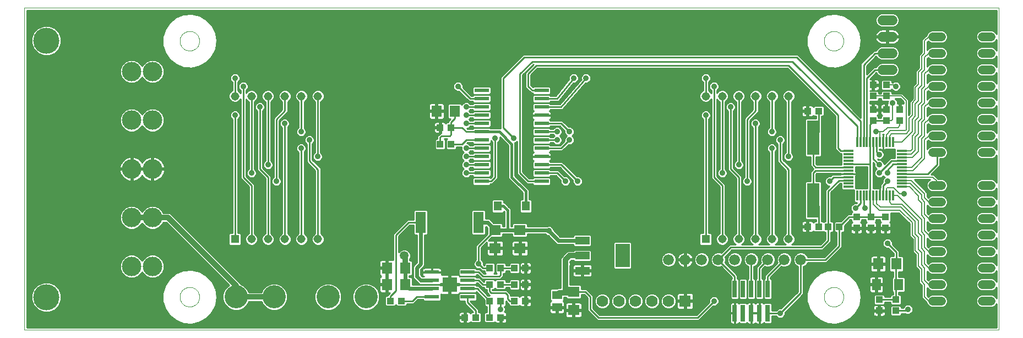
<source format=gbl>
G75*
G70*
%OFA0B0*%
%FSLAX24Y24*%
%IPPOS*%
%LPD*%
%AMOC8*
5,1,8,0,0,1.08239X$1,22.5*
%
%ADD10C,0.0000*%
%ADD11R,0.0515X0.0515*%
%ADD12C,0.0515*%
%ADD13R,0.0866X0.0236*%
%ADD14R,0.0394X0.0433*%
%ADD15R,0.0433X0.0394*%
%ADD16R,0.0256X0.1024*%
%ADD17R,0.0630X0.0118*%
%ADD18R,0.0118X0.0630*%
%ADD19C,0.0660*%
%ADD20R,0.0760X0.2100*%
%ADD21C,0.0594*%
%ADD22R,0.0551X0.0709*%
%ADD23R,0.0630X0.0709*%
%ADD24R,0.0870X0.0240*%
%ADD25R,0.0906X0.0906*%
%ADD26R,0.0630X0.1299*%
%ADD27R,0.0709X0.0630*%
%ADD28R,0.0880X0.0480*%
%ADD29R,0.0866X0.1417*%
%ADD30R,0.0591X0.0512*%
%ADD31R,0.0700X0.0700*%
%ADD32C,0.0700*%
%ADD33C,0.1181*%
%ADD34C,0.1581*%
%ADD35C,0.1400*%
%ADD36C,0.0520*%
%ADD37R,0.0500X0.0579*%
%ADD38C,0.0100*%
%ADD39C,0.0357*%
%ADD40C,0.0080*%
%ADD41C,0.0240*%
%ADD42C,0.0160*%
%ADD43C,0.0320*%
%ADD44C,0.0531*%
D10*
X000655Y000907D02*
X000655Y020407D01*
X059655Y020407D01*
X059655Y000907D01*
X000655Y000907D01*
X010064Y002907D02*
X010066Y002955D01*
X010072Y003003D01*
X010082Y003050D01*
X010095Y003096D01*
X010113Y003141D01*
X010133Y003185D01*
X010158Y003227D01*
X010186Y003266D01*
X010216Y003303D01*
X010250Y003337D01*
X010287Y003369D01*
X010325Y003398D01*
X010366Y003423D01*
X010409Y003445D01*
X010454Y003463D01*
X010500Y003477D01*
X010547Y003488D01*
X010595Y003495D01*
X010643Y003498D01*
X010691Y003497D01*
X010739Y003492D01*
X010787Y003483D01*
X010833Y003471D01*
X010878Y003454D01*
X010922Y003434D01*
X010964Y003411D01*
X011004Y003384D01*
X011042Y003354D01*
X011077Y003321D01*
X011109Y003285D01*
X011139Y003247D01*
X011165Y003206D01*
X011187Y003163D01*
X011207Y003119D01*
X011222Y003074D01*
X011234Y003027D01*
X011242Y002979D01*
X011246Y002931D01*
X011246Y002883D01*
X011242Y002835D01*
X011234Y002787D01*
X011222Y002740D01*
X011207Y002695D01*
X011187Y002651D01*
X011165Y002608D01*
X011139Y002567D01*
X011109Y002529D01*
X011077Y002493D01*
X011042Y002460D01*
X011004Y002430D01*
X010964Y002403D01*
X010922Y002380D01*
X010878Y002360D01*
X010833Y002343D01*
X010787Y002331D01*
X010739Y002322D01*
X010691Y002317D01*
X010643Y002316D01*
X010595Y002319D01*
X010547Y002326D01*
X010500Y002337D01*
X010454Y002351D01*
X010409Y002369D01*
X010366Y002391D01*
X010325Y002416D01*
X010287Y002445D01*
X010250Y002477D01*
X010216Y002511D01*
X010186Y002548D01*
X010158Y002587D01*
X010133Y002629D01*
X010113Y002673D01*
X010095Y002718D01*
X010082Y002764D01*
X010072Y002811D01*
X010066Y002859D01*
X010064Y002907D01*
X049064Y002907D02*
X049066Y002955D01*
X049072Y003003D01*
X049082Y003050D01*
X049095Y003096D01*
X049113Y003141D01*
X049133Y003185D01*
X049158Y003227D01*
X049186Y003266D01*
X049216Y003303D01*
X049250Y003337D01*
X049287Y003369D01*
X049325Y003398D01*
X049366Y003423D01*
X049409Y003445D01*
X049454Y003463D01*
X049500Y003477D01*
X049547Y003488D01*
X049595Y003495D01*
X049643Y003498D01*
X049691Y003497D01*
X049739Y003492D01*
X049787Y003483D01*
X049833Y003471D01*
X049878Y003454D01*
X049922Y003434D01*
X049964Y003411D01*
X050004Y003384D01*
X050042Y003354D01*
X050077Y003321D01*
X050109Y003285D01*
X050139Y003247D01*
X050165Y003206D01*
X050187Y003163D01*
X050207Y003119D01*
X050222Y003074D01*
X050234Y003027D01*
X050242Y002979D01*
X050246Y002931D01*
X050246Y002883D01*
X050242Y002835D01*
X050234Y002787D01*
X050222Y002740D01*
X050207Y002695D01*
X050187Y002651D01*
X050165Y002608D01*
X050139Y002567D01*
X050109Y002529D01*
X050077Y002493D01*
X050042Y002460D01*
X050004Y002430D01*
X049964Y002403D01*
X049922Y002380D01*
X049878Y002360D01*
X049833Y002343D01*
X049787Y002331D01*
X049739Y002322D01*
X049691Y002317D01*
X049643Y002316D01*
X049595Y002319D01*
X049547Y002326D01*
X049500Y002337D01*
X049454Y002351D01*
X049409Y002369D01*
X049366Y002391D01*
X049325Y002416D01*
X049287Y002445D01*
X049250Y002477D01*
X049216Y002511D01*
X049186Y002548D01*
X049158Y002587D01*
X049133Y002629D01*
X049113Y002673D01*
X049095Y002718D01*
X049082Y002764D01*
X049072Y002811D01*
X049066Y002859D01*
X049064Y002907D01*
X049064Y018407D02*
X049066Y018455D01*
X049072Y018503D01*
X049082Y018550D01*
X049095Y018596D01*
X049113Y018641D01*
X049133Y018685D01*
X049158Y018727D01*
X049186Y018766D01*
X049216Y018803D01*
X049250Y018837D01*
X049287Y018869D01*
X049325Y018898D01*
X049366Y018923D01*
X049409Y018945D01*
X049454Y018963D01*
X049500Y018977D01*
X049547Y018988D01*
X049595Y018995D01*
X049643Y018998D01*
X049691Y018997D01*
X049739Y018992D01*
X049787Y018983D01*
X049833Y018971D01*
X049878Y018954D01*
X049922Y018934D01*
X049964Y018911D01*
X050004Y018884D01*
X050042Y018854D01*
X050077Y018821D01*
X050109Y018785D01*
X050139Y018747D01*
X050165Y018706D01*
X050187Y018663D01*
X050207Y018619D01*
X050222Y018574D01*
X050234Y018527D01*
X050242Y018479D01*
X050246Y018431D01*
X050246Y018383D01*
X050242Y018335D01*
X050234Y018287D01*
X050222Y018240D01*
X050207Y018195D01*
X050187Y018151D01*
X050165Y018108D01*
X050139Y018067D01*
X050109Y018029D01*
X050077Y017993D01*
X050042Y017960D01*
X050004Y017930D01*
X049964Y017903D01*
X049922Y017880D01*
X049878Y017860D01*
X049833Y017843D01*
X049787Y017831D01*
X049739Y017822D01*
X049691Y017817D01*
X049643Y017816D01*
X049595Y017819D01*
X049547Y017826D01*
X049500Y017837D01*
X049454Y017851D01*
X049409Y017869D01*
X049366Y017891D01*
X049325Y017916D01*
X049287Y017945D01*
X049250Y017977D01*
X049216Y018011D01*
X049186Y018048D01*
X049158Y018087D01*
X049133Y018129D01*
X049113Y018173D01*
X049095Y018218D01*
X049082Y018264D01*
X049072Y018311D01*
X049066Y018359D01*
X049064Y018407D01*
X010064Y018407D02*
X010066Y018455D01*
X010072Y018503D01*
X010082Y018550D01*
X010095Y018596D01*
X010113Y018641D01*
X010133Y018685D01*
X010158Y018727D01*
X010186Y018766D01*
X010216Y018803D01*
X010250Y018837D01*
X010287Y018869D01*
X010325Y018898D01*
X010366Y018923D01*
X010409Y018945D01*
X010454Y018963D01*
X010500Y018977D01*
X010547Y018988D01*
X010595Y018995D01*
X010643Y018998D01*
X010691Y018997D01*
X010739Y018992D01*
X010787Y018983D01*
X010833Y018971D01*
X010878Y018954D01*
X010922Y018934D01*
X010964Y018911D01*
X011004Y018884D01*
X011042Y018854D01*
X011077Y018821D01*
X011109Y018785D01*
X011139Y018747D01*
X011165Y018706D01*
X011187Y018663D01*
X011207Y018619D01*
X011222Y018574D01*
X011234Y018527D01*
X011242Y018479D01*
X011246Y018431D01*
X011246Y018383D01*
X011242Y018335D01*
X011234Y018287D01*
X011222Y018240D01*
X011207Y018195D01*
X011187Y018151D01*
X011165Y018108D01*
X011139Y018067D01*
X011109Y018029D01*
X011077Y017993D01*
X011042Y017960D01*
X011004Y017930D01*
X010964Y017903D01*
X010922Y017880D01*
X010878Y017860D01*
X010833Y017843D01*
X010787Y017831D01*
X010739Y017822D01*
X010691Y017817D01*
X010643Y017816D01*
X010595Y017819D01*
X010547Y017826D01*
X010500Y017837D01*
X010454Y017851D01*
X010409Y017869D01*
X010366Y017891D01*
X010325Y017916D01*
X010287Y017945D01*
X010250Y017977D01*
X010216Y018011D01*
X010186Y018048D01*
X010158Y018087D01*
X010133Y018129D01*
X010113Y018173D01*
X010095Y018218D01*
X010082Y018264D01*
X010072Y018311D01*
X010066Y018359D01*
X010064Y018407D01*
D11*
X013405Y006407D03*
X041905Y006407D03*
D12*
X042905Y006407D03*
X043905Y006407D03*
X044929Y006407D03*
X045929Y006407D03*
X046929Y006407D03*
X046929Y015069D03*
X045929Y015069D03*
X044929Y015069D03*
X043905Y015069D03*
X042905Y015069D03*
X041905Y015069D03*
X018429Y015069D03*
X017429Y015069D03*
X016429Y015069D03*
X015405Y015069D03*
X014405Y015069D03*
X013405Y015069D03*
X014405Y006407D03*
X015405Y006407D03*
X016429Y006407D03*
X017429Y006407D03*
X018429Y006407D03*
D13*
X028344Y009907D03*
X028344Y010407D03*
X028344Y010907D03*
X028344Y011407D03*
X028344Y011907D03*
X028344Y012407D03*
X028344Y012907D03*
X028344Y013407D03*
X028344Y013907D03*
X028344Y014407D03*
X028344Y014907D03*
X028344Y015407D03*
X031966Y015407D03*
X031966Y014907D03*
X031966Y014407D03*
X031966Y013907D03*
X031966Y013407D03*
X031966Y012907D03*
X031966Y012407D03*
X031966Y011907D03*
X031966Y011407D03*
X031966Y010907D03*
X031966Y010407D03*
X031966Y009907D03*
D14*
X026490Y012157D03*
X025820Y012157D03*
X028820Y004657D03*
X029490Y004657D03*
X030320Y004657D03*
X030990Y004657D03*
X030990Y003657D03*
X030320Y003657D03*
X029490Y002657D03*
X028820Y002657D03*
X049320Y007157D03*
X049990Y007157D03*
X051030Y007072D03*
X051905Y007072D03*
X052780Y007072D03*
X052780Y007742D03*
X051905Y007742D03*
X051030Y007742D03*
X052030Y013572D03*
X052843Y013572D03*
X053655Y013572D03*
X053655Y014242D03*
X052843Y014242D03*
X052030Y014242D03*
D15*
X052030Y015072D03*
X052843Y015072D03*
X052843Y015742D03*
X052030Y015742D03*
X048740Y014157D03*
X048070Y014157D03*
X048070Y007157D03*
X048740Y007157D03*
X052405Y002742D03*
X053405Y002742D03*
X053405Y002072D03*
X052405Y002072D03*
X030990Y002657D03*
X030320Y002657D03*
X029490Y001657D03*
X028820Y001657D03*
X027990Y001657D03*
X027320Y001657D03*
X023490Y002657D03*
X022820Y002657D03*
X028820Y003657D03*
X029490Y003657D03*
X026490Y013157D03*
X025820Y013157D03*
D16*
X043655Y003385D03*
X044155Y003385D03*
X044655Y003385D03*
X045155Y003385D03*
X045655Y003385D03*
X045655Y001929D03*
X045155Y001929D03*
X044655Y001929D03*
X044155Y001929D03*
X043655Y001929D03*
D17*
X050541Y009574D03*
X050541Y009771D03*
X050541Y009968D03*
X050541Y010165D03*
X050541Y010362D03*
X050541Y010559D03*
X050541Y010756D03*
X050541Y010952D03*
X050541Y011149D03*
X050541Y011346D03*
X050541Y011543D03*
X050541Y011740D03*
X053769Y011740D03*
X053769Y011543D03*
X053769Y011346D03*
X053769Y011149D03*
X053769Y010952D03*
X053769Y010756D03*
X053769Y010559D03*
X053769Y010362D03*
X053769Y010165D03*
X053769Y009968D03*
X053769Y009771D03*
X053769Y009574D03*
D18*
X053238Y009043D03*
X053041Y009043D03*
X052844Y009043D03*
X052647Y009043D03*
X052450Y009043D03*
X052254Y009043D03*
X052057Y009043D03*
X051860Y009043D03*
X051663Y009043D03*
X051466Y009043D03*
X051269Y009043D03*
X051072Y009043D03*
X051072Y012271D03*
X051269Y012271D03*
X051466Y012271D03*
X051663Y012271D03*
X051860Y012271D03*
X052057Y012271D03*
X052254Y012271D03*
X052450Y012271D03*
X052647Y012271D03*
X052844Y012271D03*
X053041Y012271D03*
X053238Y012271D03*
D19*
X047655Y005157D03*
X046655Y005157D03*
X045655Y005157D03*
X044655Y005157D03*
X043655Y005157D03*
X042655Y005157D03*
X041655Y005157D03*
X040655Y005157D03*
X039655Y005157D03*
D20*
X048405Y008757D03*
X048405Y012557D03*
D21*
X052608Y016657D02*
X053202Y016657D01*
X053202Y017657D02*
X052608Y017657D01*
X052608Y018657D02*
X053202Y018657D01*
X053202Y019657D02*
X052608Y019657D01*
D22*
X052236Y003657D03*
X053574Y003657D03*
D23*
X053456Y004907D03*
X052354Y004907D03*
X026706Y014157D03*
X025604Y014157D03*
X023706Y004657D03*
X022604Y004657D03*
X022604Y003657D03*
X023706Y003657D03*
D24*
X025322Y003407D03*
X025322Y002907D03*
X027488Y002907D03*
X027488Y003407D03*
X027488Y003907D03*
X027488Y004407D03*
X025322Y004407D03*
X025322Y003907D03*
D25*
X026405Y003657D03*
D26*
X024653Y007407D03*
X028157Y007407D03*
D27*
X029155Y006958D03*
X030655Y006958D03*
X030655Y005856D03*
X029155Y005856D03*
X033905Y003208D03*
X033905Y002106D03*
D28*
X034435Y004497D03*
X034435Y005407D03*
X034435Y006317D03*
D29*
X036875Y005407D03*
D30*
X032905Y003031D03*
X032905Y002283D03*
D31*
X040655Y002657D03*
D32*
X039655Y002657D03*
X038655Y002657D03*
X037655Y002657D03*
X036655Y002657D03*
X035655Y002657D03*
D33*
X008407Y004759D03*
X007155Y004759D03*
X007155Y007708D03*
X008407Y007708D03*
X008407Y010657D03*
X007155Y010657D03*
X007155Y013606D03*
X008407Y013606D03*
X008407Y016555D03*
X007155Y016555D03*
D34*
X001986Y018425D03*
X001986Y002889D03*
D35*
X013468Y002907D03*
X015768Y002907D03*
X019042Y002907D03*
X021342Y002907D03*
D36*
X055645Y002657D02*
X056165Y002657D01*
X058645Y002657D02*
X059165Y002657D01*
X059165Y003657D02*
X058645Y003657D01*
X058645Y004657D02*
X059165Y004657D01*
X059165Y005657D02*
X058645Y005657D01*
X056165Y005657D02*
X055645Y005657D01*
X055645Y004657D02*
X056165Y004657D01*
X056165Y003657D02*
X055645Y003657D01*
X055645Y006657D02*
X056165Y006657D01*
X056165Y007657D02*
X055645Y007657D01*
X055645Y008657D02*
X056165Y008657D01*
X058645Y008657D02*
X059165Y008657D01*
X059165Y007657D02*
X058645Y007657D01*
X058645Y006657D02*
X059165Y006657D01*
X059165Y009657D02*
X058645Y009657D01*
X056165Y009657D02*
X055645Y009657D01*
X055645Y011657D02*
X056165Y011657D01*
X058645Y011657D02*
X059165Y011657D01*
X059165Y012657D02*
X058645Y012657D01*
X056165Y012657D02*
X055645Y012657D01*
X055645Y013657D02*
X056165Y013657D01*
X056165Y014657D02*
X055645Y014657D01*
X055645Y015657D02*
X056165Y015657D01*
X058645Y015657D02*
X059165Y015657D01*
X059165Y014657D02*
X058645Y014657D01*
X058645Y013657D02*
X059165Y013657D01*
X059165Y016657D02*
X058645Y016657D01*
X058645Y017657D02*
X059165Y017657D01*
X059165Y018657D02*
X058645Y018657D01*
X056165Y018657D02*
X055645Y018657D01*
X055645Y017657D02*
X056165Y017657D01*
X056165Y016657D02*
X055645Y016657D01*
D37*
X031002Y008407D03*
X029309Y008407D03*
D38*
X028939Y008396D02*
X018599Y008396D01*
X018599Y008298D02*
X028939Y008298D01*
X028939Y008199D02*
X018599Y008199D01*
X018599Y008101D02*
X024218Y008101D01*
X024218Y008106D02*
X024218Y007577D01*
X023835Y007577D01*
X023735Y007477D01*
X022985Y006727D01*
X022985Y006587D01*
X022985Y005146D01*
X022977Y005151D01*
X022939Y005161D01*
X022654Y005161D01*
X022654Y004707D01*
X022554Y004707D01*
X022554Y005161D01*
X022269Y005161D01*
X022231Y005151D01*
X022197Y005131D01*
X022169Y005104D01*
X022149Y005069D01*
X022139Y005031D01*
X022139Y004707D01*
X022554Y004707D01*
X022554Y004607D01*
X022654Y004607D01*
X022654Y004153D01*
X022654Y003707D01*
X022554Y003707D01*
X022554Y004153D01*
X022554Y004607D01*
X022139Y004607D01*
X022139Y004283D01*
X022149Y004245D01*
X022169Y004211D01*
X022197Y004183D01*
X022231Y004163D01*
X022253Y004157D01*
X022231Y004151D01*
X022197Y004131D01*
X022169Y004104D01*
X022149Y004069D01*
X022139Y004031D01*
X022139Y003707D01*
X022554Y003707D01*
X022554Y003607D01*
X022654Y003607D01*
X022654Y003153D01*
X022785Y003153D01*
X022650Y003018D01*
X022650Y002974D01*
X022554Y002974D01*
X022484Y002904D01*
X022484Y002411D01*
X022554Y002340D01*
X023087Y002340D01*
X023155Y002409D01*
X023224Y002340D01*
X023756Y002340D01*
X023826Y002411D01*
X023826Y002487D01*
X024226Y002487D01*
X024325Y002587D01*
X024476Y002737D01*
X024768Y002737D01*
X024838Y002667D01*
X025807Y002667D01*
X025877Y002737D01*
X025877Y003074D01*
X025894Y003065D01*
X025933Y003054D01*
X026355Y003054D01*
X026355Y003607D01*
X025847Y003607D01*
X025807Y003647D01*
X024838Y003647D01*
X024141Y003647D01*
X024141Y004061D01*
X024071Y004131D01*
X023946Y004131D01*
X023946Y004183D01*
X024071Y004183D01*
X024141Y004253D01*
X024141Y005061D01*
X024071Y005131D01*
X023986Y005131D01*
X023986Y005199D01*
X024041Y005330D01*
X024041Y005484D01*
X023982Y005626D01*
X023874Y005734D01*
X023732Y005793D01*
X023578Y005793D01*
X023437Y005734D01*
X023328Y005626D01*
X023325Y005618D01*
X023325Y006587D01*
X023976Y007237D01*
X024218Y007237D01*
X024218Y006708D01*
X024288Y006637D01*
X024415Y006637D01*
X024415Y005006D01*
X024202Y004793D01*
X024165Y004705D01*
X024165Y004609D01*
X024165Y004109D01*
X024202Y004021D01*
X024269Y003954D01*
X024519Y003704D01*
X024607Y003667D01*
X024703Y003667D01*
X025370Y003667D01*
X025807Y003667D01*
X025847Y003707D01*
X026355Y003707D01*
X026355Y003607D01*
X026455Y003607D01*
X026455Y003054D01*
X026878Y003054D01*
X026916Y003065D01*
X026933Y003074D01*
X026933Y002737D01*
X027003Y002667D01*
X027318Y002667D01*
X027318Y002645D01*
X027318Y002504D01*
X027820Y002002D01*
X027820Y001974D01*
X027724Y001974D01*
X027671Y001921D01*
X027657Y001946D01*
X027629Y001974D01*
X027595Y001994D01*
X027557Y002004D01*
X027369Y002004D01*
X027369Y001706D01*
X027272Y001706D01*
X027272Y002004D01*
X027084Y002004D01*
X027046Y001994D01*
X027012Y001974D01*
X026984Y001946D01*
X026964Y001912D01*
X026954Y001874D01*
X026954Y001706D01*
X027272Y001706D01*
X027272Y001609D01*
X026954Y001609D01*
X026954Y001440D01*
X026964Y001402D01*
X026984Y001368D01*
X027012Y001340D01*
X027046Y001320D01*
X027084Y001310D01*
X027272Y001310D01*
X027272Y001608D01*
X027369Y001608D01*
X027369Y001310D01*
X027557Y001310D01*
X027595Y001320D01*
X027629Y001340D01*
X027657Y001368D01*
X027671Y001393D01*
X027724Y001340D01*
X028256Y001340D01*
X028326Y001411D01*
X028326Y001904D01*
X028256Y001974D01*
X028160Y001974D01*
X028160Y002002D01*
X028160Y002143D01*
X027658Y002645D01*
X027658Y002667D01*
X027972Y002667D01*
X028043Y002737D01*
X028043Y003077D01*
X027972Y003147D01*
X027003Y003147D01*
X026991Y003135D01*
X026998Y003146D01*
X027003Y003167D01*
X027972Y003167D01*
X028021Y003216D01*
X028504Y002734D01*
X028504Y002391D01*
X028574Y002321D01*
X028650Y002321D01*
X028650Y001974D01*
X028554Y001974D01*
X028484Y001904D01*
X028484Y001411D01*
X028554Y001340D01*
X029087Y001340D01*
X029139Y001393D01*
X029153Y001368D01*
X029181Y001340D01*
X029215Y001320D01*
X029253Y001310D01*
X029441Y001310D01*
X029441Y001608D01*
X029538Y001608D01*
X029538Y001310D01*
X029726Y001310D01*
X029764Y001320D01*
X029798Y001340D01*
X029826Y001368D01*
X029846Y001402D01*
X029856Y001440D01*
X029856Y001609D01*
X029538Y001609D01*
X029538Y001706D01*
X029856Y001706D01*
X029856Y001874D01*
X029846Y001912D01*
X029826Y001946D01*
X029798Y001974D01*
X029764Y001994D01*
X029727Y002004D01*
X029766Y002098D01*
X029766Y002216D01*
X029723Y002321D01*
X029736Y002321D01*
X029807Y002391D01*
X029807Y002640D01*
X029835Y002612D01*
X029960Y002487D01*
X029984Y002487D01*
X029984Y002411D01*
X030054Y002340D01*
X030587Y002340D01*
X030639Y002393D01*
X030653Y002368D01*
X030681Y002340D01*
X030715Y002320D01*
X030753Y002310D01*
X030941Y002310D01*
X030941Y002608D01*
X031038Y002608D01*
X031038Y002310D01*
X031226Y002310D01*
X031264Y002320D01*
X031298Y002340D01*
X031326Y002368D01*
X031346Y002402D01*
X031356Y002440D01*
X031356Y002609D01*
X031038Y002609D01*
X031038Y002706D01*
X030941Y002706D01*
X030941Y003004D01*
X030753Y003004D01*
X030715Y002994D01*
X030681Y002974D01*
X030653Y002946D01*
X030639Y002921D01*
X030587Y002974D01*
X030075Y002974D01*
X030075Y003102D01*
X029950Y003227D01*
X029851Y003327D01*
X028990Y003327D01*
X028990Y003340D01*
X029087Y003340D01*
X029155Y003409D01*
X029224Y003340D01*
X029756Y003340D01*
X029826Y003411D01*
X029826Y003487D01*
X030004Y003487D01*
X030004Y003391D01*
X030074Y003321D01*
X030567Y003321D01*
X030637Y003391D01*
X030637Y003923D01*
X030567Y003994D01*
X030074Y003994D01*
X030004Y003923D01*
X030004Y003827D01*
X029826Y003827D01*
X029826Y003904D01*
X029756Y003974D01*
X029224Y003974D01*
X029155Y003905D01*
X029087Y003974D01*
X028554Y003974D01*
X028484Y003904D01*
X028484Y003827D01*
X028476Y003827D01*
X028325Y003977D01*
X028226Y004077D01*
X028042Y004077D01*
X027972Y004147D01*
X027003Y004147D01*
X026998Y004168D01*
X026991Y004179D01*
X027003Y004167D01*
X027972Y004167D01*
X028042Y004237D01*
X028085Y004237D01*
X028235Y004087D01*
X028335Y003987D01*
X029476Y003987D01*
X029575Y004087D01*
X029660Y004171D01*
X029660Y004312D01*
X029660Y004321D01*
X029736Y004321D01*
X029807Y004391D01*
X029807Y004487D01*
X030004Y004487D01*
X030004Y004391D01*
X030074Y004321D01*
X030567Y004321D01*
X030637Y004391D01*
X030637Y004923D01*
X030567Y004994D01*
X030074Y004994D01*
X030004Y004923D01*
X030004Y004827D01*
X029807Y004827D01*
X029807Y004923D01*
X029736Y004994D01*
X029243Y004994D01*
X029173Y004923D01*
X029173Y004391D01*
X029237Y004327D01*
X029073Y004327D01*
X029137Y004391D01*
X029137Y004923D01*
X029067Y004994D01*
X028574Y004994D01*
X028504Y004923D01*
X028504Y004827D01*
X028476Y004827D01*
X028454Y004849D01*
X028504Y004849D01*
X028454Y004849D02*
X028454Y004966D01*
X028408Y005076D01*
X028325Y005159D01*
X028325Y005888D01*
X028659Y006222D01*
X028651Y006191D01*
X028651Y005906D01*
X029105Y005906D01*
X029105Y006321D01*
X028781Y006321D01*
X028750Y006312D01*
X028961Y006523D01*
X029559Y006523D01*
X029629Y006594D01*
X029629Y006718D01*
X029857Y006718D01*
X030181Y006718D01*
X030181Y006594D01*
X030251Y006523D01*
X031059Y006523D01*
X031129Y006594D01*
X031129Y006718D01*
X032172Y006718D01*
X032236Y006654D01*
X032346Y006609D01*
X032364Y006609D01*
X032792Y006181D01*
X032859Y006114D01*
X032947Y006077D01*
X033875Y006077D01*
X033875Y006027D01*
X033945Y005957D01*
X034925Y005957D01*
X034995Y006027D01*
X034995Y006607D01*
X034925Y006677D01*
X033945Y006677D01*
X033875Y006607D01*
X033875Y006557D01*
X033094Y006557D01*
X032704Y006948D01*
X032704Y006966D01*
X032658Y007076D01*
X032574Y007160D01*
X032464Y007205D01*
X032346Y007205D01*
X032328Y007198D01*
X032306Y007198D01*
X031129Y007198D01*
X031129Y007323D01*
X031059Y007393D01*
X030251Y007393D01*
X030181Y007323D01*
X030181Y007198D01*
X030105Y007198D01*
X030105Y008240D01*
X029988Y008357D01*
X029738Y008607D01*
X029679Y008607D01*
X029679Y008746D01*
X029608Y008816D01*
X029009Y008816D01*
X028939Y008746D01*
X028939Y008068D01*
X029009Y007998D01*
X029608Y007998D01*
X029679Y008068D01*
X029679Y008101D01*
X029705Y008074D01*
X029705Y007198D01*
X029629Y007198D01*
X029629Y007323D01*
X029559Y007393D01*
X029060Y007393D01*
X028842Y007611D01*
X028754Y007647D01*
X028659Y007647D01*
X028592Y007647D01*
X028592Y008106D01*
X028522Y008177D01*
X027792Y008177D01*
X027722Y008106D01*
X027722Y006708D01*
X027792Y006637D01*
X028522Y006637D01*
X028592Y006708D01*
X028592Y007167D01*
X028607Y007167D01*
X028681Y007093D01*
X028681Y006724D01*
X027985Y006029D01*
X027985Y005888D01*
X027985Y005159D01*
X027902Y005076D01*
X027857Y004966D01*
X027857Y004848D01*
X027902Y004738D01*
X027986Y004654D01*
X028096Y004609D01*
X028213Y004609D01*
X028335Y004487D01*
X028476Y004487D01*
X028504Y004487D01*
X028504Y004391D01*
X028567Y004327D01*
X028476Y004327D01*
X028226Y004577D01*
X028085Y004577D01*
X028042Y004577D01*
X027972Y004647D01*
X027003Y004647D01*
X026933Y004577D01*
X026933Y004240D01*
X026916Y004250D01*
X026878Y004260D01*
X026455Y004260D01*
X026455Y003707D01*
X026355Y003707D01*
X026355Y004260D01*
X025933Y004260D01*
X025903Y004252D01*
X025907Y004267D01*
X025907Y004397D01*
X025333Y004397D01*
X025333Y004417D01*
X025907Y004417D01*
X025907Y004547D01*
X025897Y004585D01*
X025877Y004619D01*
X025850Y004647D01*
X025815Y004667D01*
X025777Y004677D01*
X025332Y004677D01*
X025332Y004417D01*
X025312Y004417D01*
X025312Y004397D01*
X024737Y004397D01*
X024737Y004267D01*
X024748Y004229D01*
X024767Y004195D01*
X024795Y004167D01*
X024830Y004147D01*
X024831Y004147D01*
X024755Y004147D01*
X024645Y004256D01*
X024645Y004558D01*
X024859Y004771D01*
X024895Y004859D01*
X024895Y004955D01*
X024895Y006637D01*
X025018Y006637D01*
X025088Y006708D01*
X025088Y008106D01*
X025018Y008177D01*
X024288Y008177D01*
X024218Y008106D01*
X024218Y008002D02*
X018599Y008002D01*
X018599Y007904D02*
X024218Y007904D01*
X024218Y007805D02*
X018599Y007805D01*
X018599Y007707D02*
X024218Y007707D01*
X024218Y007608D02*
X018599Y007608D01*
X018599Y007509D02*
X023767Y007509D01*
X023669Y007411D02*
X018599Y007411D01*
X018599Y007312D02*
X023570Y007312D01*
X023471Y007214D02*
X018599Y007214D01*
X018599Y007115D02*
X023373Y007115D01*
X023274Y007017D02*
X018599Y007017D01*
X018599Y006918D02*
X023176Y006918D01*
X023077Y006820D02*
X018599Y006820D01*
X018599Y006745D02*
X018599Y010563D01*
X018599Y010704D01*
X018075Y011227D01*
X018075Y012155D01*
X018158Y012238D01*
X018204Y012348D01*
X018204Y012466D01*
X018158Y012576D01*
X018074Y012660D01*
X017964Y012705D01*
X017846Y012705D01*
X017736Y012660D01*
X017652Y012576D01*
X017607Y012466D01*
X017607Y012348D01*
X017652Y012238D01*
X017735Y012155D01*
X017735Y011227D01*
X017735Y011087D01*
X018259Y010563D01*
X018259Y006745D01*
X018215Y006727D01*
X018109Y006621D01*
X018051Y006482D01*
X018051Y006332D01*
X018109Y006193D01*
X018215Y006087D01*
X018354Y006030D01*
X018504Y006030D01*
X018643Y006087D01*
X018749Y006193D01*
X018806Y006332D01*
X018806Y006482D01*
X018749Y006621D01*
X018643Y006727D01*
X018599Y006745D01*
X018648Y006721D02*
X022985Y006721D01*
X022985Y006623D02*
X018747Y006623D01*
X018789Y006524D02*
X022985Y006524D01*
X022985Y006426D02*
X018806Y006426D01*
X018804Y006327D02*
X022985Y006327D01*
X022985Y006228D02*
X018763Y006228D01*
X018685Y006130D02*
X022985Y006130D01*
X022985Y006031D02*
X018508Y006031D01*
X018349Y006031D02*
X017508Y006031D01*
X017504Y006030D02*
X017643Y006087D01*
X017749Y006193D01*
X017806Y006332D01*
X017806Y006482D01*
X017749Y006621D01*
X017643Y006727D01*
X017599Y006745D01*
X017599Y011679D01*
X017658Y011738D01*
X017704Y011848D01*
X017704Y011966D01*
X017658Y012076D01*
X017574Y012160D01*
X017464Y012205D01*
X017346Y012205D01*
X017236Y012160D01*
X017152Y012076D01*
X017107Y011966D01*
X017107Y011848D01*
X017152Y011738D01*
X017236Y011654D01*
X017259Y011645D01*
X017259Y006745D01*
X017215Y006727D01*
X017109Y006621D01*
X017051Y006482D01*
X017051Y006332D01*
X017109Y006193D01*
X017215Y006087D01*
X017354Y006030D01*
X017504Y006030D01*
X017349Y006031D02*
X016508Y006031D01*
X016504Y006030D02*
X016643Y006087D01*
X016749Y006193D01*
X016806Y006332D01*
X016806Y006482D01*
X016749Y006621D01*
X016643Y006727D01*
X016599Y006745D01*
X016599Y013179D01*
X016658Y013238D01*
X016704Y013348D01*
X016704Y013466D01*
X016658Y013576D01*
X016574Y013660D01*
X016464Y013705D01*
X016346Y013705D01*
X016236Y013660D01*
X016152Y013576D01*
X016107Y013466D01*
X016107Y013348D01*
X016152Y013238D01*
X016236Y013154D01*
X016259Y013145D01*
X016259Y006745D01*
X016215Y006727D01*
X016109Y006621D01*
X016051Y006482D01*
X016051Y006332D01*
X016109Y006193D01*
X016215Y006087D01*
X016354Y006030D01*
X016504Y006030D01*
X016349Y006031D02*
X015484Y006031D01*
X015480Y006030D02*
X015619Y006087D01*
X015725Y006193D01*
X015783Y006332D01*
X015783Y006482D01*
X015725Y006621D01*
X015619Y006727D01*
X015575Y006745D01*
X015575Y010087D01*
X015575Y010227D01*
X015075Y010727D01*
X015075Y014155D01*
X015158Y014238D01*
X015204Y014348D01*
X015204Y014466D01*
X015158Y014576D01*
X015074Y014660D01*
X014964Y014705D01*
X014846Y014705D01*
X014736Y014660D01*
X014652Y014576D01*
X014607Y014466D01*
X014607Y014348D01*
X014652Y014238D01*
X014735Y014155D01*
X014735Y010587D01*
X014835Y010487D01*
X015235Y010087D01*
X015235Y006745D01*
X015191Y006727D01*
X015085Y006621D01*
X015028Y006482D01*
X015028Y006332D01*
X015085Y006193D01*
X015191Y006087D01*
X015330Y006030D01*
X015480Y006030D01*
X015326Y006031D02*
X014484Y006031D01*
X014480Y006030D02*
X014619Y006087D01*
X014725Y006193D01*
X014783Y006332D01*
X014783Y006482D01*
X014725Y006621D01*
X014619Y006727D01*
X014575Y006745D01*
X014575Y009587D01*
X014575Y009727D01*
X014075Y010227D01*
X014075Y014879D01*
X014085Y014855D01*
X014191Y014749D01*
X014235Y014730D01*
X014235Y010659D01*
X014152Y010576D01*
X014107Y010466D01*
X014075Y010466D01*
X014107Y010466D02*
X014107Y010348D01*
X014152Y010238D01*
X014236Y010154D01*
X014346Y010109D01*
X014464Y010109D01*
X014574Y010154D01*
X014658Y010238D01*
X014704Y010348D01*
X014704Y010466D01*
X014856Y010466D01*
X014757Y010564D02*
X014663Y010564D01*
X014658Y010576D02*
X014575Y010659D01*
X014575Y014730D01*
X014619Y014749D01*
X014725Y014855D01*
X014783Y014993D01*
X014783Y015144D01*
X014725Y015282D01*
X014619Y015388D01*
X014480Y015446D01*
X014330Y015446D01*
X014191Y015388D01*
X014085Y015282D01*
X014075Y015258D01*
X014075Y015405D01*
X014158Y015488D01*
X014204Y015598D01*
X014204Y015716D01*
X014158Y015826D01*
X014074Y015910D01*
X013964Y015955D01*
X013846Y015955D01*
X013736Y015910D01*
X013652Y015826D01*
X013607Y015716D01*
X013607Y015598D01*
X013652Y015488D01*
X013735Y015405D01*
X013735Y015258D01*
X013725Y015282D01*
X013619Y015388D01*
X013575Y015407D01*
X013575Y015905D01*
X013658Y015988D01*
X013704Y016098D01*
X013704Y016216D01*
X013658Y016326D01*
X013574Y016410D01*
X013464Y016455D01*
X013346Y016455D01*
X013236Y016410D01*
X013152Y016326D01*
X013107Y016216D01*
X013107Y016098D01*
X013152Y015988D01*
X013235Y015905D01*
X013235Y015407D01*
X013191Y015388D01*
X013085Y015282D01*
X013028Y015144D01*
X013028Y014993D01*
X013085Y014855D01*
X013191Y014749D01*
X013330Y014691D01*
X013480Y014691D01*
X013619Y014749D01*
X013725Y014855D01*
X013735Y014879D01*
X013735Y010087D01*
X013835Y009987D01*
X014235Y009587D01*
X014235Y006745D01*
X014191Y006727D01*
X014085Y006621D01*
X014028Y006482D01*
X014028Y006332D01*
X014085Y006193D01*
X014191Y006087D01*
X014330Y006030D01*
X014480Y006030D01*
X014326Y006031D02*
X013714Y006031D01*
X013712Y006030D02*
X013783Y006100D01*
X013783Y006714D01*
X013712Y006785D01*
X013575Y006785D01*
X013575Y013655D01*
X013658Y013738D01*
X013704Y013848D01*
X013704Y013966D01*
X013658Y014076D01*
X013574Y014160D01*
X013464Y014205D01*
X013346Y014205D01*
X013236Y014160D01*
X013152Y014076D01*
X013107Y013966D01*
X013107Y013848D01*
X013152Y013738D01*
X013235Y013655D01*
X013235Y006785D01*
X013098Y006785D01*
X013028Y006714D01*
X013028Y006100D01*
X013098Y006030D01*
X013712Y006030D01*
X013783Y006130D02*
X014148Y006130D01*
X014071Y006228D02*
X013783Y006228D01*
X013783Y006327D02*
X014030Y006327D01*
X014028Y006426D02*
X013783Y006426D01*
X013783Y006524D02*
X014045Y006524D01*
X014087Y006623D02*
X013783Y006623D01*
X013776Y006721D02*
X014185Y006721D01*
X014235Y006820D02*
X013575Y006820D01*
X013575Y006918D02*
X014235Y006918D01*
X014235Y007017D02*
X013575Y007017D01*
X013575Y007115D02*
X014235Y007115D01*
X014235Y007214D02*
X013575Y007214D01*
X013575Y007312D02*
X014235Y007312D01*
X014235Y007411D02*
X013575Y007411D01*
X013575Y007509D02*
X014235Y007509D01*
X014235Y007608D02*
X013575Y007608D01*
X013575Y007707D02*
X014235Y007707D01*
X014235Y007805D02*
X013575Y007805D01*
X013575Y007904D02*
X014235Y007904D01*
X014235Y008002D02*
X013575Y008002D01*
X013575Y008101D02*
X014235Y008101D01*
X014235Y008199D02*
X013575Y008199D01*
X013575Y008298D02*
X014235Y008298D01*
X014235Y008396D02*
X013575Y008396D01*
X013575Y008495D02*
X014235Y008495D01*
X014235Y008593D02*
X013575Y008593D01*
X013575Y008692D02*
X014235Y008692D01*
X014235Y008791D02*
X013575Y008791D01*
X013575Y008889D02*
X014235Y008889D01*
X014235Y008988D02*
X013575Y008988D01*
X013575Y009086D02*
X014235Y009086D01*
X014235Y009185D02*
X013575Y009185D01*
X013575Y009283D02*
X014235Y009283D01*
X014235Y009382D02*
X013575Y009382D01*
X013575Y009480D02*
X014235Y009480D01*
X014235Y009579D02*
X013575Y009579D01*
X013575Y009677D02*
X014144Y009677D01*
X014046Y009776D02*
X013575Y009776D01*
X013575Y009875D02*
X013947Y009875D01*
X013849Y009973D02*
X013575Y009973D01*
X013575Y010072D02*
X013750Y010072D01*
X013735Y010170D02*
X013575Y010170D01*
X013575Y010269D02*
X013735Y010269D01*
X013735Y010367D02*
X013575Y010367D01*
X013575Y010466D02*
X013735Y010466D01*
X013735Y010564D02*
X013575Y010564D01*
X013575Y010663D02*
X013735Y010663D01*
X013735Y010761D02*
X013575Y010761D01*
X013575Y010860D02*
X013735Y010860D01*
X013735Y010959D02*
X013575Y010959D01*
X013575Y011057D02*
X013735Y011057D01*
X013735Y011156D02*
X013575Y011156D01*
X013575Y011254D02*
X013735Y011254D01*
X013735Y011353D02*
X013575Y011353D01*
X013575Y011451D02*
X013735Y011451D01*
X013735Y011550D02*
X013575Y011550D01*
X013575Y011648D02*
X013735Y011648D01*
X013735Y011747D02*
X013575Y011747D01*
X013575Y011845D02*
X013735Y011845D01*
X013735Y011944D02*
X013575Y011944D01*
X013575Y012042D02*
X013735Y012042D01*
X013735Y012141D02*
X013575Y012141D01*
X013575Y012240D02*
X013735Y012240D01*
X013735Y012338D02*
X013575Y012338D01*
X013575Y012437D02*
X013735Y012437D01*
X013735Y012535D02*
X013575Y012535D01*
X013575Y012634D02*
X013735Y012634D01*
X013735Y012732D02*
X013575Y012732D01*
X013575Y012831D02*
X013735Y012831D01*
X013735Y012929D02*
X013575Y012929D01*
X013575Y013028D02*
X013735Y013028D01*
X013735Y013126D02*
X013575Y013126D01*
X013575Y013225D02*
X013735Y013225D01*
X013735Y013324D02*
X013575Y013324D01*
X013575Y013422D02*
X013735Y013422D01*
X013735Y013521D02*
X013575Y013521D01*
X013575Y013619D02*
X013735Y013619D01*
X013735Y013718D02*
X013638Y013718D01*
X013690Y013816D02*
X013735Y013816D01*
X013735Y013915D02*
X013704Y013915D01*
X013684Y014013D02*
X013735Y014013D01*
X013735Y014112D02*
X013622Y014112D01*
X013735Y014210D02*
X008804Y014210D01*
X008810Y014208D02*
X008548Y014316D01*
X008266Y014316D01*
X008005Y014208D01*
X007805Y014008D01*
X007781Y013951D01*
X007757Y014008D01*
X007558Y014208D01*
X007296Y014316D01*
X007014Y014316D01*
X006753Y014208D01*
X006553Y014008D01*
X006445Y013747D01*
X006445Y013465D01*
X006553Y013203D01*
X006753Y013004D01*
X007014Y012895D01*
X007296Y012895D01*
X007558Y013004D01*
X007757Y013203D01*
X007781Y013260D01*
X007805Y013203D01*
X008005Y013004D01*
X008266Y012895D01*
X008548Y012895D01*
X008810Y013004D01*
X009009Y013203D01*
X009118Y013465D01*
X009118Y013747D01*
X009009Y014008D01*
X008810Y014208D01*
X008906Y014112D02*
X013188Y014112D01*
X013126Y014013D02*
X009004Y014013D01*
X009048Y013915D02*
X013107Y013915D01*
X013120Y013816D02*
X009089Y013816D01*
X009118Y013718D02*
X013172Y013718D01*
X013235Y013619D02*
X009118Y013619D01*
X009118Y013521D02*
X013235Y013521D01*
X013235Y013422D02*
X009100Y013422D01*
X009059Y013324D02*
X013235Y013324D01*
X013235Y013225D02*
X009018Y013225D01*
X008933Y013126D02*
X013235Y013126D01*
X013235Y013028D02*
X008834Y013028D01*
X008631Y012929D02*
X013235Y012929D01*
X013235Y012831D02*
X000805Y012831D01*
X000805Y012929D02*
X006932Y012929D01*
X006728Y013028D02*
X000805Y013028D01*
X000805Y013126D02*
X006630Y013126D01*
X006544Y013225D02*
X000805Y013225D01*
X000805Y013324D02*
X006503Y013324D01*
X006462Y013422D02*
X000805Y013422D01*
X000805Y013521D02*
X006445Y013521D01*
X006445Y013619D02*
X000805Y013619D01*
X000805Y013718D02*
X006445Y013718D01*
X006473Y013816D02*
X000805Y013816D01*
X000805Y013915D02*
X006514Y013915D01*
X006558Y014013D02*
X000805Y014013D01*
X000805Y014112D02*
X006656Y014112D01*
X006758Y014210D02*
X000805Y014210D01*
X000805Y014309D02*
X006996Y014309D01*
X007314Y014309D02*
X008248Y014309D01*
X008010Y014210D02*
X007552Y014210D01*
X007654Y014112D02*
X007908Y014112D01*
X007810Y014013D02*
X007753Y014013D01*
X008566Y014309D02*
X013735Y014309D01*
X013735Y014408D02*
X000805Y014408D01*
X000805Y014506D02*
X013735Y014506D01*
X013735Y014605D02*
X000805Y014605D01*
X000805Y014703D02*
X013301Y014703D01*
X013138Y014802D02*
X000805Y014802D01*
X000805Y014900D02*
X013066Y014900D01*
X013028Y014999D02*
X000805Y014999D01*
X000805Y015097D02*
X013028Y015097D01*
X013049Y015196D02*
X000805Y015196D01*
X000805Y015294D02*
X013097Y015294D01*
X013202Y015393D02*
X000805Y015393D01*
X000805Y015491D02*
X013235Y015491D01*
X013235Y015590D02*
X000805Y015590D01*
X000805Y015689D02*
X013235Y015689D01*
X013235Y015787D02*
X000805Y015787D01*
X000805Y015886D02*
X006914Y015886D01*
X007014Y015844D02*
X007296Y015844D01*
X007558Y015952D01*
X007757Y016152D01*
X007781Y016209D01*
X007805Y016152D01*
X008005Y015952D01*
X008266Y015844D01*
X008548Y015844D01*
X008810Y015952D01*
X009009Y016152D01*
X009118Y016413D01*
X009118Y016696D01*
X009009Y016957D01*
X008810Y017157D01*
X008548Y017265D01*
X008266Y017265D01*
X008005Y017157D01*
X007805Y016957D01*
X007781Y016900D01*
X007757Y016957D01*
X007558Y017157D01*
X007296Y017265D01*
X007014Y017265D01*
X006753Y017157D01*
X006553Y016957D01*
X006445Y016696D01*
X006445Y016413D01*
X006553Y016152D01*
X006753Y015952D01*
X007014Y015844D01*
X006721Y015984D02*
X000805Y015984D01*
X000805Y016083D02*
X006622Y016083D01*
X006541Y016181D02*
X000805Y016181D01*
X000805Y016280D02*
X006500Y016280D01*
X006459Y016378D02*
X000805Y016378D01*
X000805Y016477D02*
X006445Y016477D01*
X006445Y016575D02*
X000805Y016575D01*
X000805Y016674D02*
X006445Y016674D01*
X006476Y016773D02*
X000805Y016773D01*
X000805Y016871D02*
X006517Y016871D01*
X006565Y016970D02*
X000805Y016970D01*
X000805Y017068D02*
X006664Y017068D01*
X006776Y017167D02*
X000805Y017167D01*
X000805Y017265D02*
X009470Y017265D01*
X009446Y017285D02*
X009830Y016978D01*
X009830Y016978D01*
X010288Y016798D01*
X010778Y016762D01*
X010778Y016762D01*
X011258Y016871D01*
X011684Y017117D01*
X012018Y017478D01*
X012232Y017921D01*
X012305Y018407D01*
X012232Y018893D01*
X012232Y018893D01*
X012018Y019336D01*
X012018Y019337D01*
X011684Y019697D01*
X011684Y019697D01*
X011258Y019943D01*
X010778Y020052D01*
X010288Y020016D01*
X009830Y019836D01*
X009446Y019529D01*
X009169Y019123D01*
X009024Y018653D01*
X009024Y018161D01*
X009169Y017691D01*
X009446Y017285D01*
X009446Y017285D01*
X009446Y017285D01*
X009392Y017364D02*
X000805Y017364D01*
X000805Y017462D02*
X009324Y017462D01*
X009257Y017561D02*
X002280Y017561D01*
X002167Y017514D02*
X002502Y017653D01*
X002758Y017909D01*
X002896Y018244D01*
X002896Y018606D01*
X002758Y018941D01*
X009112Y018941D01*
X009143Y019039D02*
X002659Y019039D01*
X002561Y019138D02*
X009179Y019138D01*
X009169Y019123D02*
X009169Y019123D01*
X009246Y019236D02*
X002406Y019236D01*
X002502Y019197D02*
X002167Y019335D01*
X001805Y019335D01*
X001470Y019197D01*
X001214Y018941D01*
X001075Y018606D01*
X001075Y018244D01*
X001214Y017909D01*
X001470Y017653D01*
X001805Y017514D01*
X002167Y017514D01*
X002508Y017659D02*
X009190Y017659D01*
X009169Y017691D02*
X009169Y017691D01*
X009148Y017758D02*
X002607Y017758D01*
X002705Y017857D02*
X009117Y017857D01*
X009087Y017955D02*
X002777Y017955D01*
X002818Y018054D02*
X009057Y018054D01*
X009026Y018152D02*
X002858Y018152D01*
X002896Y018251D02*
X009024Y018251D01*
X009024Y018161D02*
X009024Y018161D01*
X009024Y018349D02*
X002896Y018349D01*
X002896Y018448D02*
X009024Y018448D01*
X009024Y018546D02*
X002896Y018546D01*
X002880Y018645D02*
X009024Y018645D01*
X009024Y018653D02*
X009024Y018653D01*
X009051Y018743D02*
X002839Y018743D01*
X002799Y018842D02*
X009082Y018842D01*
X009313Y019335D02*
X002168Y019335D01*
X002502Y019197D02*
X002758Y018941D01*
X001803Y019335D02*
X000805Y019335D01*
X000805Y019433D02*
X009380Y019433D01*
X009446Y019529D02*
X009446Y019529D01*
X009446Y019529D01*
X009449Y019532D02*
X000805Y019532D01*
X000805Y019630D02*
X009572Y019630D01*
X009696Y019729D02*
X000805Y019729D01*
X000805Y019827D02*
X009819Y019827D01*
X010059Y019926D02*
X000805Y019926D01*
X000805Y020024D02*
X010406Y020024D01*
X010901Y020024D02*
X049406Y020024D01*
X049288Y020016D02*
X049288Y020016D01*
X048830Y019836D01*
X048446Y019529D01*
X048169Y019123D01*
X048024Y018653D01*
X048024Y018161D01*
X048169Y017691D01*
X048446Y017285D01*
X048830Y016978D01*
X048830Y016978D01*
X049288Y016798D01*
X049778Y016762D01*
X049778Y016762D01*
X050258Y016871D01*
X050684Y017117D01*
X051018Y017478D01*
X051232Y017921D01*
X051305Y018407D01*
X051305Y018407D01*
X051232Y018893D01*
X051232Y018893D01*
X051018Y019336D01*
X051018Y019337D01*
X050684Y019697D01*
X050684Y019697D01*
X050258Y019943D01*
X050258Y019943D01*
X049778Y020052D01*
X049288Y020016D01*
X049059Y019926D02*
X011287Y019926D01*
X011458Y019827D02*
X048819Y019827D01*
X048830Y019836D02*
X048830Y019836D01*
X048696Y019729D02*
X011629Y019729D01*
X011746Y019630D02*
X048572Y019630D01*
X048449Y019532D02*
X011837Y019532D01*
X011929Y019433D02*
X048380Y019433D01*
X048446Y019529D02*
X048446Y019529D01*
X048313Y019335D02*
X012019Y019335D01*
X012067Y019236D02*
X048246Y019236D01*
X048179Y019138D02*
X012114Y019138D01*
X012162Y019039D02*
X048143Y019039D01*
X048169Y019123D02*
X048169Y019123D01*
X048112Y018941D02*
X012209Y018941D01*
X012240Y018842D02*
X048082Y018842D01*
X048051Y018743D02*
X012254Y018743D01*
X012269Y018645D02*
X048024Y018645D01*
X048024Y018653D02*
X048024Y018653D01*
X048024Y018546D02*
X012284Y018546D01*
X012299Y018448D02*
X048024Y018448D01*
X048024Y018349D02*
X012296Y018349D01*
X012281Y018251D02*
X048024Y018251D01*
X048024Y018161D02*
X048024Y018161D01*
X048026Y018152D02*
X012267Y018152D01*
X012252Y018054D02*
X048057Y018054D01*
X048087Y017955D02*
X012237Y017955D01*
X012232Y017921D02*
X012232Y017921D01*
X012201Y017857D02*
X048117Y017857D01*
X048148Y017758D02*
X012153Y017758D01*
X012106Y017659D02*
X048190Y017659D01*
X048169Y017691D02*
X048169Y017691D01*
X048257Y017561D02*
X047492Y017561D01*
X047476Y017577D02*
X030976Y017577D01*
X030835Y017577D01*
X029585Y016327D01*
X029485Y016227D01*
X029485Y013227D01*
X029485Y013107D01*
X028865Y013107D01*
X028827Y013145D01*
X027861Y013145D01*
X027793Y013077D01*
X027476Y013077D01*
X027444Y013109D01*
X027464Y013109D01*
X027574Y013154D01*
X027657Y013237D01*
X027793Y013237D01*
X027861Y013169D01*
X028827Y013169D01*
X028897Y013239D01*
X028897Y013575D01*
X028827Y013645D01*
X027861Y013645D01*
X027793Y013577D01*
X027657Y013577D01*
X027577Y013657D01*
X027657Y013737D01*
X027793Y013737D01*
X027861Y013669D01*
X028827Y013669D01*
X028897Y013739D01*
X028897Y014075D01*
X028827Y014145D01*
X027861Y014145D01*
X027793Y014077D01*
X027657Y014077D01*
X027577Y014157D01*
X027657Y014237D01*
X027793Y014237D01*
X027861Y014169D01*
X028827Y014169D01*
X028897Y014239D01*
X028897Y014575D01*
X028827Y014645D01*
X027861Y014645D01*
X027793Y014577D01*
X027657Y014577D01*
X027574Y014660D01*
X027464Y014705D01*
X027346Y014705D01*
X027236Y014660D01*
X027152Y014576D01*
X027141Y014550D01*
X027141Y014561D01*
X027071Y014631D01*
X026342Y014631D01*
X026271Y014561D01*
X026271Y013753D01*
X026342Y013683D01*
X026440Y013683D01*
X026320Y013562D01*
X026320Y013474D01*
X026224Y013474D01*
X026171Y013421D01*
X026157Y013446D01*
X026129Y013474D01*
X026095Y013494D01*
X026057Y013504D01*
X025869Y013504D01*
X025869Y013206D01*
X025772Y013206D01*
X025772Y013504D01*
X025584Y013504D01*
X025546Y013494D01*
X025512Y013474D01*
X025484Y013446D01*
X025464Y013412D01*
X025454Y013374D01*
X025454Y013206D01*
X025772Y013206D01*
X025772Y013109D01*
X025454Y013109D01*
X025454Y012940D01*
X025464Y012902D01*
X025484Y012868D01*
X025512Y012840D01*
X025546Y012820D01*
X025584Y012810D01*
X025772Y012810D01*
X025772Y013108D01*
X025869Y013108D01*
X025869Y012827D01*
X025835Y012827D01*
X025735Y012727D01*
X025650Y012643D01*
X025650Y012502D01*
X025650Y012494D01*
X025574Y012494D01*
X025504Y012423D01*
X025504Y011891D01*
X025574Y011821D01*
X026067Y011821D01*
X026137Y011891D01*
X026137Y012423D01*
X026073Y012487D01*
X026237Y012487D01*
X026173Y012423D01*
X026173Y011891D01*
X026243Y011821D01*
X026736Y011821D01*
X026807Y011891D01*
X026807Y011987D01*
X027085Y011987D01*
X027115Y011987D01*
X027107Y011966D01*
X027107Y011848D01*
X027152Y011738D01*
X027233Y011657D01*
X027152Y011576D01*
X027107Y011466D01*
X027107Y011348D01*
X027152Y011238D01*
X027233Y011157D01*
X027152Y011076D01*
X027107Y010966D01*
X027107Y010848D01*
X027152Y010738D01*
X027233Y010657D01*
X027152Y010576D01*
X027107Y010466D01*
X018599Y010466D01*
X018599Y010564D02*
X027147Y010564D01*
X027107Y010466D02*
X027107Y010348D01*
X027152Y010238D01*
X027236Y010154D01*
X027346Y010109D01*
X027464Y010109D01*
X027574Y010154D01*
X027657Y010237D01*
X027793Y010237D01*
X027861Y010169D01*
X028827Y010169D01*
X028897Y010239D01*
X028897Y010575D01*
X028827Y010645D01*
X027861Y010645D01*
X027793Y010577D01*
X027657Y010577D01*
X027577Y010657D01*
X027657Y010737D01*
X027793Y010737D01*
X027861Y010669D01*
X028827Y010669D01*
X028897Y010739D01*
X028897Y011075D01*
X028827Y011145D01*
X027861Y011145D01*
X027793Y011077D01*
X027657Y011077D01*
X027577Y011157D01*
X027657Y011237D01*
X027793Y011237D01*
X027861Y011169D01*
X028827Y011169D01*
X028897Y011239D01*
X028897Y011575D01*
X028827Y011645D01*
X027861Y011645D01*
X027793Y011577D01*
X027657Y011577D01*
X027577Y011657D01*
X027657Y011737D01*
X027793Y011737D01*
X027861Y011669D01*
X028827Y011669D01*
X028897Y011739D01*
X028897Y012075D01*
X028827Y012145D01*
X027861Y012145D01*
X027793Y012077D01*
X027657Y012077D01*
X027574Y012160D01*
X027464Y012205D01*
X027444Y012205D01*
X027476Y012237D01*
X027793Y012237D01*
X027861Y012169D01*
X028827Y012169D01*
X028897Y012239D01*
X028897Y012375D01*
X028902Y012363D01*
X028985Y012280D01*
X028985Y010227D01*
X028865Y010107D01*
X028827Y010145D01*
X027861Y010145D01*
X027791Y010075D01*
X027791Y009739D01*
X027861Y009669D01*
X028827Y009669D01*
X028895Y009737D01*
X028976Y009737D01*
X029075Y009837D01*
X029325Y010087D01*
X029325Y010227D01*
X029325Y012280D01*
X029408Y012363D01*
X029454Y012473D01*
X029454Y012576D01*
X029955Y012074D01*
X029955Y010074D01*
X030072Y009957D01*
X030802Y009228D01*
X030802Y008816D01*
X030702Y008816D01*
X030632Y008746D01*
X030632Y008068D01*
X030702Y007998D01*
X031301Y007998D01*
X031372Y008068D01*
X031372Y008746D01*
X031301Y008816D01*
X031202Y008816D01*
X031202Y009228D01*
X031202Y009393D01*
X030355Y010240D01*
X030355Y012074D01*
X030355Y012240D01*
X030449Y012279D01*
X030485Y012315D01*
X030485Y010477D01*
X030485Y010337D01*
X030985Y009837D01*
X031085Y009737D01*
X031415Y009737D01*
X031483Y009669D01*
X032449Y009669D01*
X032519Y009739D01*
X032519Y010075D01*
X032449Y010145D01*
X031483Y010145D01*
X031415Y010077D01*
X031226Y010077D01*
X030825Y010477D01*
X030825Y016337D01*
X031476Y016987D01*
X031495Y016987D01*
X031085Y016577D01*
X030985Y016477D01*
X030965Y016477D01*
X030985Y016477D02*
X030985Y015727D01*
X030985Y015587D01*
X031235Y015337D01*
X031335Y015237D01*
X031415Y015237D01*
X031483Y015169D01*
X032449Y015169D01*
X032519Y015239D01*
X032519Y015575D01*
X032449Y015645D01*
X031483Y015645D01*
X031445Y015607D01*
X031325Y015727D01*
X031325Y016337D01*
X031726Y016737D01*
X046835Y016737D01*
X049735Y013837D01*
X049735Y011837D01*
X049835Y011737D01*
X050002Y011570D01*
X050106Y011570D01*
X050106Y011434D01*
X050106Y011237D01*
X050106Y011040D01*
X050106Y010925D01*
X048627Y010925D01*
X048575Y010977D01*
X048575Y011387D01*
X048835Y011387D01*
X048905Y011457D01*
X048905Y012817D01*
X048910Y012821D01*
X048910Y012962D01*
X048910Y013840D01*
X049006Y013840D01*
X049076Y013911D01*
X049076Y014404D01*
X049006Y014474D01*
X048474Y014474D01*
X048421Y014421D01*
X048407Y014446D01*
X048379Y014474D01*
X048345Y014494D01*
X048307Y014504D01*
X048119Y014504D01*
X048119Y014206D01*
X048022Y014206D01*
X048022Y014504D01*
X047834Y014504D01*
X047796Y014494D01*
X047762Y014474D01*
X047734Y014446D01*
X047714Y014412D01*
X047704Y014374D01*
X047704Y014206D01*
X048022Y014206D01*
X048022Y014109D01*
X047704Y014109D01*
X047704Y013940D01*
X047714Y013902D01*
X047734Y013868D01*
X047762Y013840D01*
X047796Y013820D01*
X047834Y013810D01*
X048022Y013810D01*
X048022Y014108D01*
X048119Y014108D01*
X048119Y013810D01*
X048307Y013810D01*
X048345Y013820D01*
X048379Y013840D01*
X048407Y013868D01*
X048421Y013893D01*
X048474Y013840D01*
X048570Y013840D01*
X048570Y013727D01*
X047975Y013727D01*
X047905Y013657D01*
X047905Y011457D01*
X047975Y011387D01*
X048235Y011387D01*
X048235Y010837D01*
X048335Y010737D01*
X048415Y010657D01*
X048335Y010577D01*
X048235Y010477D01*
X048235Y009927D01*
X047975Y009927D01*
X047905Y009857D01*
X047905Y007657D01*
X047975Y007587D01*
X048570Y007587D01*
X048570Y007474D01*
X048474Y007474D01*
X048421Y007421D01*
X048407Y007446D01*
X048379Y007474D01*
X048345Y007494D01*
X048307Y007504D01*
X048119Y007504D01*
X048119Y007206D01*
X048022Y007206D01*
X048022Y007504D01*
X047834Y007504D01*
X047796Y007494D01*
X047762Y007474D01*
X047734Y007446D01*
X047714Y007412D01*
X047704Y007374D01*
X047704Y007206D01*
X048022Y007206D01*
X048022Y007109D01*
X047704Y007109D01*
X047704Y006940D01*
X047714Y006902D01*
X047734Y006868D01*
X047762Y006840D01*
X047796Y006820D01*
X047834Y006810D01*
X048022Y006810D01*
X048022Y007108D01*
X048119Y007108D01*
X048119Y006810D01*
X048307Y006810D01*
X048345Y006820D01*
X048379Y006840D01*
X048407Y006868D01*
X048421Y006893D01*
X048474Y006840D01*
X049006Y006840D01*
X049030Y006864D01*
X049074Y006821D01*
X049150Y006821D01*
X049150Y006393D01*
X048835Y006077D01*
X047118Y006077D01*
X047143Y006087D01*
X047249Y006193D01*
X047306Y006332D01*
X047306Y006482D01*
X047249Y006621D01*
X047143Y006727D01*
X047099Y006745D01*
X047099Y010563D01*
X047099Y010704D01*
X046575Y011227D01*
X046575Y012155D01*
X046658Y012238D01*
X046704Y012348D01*
X046704Y012466D01*
X046658Y012576D01*
X046574Y012660D01*
X046464Y012705D01*
X046346Y012705D01*
X046236Y012660D01*
X046152Y012576D01*
X046107Y012466D01*
X046107Y012348D01*
X046152Y012238D01*
X046235Y012155D01*
X046235Y011087D01*
X046335Y010987D01*
X046759Y010563D01*
X046759Y006745D01*
X046715Y006727D01*
X046609Y006621D01*
X046551Y006482D01*
X046551Y006332D01*
X046609Y006193D01*
X046715Y006087D01*
X046739Y006077D01*
X046118Y006077D01*
X046143Y006087D01*
X046249Y006193D01*
X046306Y006332D01*
X046306Y006482D01*
X046249Y006621D01*
X046143Y006727D01*
X046099Y006745D01*
X046099Y011679D01*
X046158Y011738D01*
X046204Y011848D01*
X046204Y011966D01*
X046158Y012076D01*
X046074Y012160D01*
X045964Y012205D01*
X045846Y012205D01*
X045736Y012160D01*
X045652Y012076D01*
X045607Y011966D01*
X045607Y011848D01*
X045652Y011738D01*
X045736Y011654D01*
X045759Y011645D01*
X045759Y006745D01*
X045715Y006727D01*
X045609Y006621D01*
X045551Y006482D01*
X045551Y006332D01*
X045609Y006193D01*
X045715Y006087D01*
X045739Y006077D01*
X045118Y006077D01*
X045143Y006087D01*
X045249Y006193D01*
X045306Y006332D01*
X045306Y006482D01*
X045249Y006621D01*
X045143Y006727D01*
X045099Y006745D01*
X045099Y013179D01*
X045158Y013238D01*
X045204Y013348D01*
X045204Y013466D01*
X045158Y013576D01*
X045074Y013660D01*
X044964Y013705D01*
X044846Y013705D01*
X044736Y013660D01*
X044652Y013576D01*
X044607Y013466D01*
X044607Y013348D01*
X044652Y013238D01*
X044736Y013154D01*
X044759Y013145D01*
X044759Y006745D01*
X044715Y006727D01*
X044609Y006621D01*
X044551Y006482D01*
X044551Y006332D01*
X044609Y006193D01*
X044715Y006087D01*
X044739Y006077D01*
X044095Y006077D01*
X044119Y006087D01*
X044225Y006193D01*
X044283Y006332D01*
X044283Y006482D01*
X044225Y006621D01*
X044119Y006727D01*
X044075Y006745D01*
X044075Y010087D01*
X044075Y010227D01*
X043575Y010727D01*
X043575Y014155D01*
X043658Y014238D01*
X043704Y014348D01*
X043704Y014466D01*
X043658Y014576D01*
X043574Y014660D01*
X043464Y014705D01*
X043346Y014705D01*
X043236Y014660D01*
X043152Y014576D01*
X043107Y014466D01*
X043107Y014348D01*
X043152Y014238D01*
X043235Y014155D01*
X043235Y010587D01*
X043335Y010487D01*
X043735Y010087D01*
X043735Y006745D01*
X043691Y006727D01*
X043585Y006621D01*
X043528Y006482D01*
X043528Y006332D01*
X043585Y006193D01*
X043691Y006087D01*
X043716Y006077D01*
X043476Y006077D01*
X043335Y006077D01*
X042830Y005572D01*
X042745Y005607D01*
X042566Y005607D01*
X042400Y005539D01*
X042274Y005412D01*
X042205Y005247D01*
X042205Y005068D01*
X042274Y004902D01*
X042400Y004776D01*
X042566Y004707D01*
X042745Y004707D01*
X042830Y004742D01*
X043485Y004087D01*
X043485Y004017D01*
X043477Y004017D01*
X043407Y003947D01*
X043407Y002824D01*
X043477Y002754D01*
X043833Y002754D01*
X043903Y002824D01*
X043903Y003947D01*
X043833Y004017D01*
X043825Y004017D01*
X043825Y004087D01*
X043825Y004227D01*
X043070Y004983D01*
X043105Y005068D01*
X043105Y005247D01*
X043070Y005331D01*
X043476Y005737D01*
X048835Y005737D01*
X048976Y005737D01*
X049490Y006252D01*
X049490Y006393D01*
X049490Y006821D01*
X049567Y006821D01*
X049637Y006891D01*
X049637Y007423D01*
X049567Y007494D01*
X049490Y007494D01*
X049490Y009252D01*
X050037Y009798D01*
X050106Y009798D01*
X050106Y009662D01*
X050106Y009466D01*
X050176Y009395D01*
X050893Y009395D01*
X050893Y008678D01*
X050964Y008608D01*
X051053Y008608D01*
X051026Y008580D01*
X050908Y008580D01*
X050799Y008535D01*
X050715Y008451D01*
X050669Y008341D01*
X050669Y008223D01*
X050715Y008113D01*
X050767Y008061D01*
X050713Y008008D01*
X050713Y007912D01*
X050645Y007912D01*
X050504Y007912D01*
X050086Y007494D01*
X049743Y007494D01*
X049673Y007423D01*
X049673Y006891D01*
X049743Y006821D01*
X049820Y006821D01*
X049820Y006062D01*
X049085Y005327D01*
X048072Y005327D01*
X048037Y005412D01*
X047910Y005539D01*
X049296Y005539D01*
X049395Y005637D02*
X043376Y005637D01*
X043400Y005539D02*
X043277Y005539D01*
X043302Y005440D02*
X043178Y005440D01*
X043274Y005412D02*
X043205Y005247D01*
X043205Y005068D01*
X043274Y004902D01*
X043400Y004776D01*
X043566Y004707D01*
X043745Y004707D01*
X043910Y004776D01*
X044037Y004902D01*
X044105Y005068D01*
X044105Y005247D01*
X044037Y005412D01*
X043910Y005539D01*
X044400Y005539D01*
X044274Y005412D01*
X044205Y005247D01*
X044205Y005068D01*
X044274Y004902D01*
X044400Y004776D01*
X044485Y004740D01*
X044485Y004017D01*
X044477Y004017D01*
X044407Y003947D01*
X044407Y002824D01*
X044477Y002754D01*
X044833Y002754D01*
X044903Y002824D01*
X044903Y003947D01*
X044833Y004017D01*
X044825Y004017D01*
X044825Y004740D01*
X044910Y004776D01*
X045037Y004902D01*
X045105Y005068D01*
X045105Y005247D01*
X045037Y005412D01*
X044910Y005539D01*
X045400Y005539D01*
X045274Y005412D01*
X045205Y005247D01*
X045205Y005068D01*
X045240Y004983D01*
X044985Y004727D01*
X044985Y004587D01*
X044985Y004017D01*
X044977Y004017D01*
X044907Y003947D01*
X044907Y002824D01*
X044977Y002754D01*
X045333Y002754D01*
X045403Y002824D01*
X045403Y003947D01*
X045333Y004017D01*
X045325Y004017D01*
X045325Y004587D01*
X045481Y004742D01*
X045566Y004707D01*
X045745Y004707D01*
X045910Y004776D01*
X046037Y004902D01*
X046105Y005068D01*
X046105Y005247D01*
X046037Y005412D01*
X045910Y005539D01*
X046400Y005539D01*
X046274Y005412D01*
X046205Y005247D01*
X046205Y005068D01*
X046240Y004983D01*
X045485Y004227D01*
X045485Y004087D01*
X045485Y004017D01*
X045477Y004017D01*
X045407Y003947D01*
X045407Y002824D01*
X045477Y002754D01*
X045833Y002754D01*
X045903Y002824D01*
X045903Y003947D01*
X045833Y004017D01*
X045825Y004017D01*
X045825Y004087D01*
X046481Y004742D01*
X046566Y004707D01*
X046745Y004707D01*
X046910Y004776D01*
X047037Y004902D01*
X047105Y005068D01*
X047105Y005247D01*
X047037Y005412D01*
X046910Y005539D01*
X047400Y005539D01*
X047274Y005412D01*
X047205Y005247D01*
X047205Y005068D01*
X047274Y004902D01*
X047400Y004776D01*
X047485Y004740D01*
X047485Y003227D01*
X046463Y002205D01*
X046346Y002205D01*
X046236Y002160D01*
X046175Y002099D01*
X045903Y002099D01*
X045903Y002490D01*
X045833Y002561D01*
X045477Y002561D01*
X045420Y002503D01*
X045403Y002533D01*
X045375Y002561D01*
X045341Y002580D01*
X045303Y002591D01*
X045169Y002591D01*
X045169Y001943D01*
X045141Y001943D01*
X045141Y002591D01*
X045007Y002591D01*
X044969Y002580D01*
X044935Y002561D01*
X044907Y002533D01*
X044905Y002529D01*
X044903Y002533D01*
X044875Y002561D01*
X044841Y002580D01*
X044803Y002591D01*
X044669Y002591D01*
X044669Y001943D01*
X044641Y001943D01*
X044641Y002591D01*
X044507Y002591D01*
X044469Y002580D01*
X044435Y002561D01*
X044407Y002533D01*
X044390Y002503D01*
X044333Y002561D01*
X043977Y002561D01*
X043920Y002503D01*
X043903Y002533D01*
X043875Y002561D01*
X043841Y002580D01*
X043803Y002591D01*
X043669Y002591D01*
X043669Y001943D01*
X043641Y001943D01*
X043641Y002591D01*
X043507Y002591D01*
X043469Y002580D01*
X043435Y002561D01*
X043407Y002533D01*
X043387Y002498D01*
X043377Y002460D01*
X043377Y001943D01*
X043641Y001943D01*
X043641Y001915D01*
X043377Y001915D01*
X043377Y001397D01*
X043387Y001359D01*
X043407Y001325D01*
X043435Y001297D01*
X043469Y001277D01*
X043507Y001267D01*
X043641Y001267D01*
X043641Y001914D01*
X043669Y001914D01*
X043669Y001267D01*
X043803Y001267D01*
X043841Y001277D01*
X043875Y001297D01*
X043903Y001325D01*
X043920Y001354D01*
X043977Y001297D01*
X044333Y001297D01*
X044390Y001354D01*
X044407Y001325D01*
X044435Y001297D01*
X044469Y001277D01*
X044507Y001267D01*
X044641Y001267D01*
X044641Y001914D01*
X044669Y001914D01*
X044669Y001267D01*
X044803Y001267D01*
X044841Y001277D01*
X044875Y001297D01*
X044903Y001325D01*
X044905Y001328D01*
X044907Y001325D01*
X044935Y001297D01*
X044969Y001277D01*
X045007Y001267D01*
X045141Y001267D01*
X045141Y001914D01*
X045169Y001914D01*
X045169Y001267D01*
X045303Y001267D01*
X045341Y001277D01*
X045375Y001297D01*
X045403Y001325D01*
X045420Y001354D01*
X045477Y001297D01*
X045833Y001297D01*
X045903Y001367D01*
X045903Y001759D01*
X046144Y001759D01*
X046152Y001738D01*
X046236Y001654D01*
X046346Y001609D01*
X046464Y001609D01*
X046574Y001654D01*
X046658Y001738D01*
X046704Y001848D01*
X046704Y001965D01*
X047825Y003087D01*
X047825Y003227D01*
X047825Y004740D01*
X047910Y004776D01*
X048037Y004902D01*
X048072Y004987D01*
X049226Y004987D01*
X049325Y005087D01*
X050160Y005921D01*
X050160Y006062D01*
X050160Y006821D01*
X050236Y006821D01*
X050307Y006891D01*
X050307Y007234D01*
X050645Y007572D01*
X050713Y007572D01*
X050713Y007475D01*
X050766Y007423D01*
X050741Y007409D01*
X050713Y007381D01*
X050694Y007347D01*
X050683Y007309D01*
X050683Y007121D01*
X050981Y007121D01*
X050981Y007024D01*
X050683Y007024D01*
X050683Y006836D01*
X050694Y006798D01*
X050713Y006764D01*
X050741Y006736D01*
X050775Y006716D01*
X050814Y006706D01*
X050982Y006706D01*
X050982Y007024D01*
X051079Y007024D01*
X051079Y007121D01*
X051377Y007121D01*
X051377Y007309D01*
X051367Y007347D01*
X051347Y007381D01*
X051319Y007409D01*
X051295Y007423D01*
X051347Y007475D01*
X051347Y007572D01*
X051588Y007572D01*
X051588Y007475D01*
X051641Y007423D01*
X051616Y007409D01*
X051588Y007381D01*
X051569Y007347D01*
X051558Y007309D01*
X051558Y007121D01*
X051856Y007121D01*
X051856Y007024D01*
X051558Y007024D01*
X051558Y006836D01*
X051569Y006798D01*
X051588Y006764D01*
X051616Y006736D01*
X051650Y006716D01*
X051689Y006706D01*
X051857Y006706D01*
X051857Y007024D01*
X051954Y007024D01*
X051954Y007121D01*
X052252Y007121D01*
X052252Y007309D01*
X052242Y007347D01*
X052222Y007381D01*
X052194Y007409D01*
X052170Y007423D01*
X052222Y007475D01*
X052222Y007572D01*
X052463Y007572D01*
X052463Y007475D01*
X052516Y007423D01*
X052491Y007409D01*
X052463Y007381D01*
X052444Y007347D01*
X052433Y007309D01*
X052433Y007121D01*
X052731Y007121D01*
X052731Y007024D01*
X052433Y007024D01*
X052433Y006836D01*
X052444Y006798D01*
X052463Y006764D01*
X052491Y006736D01*
X052525Y006716D01*
X052564Y006706D01*
X052732Y006706D01*
X052732Y007024D01*
X052829Y007024D01*
X052829Y007121D01*
X053127Y007121D01*
X053127Y007309D01*
X053117Y007347D01*
X053097Y007381D01*
X053069Y007409D01*
X053045Y007423D01*
X053097Y007475D01*
X053097Y007997D01*
X053589Y007997D01*
X054245Y007341D01*
X054245Y006723D01*
X054245Y006591D01*
X054249Y006587D01*
X054339Y006497D01*
X054433Y006403D01*
X054433Y005786D01*
X054433Y005653D01*
X054620Y005466D01*
X054620Y004848D01*
X054620Y004716D01*
X054808Y004528D01*
X054808Y003911D01*
X054808Y003778D01*
X054995Y003591D01*
X054995Y002973D01*
X054995Y002841D01*
X055245Y002591D01*
X055273Y002563D01*
X055323Y002442D01*
X055430Y002335D01*
X055569Y002277D01*
X056241Y002277D01*
X056380Y002335D01*
X056487Y002442D01*
X056545Y002581D01*
X056545Y002733D01*
X056487Y002872D01*
X056380Y002979D01*
X056241Y003037D01*
X055569Y003037D01*
X055430Y002979D01*
X055370Y002919D01*
X055315Y002973D01*
X055315Y003461D01*
X055323Y003442D01*
X055430Y003335D01*
X055569Y003277D01*
X056241Y003277D01*
X056380Y003335D01*
X056487Y003442D01*
X056545Y003581D01*
X056545Y003733D01*
X056487Y003872D01*
X056380Y003979D01*
X056241Y004037D01*
X055569Y004037D01*
X055430Y003979D01*
X055370Y003919D01*
X055315Y003973D01*
X055315Y004461D01*
X055323Y004442D01*
X055430Y004335D01*
X055569Y004277D01*
X056241Y004277D01*
X056380Y004335D01*
X056487Y004442D01*
X056545Y004581D01*
X056545Y004733D01*
X056487Y004872D01*
X056380Y004979D01*
X056241Y005037D01*
X055569Y005037D01*
X055430Y004979D01*
X055370Y004919D01*
X055315Y004973D01*
X055315Y005461D01*
X055323Y005442D01*
X055430Y005335D01*
X055569Y005277D01*
X056241Y005277D01*
X056380Y005335D01*
X056487Y005442D01*
X056545Y005581D01*
X056545Y005733D01*
X056487Y005872D01*
X056380Y005979D01*
X056241Y006037D01*
X055569Y006037D01*
X055430Y005979D01*
X055370Y005919D01*
X055315Y005973D01*
X055315Y006461D01*
X055323Y006442D01*
X055430Y006335D01*
X055569Y006277D01*
X056241Y006277D01*
X056380Y006335D01*
X056487Y006442D01*
X056545Y006581D01*
X056545Y006733D01*
X056487Y006872D01*
X056380Y006979D01*
X056241Y007037D01*
X055569Y007037D01*
X055430Y006979D01*
X055370Y006919D01*
X055315Y006973D01*
X055315Y007461D01*
X055323Y007442D01*
X055430Y007335D01*
X055569Y007277D01*
X056241Y007277D01*
X056380Y007335D01*
X056487Y007442D01*
X056545Y007581D01*
X056545Y007733D01*
X056487Y007872D01*
X056380Y007979D01*
X056241Y008037D01*
X055569Y008037D01*
X055430Y007979D01*
X055370Y007919D01*
X055315Y007973D01*
X055315Y008461D01*
X055323Y008442D01*
X055430Y008335D01*
X055569Y008277D01*
X056241Y008277D01*
X056380Y008335D01*
X056487Y008442D01*
X056545Y008581D01*
X056545Y008733D01*
X056487Y008872D01*
X056380Y008979D01*
X056241Y009037D01*
X055569Y009037D01*
X055430Y008979D01*
X055370Y008919D01*
X055315Y008973D01*
X055315Y009091D01*
X055315Y009223D01*
X054533Y010005D01*
X055492Y010005D01*
X055430Y009979D01*
X055323Y009872D01*
X055265Y009733D01*
X055265Y009581D01*
X055323Y009442D01*
X055430Y009335D01*
X055569Y009277D01*
X056241Y009277D01*
X056380Y009335D01*
X056487Y009442D01*
X056545Y009581D01*
X056545Y009733D01*
X056487Y009872D01*
X056380Y009979D01*
X056241Y010037D01*
X056001Y010037D01*
X055971Y010067D01*
X055714Y010325D01*
X055581Y010325D01*
X055563Y010325D01*
X055976Y010737D01*
X056075Y010837D01*
X056075Y011277D01*
X056241Y011277D01*
X056380Y011335D01*
X056487Y011442D01*
X056545Y011581D01*
X056545Y011733D01*
X056487Y011872D01*
X056380Y011979D01*
X056241Y012037D01*
X055569Y012037D01*
X055430Y011979D01*
X055323Y011872D01*
X055315Y011853D01*
X055315Y012341D01*
X055370Y012395D01*
X055430Y012335D01*
X055569Y012277D01*
X056241Y012277D01*
X056380Y012335D01*
X056487Y012442D01*
X056545Y012581D01*
X056545Y012733D01*
X056487Y012872D01*
X056380Y012979D01*
X056241Y013037D01*
X055569Y013037D01*
X055430Y012979D01*
X055323Y012872D01*
X055315Y012853D01*
X055315Y013341D01*
X055370Y013395D01*
X055430Y013335D01*
X055569Y013277D01*
X056241Y013277D01*
X056380Y013335D01*
X056487Y013442D01*
X056545Y013581D01*
X056545Y013733D01*
X056487Y013872D01*
X056380Y013979D01*
X056241Y014037D01*
X055569Y014037D01*
X055430Y013979D01*
X055323Y013872D01*
X055315Y013853D01*
X055315Y014341D01*
X055370Y014395D01*
X055430Y014335D01*
X055569Y014277D01*
X056241Y014277D01*
X056380Y014335D01*
X056487Y014442D01*
X056545Y014581D01*
X056545Y014733D01*
X056487Y014872D01*
X056380Y014979D01*
X056241Y015037D01*
X055569Y015037D01*
X055430Y014979D01*
X055323Y014872D01*
X055315Y014853D01*
X055315Y015341D01*
X055370Y015395D01*
X055430Y015335D01*
X055569Y015277D01*
X056241Y015277D01*
X056380Y015335D01*
X056487Y015442D01*
X056545Y015581D01*
X056545Y015733D01*
X056487Y015872D01*
X056380Y015979D01*
X056241Y016037D01*
X055569Y016037D01*
X055430Y015979D01*
X055323Y015872D01*
X055315Y015853D01*
X055315Y016341D01*
X055370Y016395D01*
X055430Y016335D01*
X055569Y016277D01*
X056241Y016277D01*
X056380Y016335D01*
X056487Y016442D01*
X056545Y016581D01*
X056545Y016733D01*
X056487Y016872D01*
X056380Y016979D01*
X056241Y017037D01*
X055569Y017037D01*
X055430Y016979D01*
X055323Y016872D01*
X055315Y016853D01*
X055315Y017341D01*
X055370Y017395D01*
X055430Y017335D01*
X055569Y017277D01*
X056241Y017277D01*
X056380Y017335D01*
X056487Y017442D01*
X056545Y017581D01*
X056545Y017733D01*
X056487Y017872D01*
X056380Y017979D01*
X056241Y018037D01*
X055569Y018037D01*
X055430Y017979D01*
X055323Y017872D01*
X055315Y017853D01*
X055315Y018341D01*
X055370Y018395D01*
X055430Y018335D01*
X055569Y018277D01*
X056241Y018277D01*
X056380Y018335D01*
X056487Y018442D01*
X056545Y018581D01*
X056545Y018733D01*
X056487Y018872D01*
X056380Y018979D01*
X056241Y019037D01*
X055569Y019037D01*
X055430Y018979D01*
X055323Y018872D01*
X055273Y018751D01*
X055245Y018723D01*
X054995Y018473D01*
X054995Y018341D01*
X054995Y017723D01*
X054808Y017536D01*
X054808Y017403D01*
X054808Y016786D01*
X054620Y016598D01*
X054620Y016466D01*
X054620Y015848D01*
X054433Y015661D01*
X054433Y015528D01*
X054433Y014911D01*
X054245Y014723D01*
X054245Y014591D01*
X054245Y013973D01*
X054190Y013918D01*
X054190Y014716D01*
X054190Y014848D01*
X053806Y015232D01*
X053673Y015232D01*
X053179Y015232D01*
X053179Y015319D01*
X053109Y015389D01*
X052576Y015389D01*
X052506Y015319D01*
X052506Y015232D01*
X052367Y015232D01*
X052367Y015319D01*
X052296Y015389D01*
X051833Y015389D01*
X051833Y015395D01*
X051982Y015395D01*
X051982Y015693D01*
X052079Y015693D01*
X052079Y015790D01*
X052397Y015790D01*
X052397Y015958D01*
X052386Y015996D01*
X052367Y016031D01*
X052339Y016059D01*
X052305Y016078D01*
X052266Y016089D01*
X052079Y016089D01*
X052079Y015790D01*
X051982Y015790D01*
X051982Y016089D01*
X051833Y016089D01*
X051833Y016095D01*
X052226Y016487D01*
X052227Y016487D01*
X052255Y016421D01*
X052372Y016304D01*
X052525Y016240D01*
X053285Y016240D01*
X053438Y016304D01*
X053555Y016421D01*
X053619Y016574D01*
X053619Y016740D01*
X053555Y016893D01*
X053438Y017010D01*
X053285Y017074D01*
X052525Y017074D01*
X052372Y017010D01*
X052255Y016893D01*
X052227Y016827D01*
X052085Y016827D01*
X051985Y016727D01*
X051636Y016378D01*
X051636Y016898D01*
X052226Y017487D01*
X052227Y017487D01*
X052255Y017421D01*
X052372Y017304D01*
X052525Y017240D01*
X053285Y017240D01*
X053438Y017304D01*
X053555Y017421D01*
X053619Y017574D01*
X053619Y017740D01*
X053555Y017893D01*
X053438Y018010D01*
X053285Y018074D01*
X052525Y018074D01*
X052372Y018010D01*
X052255Y017893D01*
X052227Y017827D01*
X052085Y017827D01*
X051985Y017727D01*
X051296Y017039D01*
X051296Y016898D01*
X051296Y013756D01*
X047575Y017477D01*
X047476Y017577D01*
X047590Y017462D02*
X048324Y017462D01*
X048392Y017364D02*
X047689Y017364D01*
X047787Y017265D02*
X048470Y017265D01*
X048446Y017285D02*
X048446Y017285D01*
X048446Y017285D01*
X048594Y017167D02*
X047886Y017167D01*
X047984Y017068D02*
X048717Y017068D01*
X048852Y016970D02*
X048083Y016970D01*
X048181Y016871D02*
X049103Y016871D01*
X049288Y016798D02*
X049288Y016798D01*
X049633Y016773D02*
X048280Y016773D01*
X048379Y016674D02*
X051296Y016674D01*
X051296Y016773D02*
X049826Y016773D01*
X050258Y016871D02*
X051296Y016871D01*
X051296Y016970D02*
X050429Y016970D01*
X050599Y017068D02*
X051326Y017068D01*
X051424Y017167D02*
X050730Y017167D01*
X050684Y017117D02*
X050684Y017117D01*
X050821Y017265D02*
X051523Y017265D01*
X051621Y017364D02*
X050913Y017364D01*
X051004Y017462D02*
X051720Y017462D01*
X051819Y017561D02*
X051058Y017561D01*
X051106Y017659D02*
X051917Y017659D01*
X052016Y017758D02*
X051153Y017758D01*
X051201Y017857D02*
X052240Y017857D01*
X052317Y017955D02*
X051237Y017955D01*
X051252Y018054D02*
X052476Y018054D01*
X052504Y018221D02*
X052573Y018210D01*
X052857Y018210D01*
X052857Y018608D01*
X052954Y018608D01*
X052954Y018210D01*
X053237Y018210D01*
X053307Y018221D01*
X053374Y018243D01*
X053436Y018275D01*
X053493Y018316D01*
X053543Y018366D01*
X053584Y018423D01*
X053616Y018486D01*
X053638Y018552D01*
X053647Y018609D01*
X052954Y018609D01*
X052954Y018706D01*
X052857Y018706D01*
X052857Y019104D01*
X052573Y019104D01*
X052504Y019093D01*
X052437Y019071D01*
X052374Y019039D01*
X051162Y019039D01*
X051209Y018941D02*
X052262Y018941D01*
X052267Y018948D02*
X052226Y018891D01*
X052194Y018829D01*
X052172Y018762D01*
X052164Y018706D01*
X052856Y018706D01*
X052856Y018609D01*
X052164Y018609D01*
X052172Y018552D01*
X052194Y018486D01*
X052226Y018423D01*
X052267Y018366D01*
X052317Y018316D01*
X052374Y018275D01*
X052437Y018243D01*
X052504Y018221D01*
X052421Y018251D02*
X051281Y018251D01*
X051296Y018349D02*
X052284Y018349D01*
X052213Y018448D02*
X051299Y018448D01*
X051284Y018546D02*
X052174Y018546D01*
X052170Y018743D02*
X051254Y018743D01*
X051269Y018645D02*
X052856Y018645D01*
X052954Y018645D02*
X055167Y018645D01*
X055265Y018743D02*
X053641Y018743D01*
X053638Y018762D02*
X053647Y018706D01*
X052954Y018706D01*
X052954Y019104D01*
X053237Y019104D01*
X053307Y019093D01*
X053374Y019071D01*
X053436Y019039D01*
X053493Y018998D01*
X053543Y018948D01*
X053584Y018891D01*
X053616Y018829D01*
X053638Y018762D01*
X053609Y018842D02*
X055310Y018842D01*
X055391Y018941D02*
X053548Y018941D01*
X053436Y019039D02*
X059505Y019039D01*
X059505Y018941D02*
X059419Y018941D01*
X059380Y018979D02*
X059487Y018872D01*
X059505Y018829D01*
X059505Y020257D01*
X000805Y020257D01*
X000805Y001057D01*
X059505Y001057D01*
X059505Y002485D01*
X059487Y002442D01*
X059380Y002335D01*
X059241Y002277D01*
X058569Y002277D01*
X058430Y002335D01*
X058323Y002442D01*
X058265Y002581D01*
X058265Y002733D01*
X058323Y002872D01*
X058430Y002979D01*
X058569Y003037D01*
X059241Y003037D01*
X059380Y002979D01*
X059487Y002872D01*
X059505Y002829D01*
X059505Y003485D01*
X059487Y003442D01*
X059380Y003335D01*
X059241Y003277D01*
X058569Y003277D01*
X058430Y003335D01*
X058323Y003442D01*
X058265Y003581D01*
X058265Y003733D01*
X058323Y003872D01*
X058430Y003979D01*
X058569Y004037D01*
X059241Y004037D01*
X059380Y003979D01*
X059487Y003872D01*
X059505Y003829D01*
X059505Y004485D01*
X059487Y004442D01*
X059380Y004335D01*
X059241Y004277D01*
X058569Y004277D01*
X058430Y004335D01*
X058323Y004442D01*
X058265Y004581D01*
X058265Y004733D01*
X058323Y004872D01*
X058430Y004979D01*
X058569Y005037D01*
X059241Y005037D01*
X059380Y004979D01*
X059487Y004872D01*
X059505Y004829D01*
X059505Y005485D01*
X059487Y005442D01*
X059380Y005335D01*
X059241Y005277D01*
X058569Y005277D01*
X058430Y005335D01*
X058323Y005442D01*
X058265Y005581D01*
X058265Y005733D01*
X058323Y005872D01*
X058430Y005979D01*
X058569Y006037D01*
X059241Y006037D01*
X059380Y005979D01*
X059487Y005872D01*
X059505Y005829D01*
X059505Y006485D01*
X059487Y006442D01*
X059380Y006335D01*
X059241Y006277D01*
X058569Y006277D01*
X058430Y006335D01*
X058323Y006442D01*
X058265Y006581D01*
X058265Y006733D01*
X058323Y006872D01*
X058430Y006979D01*
X058569Y007037D01*
X059241Y007037D01*
X059380Y006979D01*
X059487Y006872D01*
X059505Y006829D01*
X059505Y007485D01*
X059487Y007442D01*
X059380Y007335D01*
X059241Y007277D01*
X058569Y007277D01*
X058430Y007335D01*
X058323Y007442D01*
X058265Y007581D01*
X058265Y007733D01*
X058323Y007872D01*
X058430Y007979D01*
X058569Y008037D01*
X059241Y008037D01*
X059380Y007979D01*
X059487Y007872D01*
X059505Y007829D01*
X059505Y008485D01*
X059487Y008442D01*
X059380Y008335D01*
X059241Y008277D01*
X058569Y008277D01*
X058430Y008335D01*
X058323Y008442D01*
X058265Y008581D01*
X058265Y008733D01*
X058323Y008872D01*
X058430Y008979D01*
X058569Y009037D01*
X059241Y009037D01*
X059380Y008979D01*
X059487Y008872D01*
X059505Y008829D01*
X059505Y009485D01*
X059487Y009442D01*
X059380Y009335D01*
X059241Y009277D01*
X058569Y009277D01*
X058430Y009335D01*
X058323Y009442D01*
X058265Y009581D01*
X058265Y009733D01*
X058323Y009872D01*
X058430Y009979D01*
X058569Y010037D01*
X059241Y010037D01*
X059380Y009979D01*
X059487Y009872D01*
X059505Y009829D01*
X059505Y011485D01*
X059487Y011442D01*
X059380Y011335D01*
X059241Y011277D01*
X058569Y011277D01*
X058430Y011335D01*
X058323Y011442D01*
X058265Y011581D01*
X058265Y011733D01*
X058323Y011872D01*
X058430Y011979D01*
X058569Y012037D01*
X059241Y012037D01*
X059380Y011979D01*
X059487Y011872D01*
X059505Y011829D01*
X059505Y012485D01*
X059487Y012442D01*
X059380Y012335D01*
X059241Y012277D01*
X058569Y012277D01*
X058430Y012335D01*
X058323Y012442D01*
X058265Y012581D01*
X058265Y012733D01*
X058323Y012872D01*
X058430Y012979D01*
X058569Y013037D01*
X059241Y013037D01*
X059380Y012979D01*
X059487Y012872D01*
X059505Y012829D01*
X059505Y013485D01*
X059487Y013442D01*
X059380Y013335D01*
X059241Y013277D01*
X058569Y013277D01*
X058430Y013335D01*
X058323Y013442D01*
X058265Y013581D01*
X058265Y013733D01*
X058323Y013872D01*
X058430Y013979D01*
X058569Y014037D01*
X059241Y014037D01*
X059380Y013979D01*
X059487Y013872D01*
X059505Y013829D01*
X059505Y014485D01*
X059487Y014442D01*
X059380Y014335D01*
X059241Y014277D01*
X058569Y014277D01*
X058430Y014335D01*
X058323Y014442D01*
X058265Y014581D01*
X058265Y014733D01*
X058323Y014872D01*
X058430Y014979D01*
X058569Y015037D01*
X059241Y015037D01*
X059380Y014979D01*
X059487Y014872D01*
X059505Y014829D01*
X059505Y015485D01*
X059487Y015442D01*
X059380Y015335D01*
X059241Y015277D01*
X058569Y015277D01*
X058430Y015335D01*
X058323Y015442D01*
X058265Y015581D01*
X058265Y015733D01*
X058323Y015872D01*
X058430Y015979D01*
X058569Y016037D01*
X059241Y016037D01*
X059380Y015979D01*
X059487Y015872D01*
X059505Y015829D01*
X059505Y016485D01*
X059487Y016442D01*
X059380Y016335D01*
X059241Y016277D01*
X058569Y016277D01*
X058430Y016335D01*
X058323Y016442D01*
X058265Y016581D01*
X058265Y016733D01*
X058323Y016872D01*
X058430Y016979D01*
X058569Y017037D01*
X059241Y017037D01*
X059380Y016979D01*
X059487Y016872D01*
X059505Y016829D01*
X059505Y017485D01*
X059487Y017442D01*
X059380Y017335D01*
X059241Y017277D01*
X058569Y017277D01*
X058430Y017335D01*
X058323Y017442D01*
X058265Y017581D01*
X058265Y017733D01*
X058323Y017872D01*
X058430Y017979D01*
X058569Y018037D01*
X059241Y018037D01*
X059380Y017979D01*
X059487Y017872D01*
X059505Y017829D01*
X059505Y018485D01*
X059487Y018442D01*
X059380Y018335D01*
X059241Y018277D01*
X058569Y018277D01*
X058430Y018335D01*
X058323Y018442D01*
X058265Y018581D01*
X058265Y018733D01*
X058323Y018872D01*
X058430Y018979D01*
X058569Y019037D01*
X059241Y019037D01*
X059380Y018979D01*
X059500Y018842D02*
X059505Y018842D01*
X059505Y019138D02*
X051114Y019138D01*
X051067Y019236D02*
X059505Y019236D01*
X059505Y019335D02*
X053469Y019335D01*
X053438Y019304D02*
X053555Y019421D01*
X053619Y019574D01*
X053619Y019740D01*
X053555Y019893D01*
X053438Y020010D01*
X053285Y020074D01*
X052525Y020074D01*
X052372Y020010D01*
X052255Y019893D01*
X052191Y019740D01*
X052191Y019574D01*
X052255Y019421D01*
X052372Y019304D01*
X052525Y019240D01*
X053285Y019240D01*
X053438Y019304D01*
X053560Y019433D02*
X059505Y019433D01*
X059505Y019532D02*
X053601Y019532D01*
X053619Y019630D02*
X059505Y019630D01*
X059505Y019729D02*
X053619Y019729D01*
X053583Y019827D02*
X059505Y019827D01*
X059505Y019926D02*
X053523Y019926D01*
X053404Y020024D02*
X059505Y020024D01*
X059505Y020123D02*
X000805Y020123D01*
X000805Y020222D02*
X059505Y020222D01*
X058391Y018941D02*
X056419Y018941D01*
X056500Y018842D02*
X058310Y018842D01*
X058270Y018743D02*
X056541Y018743D01*
X056545Y018645D02*
X058265Y018645D01*
X058280Y018546D02*
X056531Y018546D01*
X056490Y018448D02*
X058320Y018448D01*
X058416Y018349D02*
X056395Y018349D01*
X056404Y017955D02*
X058406Y017955D01*
X058316Y017857D02*
X056494Y017857D01*
X056535Y017758D02*
X058276Y017758D01*
X058265Y017659D02*
X056545Y017659D01*
X056537Y017561D02*
X058274Y017561D01*
X058314Y017462D02*
X056496Y017462D01*
X056409Y017364D02*
X058401Y017364D01*
X058420Y016970D02*
X056390Y016970D01*
X056488Y016871D02*
X058322Y016871D01*
X058282Y016773D02*
X056529Y016773D01*
X056545Y016674D02*
X058265Y016674D01*
X058268Y016575D02*
X056543Y016575D01*
X056502Y016477D02*
X058308Y016477D01*
X058386Y016378D02*
X056424Y016378D01*
X056247Y016280D02*
X058563Y016280D01*
X059247Y016280D02*
X059505Y016280D01*
X059505Y016378D02*
X059424Y016378D01*
X059502Y016477D02*
X059505Y016477D01*
X059505Y016181D02*
X055315Y016181D01*
X055315Y016083D02*
X059505Y016083D01*
X059505Y015984D02*
X059368Y015984D01*
X059474Y015886D02*
X059505Y015886D01*
X059505Y015393D02*
X059438Y015393D01*
X059505Y015294D02*
X059283Y015294D01*
X059505Y015196D02*
X055315Y015196D01*
X055315Y015294D02*
X055528Y015294D01*
X055372Y015393D02*
X055367Y015393D01*
X056283Y015294D02*
X058528Y015294D01*
X058372Y015393D02*
X056438Y015393D01*
X056508Y015491D02*
X058302Y015491D01*
X058265Y015590D02*
X056545Y015590D01*
X056545Y015689D02*
X058265Y015689D01*
X058288Y015787D02*
X056523Y015787D01*
X056474Y015886D02*
X058336Y015886D01*
X058442Y015984D02*
X056368Y015984D01*
X055563Y016280D02*
X055315Y016280D01*
X055353Y016378D02*
X055386Y016378D01*
X054620Y016378D02*
X053513Y016378D01*
X053579Y016477D02*
X054620Y016477D01*
X054620Y016575D02*
X053619Y016575D01*
X053619Y016674D02*
X054696Y016674D01*
X054794Y016773D02*
X053605Y016773D01*
X053564Y016871D02*
X054808Y016871D01*
X054808Y016970D02*
X053479Y016970D01*
X053299Y017068D02*
X054808Y017068D01*
X054808Y017167D02*
X051905Y017167D01*
X052004Y017265D02*
X052465Y017265D01*
X052312Y017364D02*
X052102Y017364D01*
X052201Y017462D02*
X052238Y017462D01*
X052155Y017657D02*
X052905Y017657D01*
X053345Y017265D02*
X054808Y017265D01*
X054808Y017364D02*
X053498Y017364D01*
X053572Y017462D02*
X054808Y017462D01*
X054833Y017561D02*
X053613Y017561D01*
X053619Y017659D02*
X054931Y017659D01*
X054995Y017758D02*
X053611Y017758D01*
X053571Y017857D02*
X054995Y017857D01*
X054995Y017955D02*
X053493Y017955D01*
X053334Y018054D02*
X054995Y018054D01*
X054995Y018152D02*
X051267Y018152D01*
X051240Y018842D02*
X052201Y018842D01*
X052267Y018948D02*
X052317Y018998D01*
X052374Y019039D01*
X052341Y019335D02*
X051019Y019335D01*
X050929Y019433D02*
X052250Y019433D01*
X052209Y019532D02*
X050837Y019532D01*
X050746Y019630D02*
X052191Y019630D01*
X052191Y019729D02*
X050629Y019729D01*
X050458Y019827D02*
X052228Y019827D01*
X052288Y019926D02*
X050287Y019926D01*
X049901Y020024D02*
X052406Y020024D01*
X052857Y019039D02*
X052954Y019039D01*
X052954Y018941D02*
X052857Y018941D01*
X052857Y018842D02*
X052954Y018842D01*
X052954Y018743D02*
X052857Y018743D01*
X052857Y018546D02*
X052954Y018546D01*
X052954Y018448D02*
X052857Y018448D01*
X052857Y018349D02*
X052954Y018349D01*
X052954Y018251D02*
X052857Y018251D01*
X053389Y018251D02*
X054995Y018251D01*
X054995Y018349D02*
X053526Y018349D01*
X053597Y018448D02*
X054995Y018448D01*
X055068Y018546D02*
X053636Y018546D01*
X055324Y018349D02*
X055416Y018349D01*
X055315Y018251D02*
X059505Y018251D01*
X059505Y018349D02*
X059395Y018349D01*
X059490Y018448D02*
X059505Y018448D01*
X059505Y018152D02*
X055315Y018152D01*
X055315Y018054D02*
X059505Y018054D01*
X059505Y017955D02*
X059404Y017955D01*
X059494Y017857D02*
X059505Y017857D01*
X059496Y017462D02*
X059505Y017462D01*
X059505Y017364D02*
X059409Y017364D01*
X059505Y017265D02*
X055315Y017265D01*
X055315Y017167D02*
X059505Y017167D01*
X059505Y017068D02*
X055315Y017068D01*
X055315Y016970D02*
X055420Y016970D01*
X055322Y016871D02*
X055315Y016871D01*
X055338Y017364D02*
X055401Y017364D01*
X055315Y017857D02*
X055316Y017857D01*
X055315Y017955D02*
X055406Y017955D01*
X052512Y017068D02*
X051807Y017068D01*
X051708Y016970D02*
X052331Y016970D01*
X052246Y016871D02*
X051636Y016871D01*
X051636Y016773D02*
X052030Y016773D01*
X051932Y016674D02*
X051636Y016674D01*
X051636Y016575D02*
X051833Y016575D01*
X051735Y016477D02*
X051636Y016477D01*
X051663Y016165D02*
X052155Y016657D01*
X052905Y016657D01*
X052232Y016477D02*
X052215Y016477D01*
X052297Y016378D02*
X052117Y016378D01*
X052018Y016280D02*
X052430Y016280D01*
X052288Y016083D02*
X054620Y016083D01*
X054620Y016181D02*
X051920Y016181D01*
X051982Y016083D02*
X052079Y016083D01*
X052079Y015984D02*
X051982Y015984D01*
X051982Y015886D02*
X052079Y015886D01*
X052079Y015787D02*
X052506Y015787D01*
X052506Y015689D02*
X052397Y015689D01*
X052397Y015693D02*
X052079Y015693D01*
X052079Y015395D01*
X052266Y015395D01*
X052305Y015405D01*
X052339Y015425D01*
X052367Y015453D01*
X052386Y015487D01*
X052397Y015525D01*
X052397Y015693D01*
X052397Y015590D02*
X052506Y015590D01*
X052506Y015495D02*
X052576Y015425D01*
X053109Y015425D01*
X053162Y015478D01*
X053236Y015404D01*
X053346Y015359D01*
X053464Y015359D01*
X053574Y015404D01*
X053658Y015488D01*
X053704Y015598D01*
X053704Y015716D01*
X053658Y015826D01*
X053574Y015910D01*
X053464Y015955D01*
X053346Y015955D01*
X053236Y015910D01*
X053228Y015902D01*
X053179Y015902D01*
X053179Y015988D01*
X053109Y016059D01*
X052576Y016059D01*
X052506Y015988D01*
X052506Y015495D01*
X052510Y015491D02*
X052388Y015491D01*
X052367Y015294D02*
X052506Y015294D01*
X052079Y015491D02*
X051982Y015491D01*
X051982Y015590D02*
X052079Y015590D01*
X052079Y015689D02*
X051982Y015689D01*
X051833Y015393D02*
X053263Y015393D01*
X053179Y015294D02*
X054433Y015294D01*
X054433Y015196D02*
X053843Y015196D01*
X053941Y015097D02*
X054433Y015097D01*
X054433Y014999D02*
X054040Y014999D01*
X054138Y014900D02*
X054422Y014900D01*
X054323Y014802D02*
X054190Y014802D01*
X054190Y014703D02*
X054245Y014703D01*
X054245Y014605D02*
X054190Y014605D01*
X054190Y014506D02*
X054245Y014506D01*
X054245Y014408D02*
X054190Y014408D01*
X054190Y014309D02*
X054245Y014309D01*
X054245Y014210D02*
X054190Y014210D01*
X054190Y014112D02*
X054245Y014112D01*
X054245Y014013D02*
X054190Y014013D01*
X053704Y014290D02*
X053607Y014290D01*
X053607Y014608D01*
X053516Y014608D01*
X053516Y014716D01*
X053471Y014826D01*
X053387Y014910D01*
X053381Y014912D01*
X053673Y014912D01*
X053870Y014716D01*
X053870Y014608D01*
X053704Y014608D01*
X053704Y014290D01*
X053704Y014309D02*
X053607Y014309D01*
X053607Y014408D02*
X053704Y014408D01*
X053704Y014506D02*
X053607Y014506D01*
X053607Y014605D02*
X053704Y014605D01*
X053870Y014703D02*
X053516Y014703D01*
X053481Y014802D02*
X053784Y014802D01*
X053686Y014900D02*
X053396Y014900D01*
X052935Y014756D02*
X052919Y014716D01*
X052919Y014608D01*
X052891Y014608D01*
X052891Y014290D01*
X052794Y014290D01*
X052794Y014193D01*
X052496Y014193D01*
X052496Y014005D01*
X052506Y013967D01*
X052526Y013933D01*
X052554Y013905D01*
X052578Y013891D01*
X052526Y013839D01*
X052526Y013742D01*
X052347Y013742D01*
X052347Y013839D01*
X052295Y013891D01*
X052319Y013905D01*
X052347Y013933D01*
X052367Y013967D01*
X052377Y014005D01*
X052377Y014193D01*
X052079Y014193D01*
X052079Y014290D01*
X052377Y014290D01*
X052377Y014478D01*
X052367Y014516D01*
X052347Y014550D01*
X052319Y014578D01*
X052285Y014598D01*
X052247Y014608D01*
X052079Y014608D01*
X052079Y014290D01*
X051982Y014290D01*
X051982Y014608D01*
X051833Y014608D01*
X051833Y014756D01*
X052296Y014756D01*
X052367Y014826D01*
X052367Y014912D01*
X052506Y014912D01*
X052506Y014826D01*
X052576Y014756D01*
X052935Y014756D01*
X052919Y014703D02*
X051833Y014703D01*
X051982Y014605D02*
X052079Y014605D01*
X052079Y014506D02*
X051982Y014506D01*
X051982Y014408D02*
X052079Y014408D01*
X052079Y014309D02*
X051982Y014309D01*
X052079Y014210D02*
X052794Y014210D01*
X052794Y014290D02*
X052496Y014290D01*
X052496Y014478D01*
X052506Y014516D01*
X052526Y014550D01*
X052554Y014578D01*
X052588Y014598D01*
X052626Y014608D01*
X052794Y014608D01*
X052794Y014290D01*
X052794Y014309D02*
X052891Y014309D01*
X052891Y014408D02*
X052794Y014408D01*
X052794Y014506D02*
X052891Y014506D01*
X052891Y014605D02*
X052794Y014605D01*
X052613Y014605D02*
X052260Y014605D01*
X052369Y014506D02*
X052503Y014506D01*
X052496Y014408D02*
X052377Y014408D01*
X052377Y014309D02*
X052496Y014309D01*
X052496Y014112D02*
X052377Y014112D01*
X052377Y014013D02*
X052496Y014013D01*
X052544Y013915D02*
X052329Y013915D01*
X052347Y013816D02*
X052526Y013816D01*
X052843Y013572D02*
X052030Y013572D01*
X052030Y013532D01*
X051860Y013362D01*
X051860Y012271D01*
X051860Y010907D01*
X051815Y010952D01*
X050541Y010952D01*
X050541Y010756D02*
X048557Y010756D01*
X048405Y010907D01*
X048405Y012557D01*
X048740Y012892D01*
X048740Y014157D01*
X049076Y014112D02*
X049460Y014112D01*
X049361Y014210D02*
X049076Y014210D01*
X049076Y014309D02*
X049263Y014309D01*
X049164Y014408D02*
X049072Y014408D01*
X049066Y014506D02*
X047099Y014506D01*
X047099Y014408D02*
X047713Y014408D01*
X047704Y014309D02*
X047099Y014309D01*
X047099Y014210D02*
X047704Y014210D01*
X047704Y014013D02*
X047099Y014013D01*
X047099Y013915D02*
X047711Y013915D01*
X047812Y013816D02*
X047099Y013816D01*
X047099Y013718D02*
X047966Y013718D01*
X048022Y013816D02*
X048119Y013816D01*
X048119Y013915D02*
X048022Y013915D01*
X048022Y014013D02*
X048119Y014013D01*
X048022Y014112D02*
X047099Y014112D01*
X046759Y014112D02*
X046099Y014112D01*
X046099Y014210D02*
X046759Y014210D01*
X046759Y014309D02*
X046099Y014309D01*
X046099Y014408D02*
X046759Y014408D01*
X046759Y014506D02*
X046099Y014506D01*
X046099Y014605D02*
X046759Y014605D01*
X046759Y014703D02*
X046099Y014703D01*
X046099Y014730D02*
X046143Y014749D01*
X046249Y014855D01*
X046306Y014993D01*
X046306Y015144D01*
X046249Y015282D01*
X046143Y015388D01*
X046004Y015446D01*
X045854Y015446D01*
X045715Y015388D01*
X045609Y015282D01*
X045551Y015144D01*
X045551Y014993D01*
X045609Y014855D01*
X045715Y014749D01*
X045759Y014730D01*
X045759Y013169D01*
X045736Y013160D01*
X045652Y013076D01*
X045607Y012966D01*
X045607Y012848D01*
X045652Y012738D01*
X045736Y012654D01*
X045846Y012609D01*
X045964Y012609D01*
X046074Y012654D01*
X046158Y012738D01*
X046204Y012848D01*
X046204Y012966D01*
X046158Y013076D01*
X046099Y013135D01*
X046099Y014730D01*
X046196Y014802D02*
X046662Y014802D01*
X046609Y014855D02*
X046715Y014749D01*
X046759Y014730D01*
X046759Y011669D01*
X046736Y011660D01*
X046652Y011576D01*
X046607Y011466D01*
X046607Y011348D01*
X046652Y011238D01*
X046736Y011154D01*
X046846Y011109D01*
X046964Y011109D01*
X047074Y011154D01*
X047158Y011238D01*
X047204Y011348D01*
X047204Y011466D01*
X047158Y011576D01*
X047099Y011635D01*
X047099Y014730D01*
X047143Y014749D01*
X047249Y014855D01*
X047306Y014993D01*
X047306Y015144D01*
X047249Y015282D01*
X047143Y015388D01*
X047004Y015446D01*
X046854Y015446D01*
X046715Y015388D01*
X046609Y015282D01*
X046551Y015144D01*
X046551Y014993D01*
X046609Y014855D01*
X046590Y014900D02*
X046268Y014900D01*
X046306Y014999D02*
X046551Y014999D01*
X046551Y015097D02*
X046306Y015097D01*
X046285Y015196D02*
X046573Y015196D01*
X046621Y015294D02*
X046237Y015294D01*
X046132Y015393D02*
X046726Y015393D01*
X047132Y015393D02*
X048179Y015393D01*
X048277Y015294D02*
X047237Y015294D01*
X047285Y015196D02*
X048376Y015196D01*
X048474Y015097D02*
X047306Y015097D01*
X047306Y014999D02*
X048573Y014999D01*
X048672Y014900D02*
X047268Y014900D01*
X047196Y014802D02*
X048770Y014802D01*
X048869Y014703D02*
X047099Y014703D01*
X047099Y014605D02*
X048967Y014605D01*
X048119Y014408D02*
X048022Y014408D01*
X048022Y014309D02*
X048119Y014309D01*
X048119Y014210D02*
X048022Y014210D01*
X048329Y013816D02*
X048570Y013816D01*
X048910Y013816D02*
X049735Y013816D01*
X049735Y013718D02*
X048910Y013718D01*
X048910Y013619D02*
X049735Y013619D01*
X049735Y013521D02*
X048910Y013521D01*
X048910Y013422D02*
X049735Y013422D01*
X049735Y013324D02*
X048910Y013324D01*
X048910Y013225D02*
X049735Y013225D01*
X049735Y013126D02*
X048910Y013126D01*
X048910Y013028D02*
X049735Y013028D01*
X049735Y012929D02*
X048910Y012929D01*
X048910Y012831D02*
X049735Y012831D01*
X049735Y012732D02*
X048905Y012732D01*
X048905Y012634D02*
X049735Y012634D01*
X049735Y012535D02*
X048905Y012535D01*
X048905Y012437D02*
X049735Y012437D01*
X049735Y012338D02*
X048905Y012338D01*
X048905Y012240D02*
X049735Y012240D01*
X049735Y012141D02*
X048905Y012141D01*
X048905Y012042D02*
X049735Y012042D01*
X049735Y011944D02*
X048905Y011944D01*
X048905Y011845D02*
X049735Y011845D01*
X049825Y011747D02*
X048905Y011747D01*
X048905Y011648D02*
X049923Y011648D01*
X050072Y011740D02*
X049905Y011907D01*
X049905Y013907D01*
X046905Y016907D01*
X031655Y016907D01*
X031155Y016407D01*
X031155Y015657D01*
X031405Y015407D01*
X031966Y015407D01*
X031483Y015145D02*
X031413Y015075D01*
X031413Y014739D01*
X031483Y014669D01*
X032449Y014669D01*
X032517Y014737D01*
X032846Y014737D01*
X032854Y014730D01*
X032914Y014737D01*
X032976Y014737D01*
X032983Y014745D01*
X032994Y014746D01*
X033032Y014794D01*
X033075Y014837D01*
X033075Y014847D01*
X033884Y015859D01*
X033964Y015859D01*
X034074Y015904D01*
X034158Y015988D01*
X034204Y016098D01*
X034204Y016216D01*
X034158Y016326D01*
X034074Y016410D01*
X033964Y016455D01*
X033846Y016455D01*
X033736Y016410D01*
X033652Y016326D01*
X033607Y016216D01*
X033607Y016098D01*
X033618Y016070D01*
X032823Y015077D01*
X032517Y015077D01*
X032449Y015145D01*
X031483Y015145D01*
X031456Y015196D02*
X030825Y015196D01*
X030825Y015294D02*
X031277Y015294D01*
X031179Y015393D02*
X030825Y015393D01*
X030825Y015491D02*
X031080Y015491D01*
X030985Y015590D02*
X030825Y015590D01*
X030825Y015689D02*
X030985Y015689D01*
X030985Y015787D02*
X030825Y015787D01*
X030825Y015886D02*
X030985Y015886D01*
X030985Y015984D02*
X030825Y015984D01*
X030825Y016083D02*
X030985Y016083D01*
X030985Y016181D02*
X030825Y016181D01*
X030825Y016280D02*
X030985Y016280D01*
X030985Y016378D02*
X030867Y016378D01*
X030655Y016407D02*
X030655Y010407D01*
X031155Y009907D01*
X031966Y009907D01*
X031475Y009677D02*
X030918Y009677D01*
X031016Y009579D02*
X041735Y009579D01*
X041735Y009677D02*
X034347Y009677D01*
X034324Y009654D02*
X034408Y009738D01*
X034454Y009848D01*
X034454Y009966D01*
X034408Y010076D01*
X034324Y010160D01*
X034214Y010205D01*
X034097Y010205D01*
X033226Y011077D01*
X033085Y011077D01*
X032517Y011077D01*
X032449Y011145D01*
X032442Y011145D01*
X032457Y011149D01*
X032491Y011169D01*
X032519Y011197D01*
X032539Y011231D01*
X032549Y011269D01*
X032549Y011398D01*
X031975Y011398D01*
X031975Y011416D01*
X032549Y011416D01*
X032549Y011545D01*
X032539Y011583D01*
X032519Y011617D01*
X032491Y011645D01*
X032457Y011665D01*
X032442Y011669D01*
X032449Y011669D01*
X032517Y011737D01*
X033226Y011737D01*
X033325Y011837D01*
X033597Y012109D01*
X033714Y012109D01*
X033824Y012154D01*
X033908Y012238D01*
X033954Y012348D01*
X033954Y012466D01*
X033908Y012576D01*
X033827Y012657D01*
X033908Y012738D01*
X033954Y012848D01*
X033954Y012966D01*
X033908Y013076D01*
X033824Y013160D01*
X033714Y013205D01*
X033597Y013205D01*
X033325Y013477D01*
X033325Y013477D01*
X033226Y013577D01*
X032517Y013577D01*
X032449Y013645D01*
X032442Y013645D01*
X032457Y013649D01*
X032491Y013669D01*
X032519Y013697D01*
X032539Y013731D01*
X032549Y013769D01*
X032549Y013898D01*
X031975Y013898D01*
X031975Y013916D01*
X032549Y013916D01*
X032549Y014045D01*
X032539Y014083D01*
X032519Y014117D01*
X032491Y014145D01*
X032457Y014165D01*
X032442Y014169D01*
X032449Y014169D01*
X032517Y014237D01*
X033092Y014237D01*
X033098Y014232D01*
X033161Y014237D01*
X033226Y014237D01*
X033231Y014242D01*
X033238Y014243D01*
X033280Y014291D01*
X033325Y014337D01*
X033325Y014344D01*
X034623Y015859D01*
X034714Y015859D01*
X034824Y015904D01*
X034908Y015988D01*
X034954Y016098D01*
X034954Y016216D01*
X034908Y016326D01*
X034824Y016410D01*
X034714Y016455D01*
X034596Y016455D01*
X034486Y016410D01*
X034402Y016326D01*
X034357Y016216D01*
X034357Y016098D01*
X034364Y016079D01*
X033077Y014577D01*
X032517Y014577D01*
X032449Y014645D01*
X031483Y014645D01*
X031413Y014575D01*
X031413Y014239D01*
X031483Y014169D01*
X031490Y014169D01*
X031475Y014165D01*
X031441Y014145D01*
X031413Y014117D01*
X031393Y014083D01*
X031383Y014045D01*
X031383Y013916D01*
X031957Y013916D01*
X031957Y013898D01*
X031383Y013898D01*
X031383Y013769D01*
X031393Y013731D01*
X031413Y013697D01*
X031441Y013669D01*
X031475Y013649D01*
X031490Y013645D01*
X031483Y013645D01*
X031413Y013575D01*
X031413Y013239D01*
X031483Y013169D01*
X032449Y013169D01*
X032517Y013237D01*
X033085Y013237D01*
X033357Y012965D01*
X033357Y012848D01*
X033402Y012738D01*
X033483Y012657D01*
X033402Y012576D01*
X033357Y012466D01*
X033357Y012349D01*
X033085Y012077D01*
X032517Y012077D01*
X032449Y012145D01*
X031483Y012145D01*
X031413Y012075D01*
X031413Y011739D01*
X031483Y011669D01*
X031490Y011669D01*
X031475Y011665D01*
X031441Y011645D01*
X031413Y011617D01*
X031393Y011583D01*
X031383Y011545D01*
X031383Y011416D01*
X031957Y011416D01*
X031957Y011398D01*
X031383Y011398D01*
X031383Y011269D01*
X031393Y011231D01*
X031413Y011197D01*
X031441Y011169D01*
X031475Y011149D01*
X031490Y011145D01*
X031483Y011145D01*
X031413Y011075D01*
X031413Y010739D01*
X031483Y010669D01*
X032449Y010669D01*
X032517Y010737D01*
X033085Y010737D01*
X033857Y009965D01*
X033857Y009848D01*
X033902Y009738D01*
X033986Y009654D01*
X034096Y009609D01*
X034214Y009609D01*
X034324Y009654D01*
X034424Y009776D02*
X041735Y009776D01*
X041735Y009875D02*
X034454Y009875D01*
X034451Y009973D02*
X041735Y009973D01*
X041735Y010072D02*
X034410Y010072D01*
X034300Y010170D02*
X041735Y010170D01*
X041735Y010269D02*
X034034Y010269D01*
X033935Y010367D02*
X041735Y010367D01*
X041735Y010466D02*
X033837Y010466D01*
X033738Y010564D02*
X041735Y010564D01*
X041735Y010663D02*
X033640Y010663D01*
X033541Y010761D02*
X041735Y010761D01*
X041735Y010860D02*
X033443Y010860D01*
X033344Y010959D02*
X041735Y010959D01*
X041735Y011057D02*
X033246Y011057D01*
X033155Y010907D02*
X034155Y009907D01*
X033886Y009776D02*
X033674Y009776D01*
X033658Y009738D02*
X033704Y009848D01*
X033704Y009966D01*
X033658Y010076D01*
X033574Y010160D01*
X033464Y010205D01*
X033347Y010205D01*
X032976Y010577D01*
X032835Y010577D01*
X032517Y010577D01*
X032449Y010645D01*
X031483Y010645D01*
X031413Y010575D01*
X031413Y010239D01*
X031483Y010169D01*
X032449Y010169D01*
X032517Y010237D01*
X032835Y010237D01*
X033107Y009965D01*
X033107Y009848D01*
X033152Y009738D01*
X033236Y009654D01*
X033346Y009609D01*
X033464Y009609D01*
X033574Y009654D01*
X033658Y009738D01*
X033597Y009677D02*
X033963Y009677D01*
X033857Y009875D02*
X033704Y009875D01*
X033701Y009973D02*
X033849Y009973D01*
X033750Y010072D02*
X033660Y010072D01*
X033652Y010170D02*
X033550Y010170D01*
X033553Y010269D02*
X033284Y010269D01*
X033185Y010367D02*
X033455Y010367D01*
X033356Y010466D02*
X033087Y010466D01*
X032988Y010564D02*
X033257Y010564D01*
X033159Y010663D02*
X030825Y010663D01*
X030825Y010761D02*
X031413Y010761D01*
X031413Y010860D02*
X030825Y010860D01*
X030825Y010959D02*
X031413Y010959D01*
X031413Y011057D02*
X030825Y011057D01*
X030825Y011156D02*
X031464Y011156D01*
X031387Y011254D02*
X030825Y011254D01*
X030825Y011353D02*
X031383Y011353D01*
X031383Y011451D02*
X030825Y011451D01*
X030825Y011550D02*
X031384Y011550D01*
X031446Y011648D02*
X030825Y011648D01*
X030825Y011747D02*
X031413Y011747D01*
X031413Y011845D02*
X030825Y011845D01*
X030825Y011944D02*
X031413Y011944D01*
X031413Y012042D02*
X030825Y012042D01*
X030825Y012141D02*
X031479Y012141D01*
X031483Y012169D02*
X031413Y012239D01*
X031413Y012575D01*
X031483Y012645D01*
X032449Y012645D01*
X032517Y012577D01*
X032653Y012577D01*
X032733Y012657D01*
X032653Y012737D01*
X032517Y012737D01*
X032449Y012669D01*
X031483Y012669D01*
X031413Y012739D01*
X031413Y013075D01*
X031483Y013145D01*
X032449Y013145D01*
X032517Y013077D01*
X032653Y013077D01*
X032736Y013160D01*
X032846Y013205D01*
X032964Y013205D01*
X033074Y013160D01*
X033158Y013076D01*
X033204Y012966D01*
X033204Y012848D01*
X033158Y012738D01*
X033077Y012657D01*
X033158Y012576D01*
X033204Y012466D01*
X033204Y012348D01*
X033158Y012238D01*
X033074Y012154D01*
X032964Y012109D01*
X032846Y012109D01*
X032736Y012154D01*
X032653Y012237D01*
X032517Y012237D01*
X032449Y012169D01*
X031483Y012169D01*
X031413Y012240D02*
X030825Y012240D01*
X030825Y012338D02*
X031413Y012338D01*
X031413Y012437D02*
X030825Y012437D01*
X030825Y012535D02*
X031413Y012535D01*
X031472Y012634D02*
X030825Y012634D01*
X030825Y012732D02*
X031420Y012732D01*
X031413Y012831D02*
X030825Y012831D01*
X030825Y012929D02*
X031413Y012929D01*
X031413Y013028D02*
X030825Y013028D01*
X030825Y013126D02*
X031465Y013126D01*
X031427Y013225D02*
X030825Y013225D01*
X030825Y013324D02*
X031413Y013324D01*
X031413Y013422D02*
X030825Y013422D01*
X030825Y013521D02*
X031413Y013521D01*
X031457Y013619D02*
X030825Y013619D01*
X030825Y013718D02*
X031401Y013718D01*
X031383Y013816D02*
X030825Y013816D01*
X030825Y013915D02*
X031957Y013915D01*
X031975Y013915D02*
X041607Y013915D01*
X041607Y013966D02*
X041607Y013848D01*
X041652Y013738D01*
X041735Y013655D01*
X041735Y006785D01*
X041598Y006785D01*
X041528Y006714D01*
X041528Y006100D01*
X041598Y006030D01*
X042212Y006030D01*
X042283Y006100D01*
X042283Y006714D01*
X042212Y006785D01*
X042075Y006785D01*
X042075Y013655D01*
X042158Y013738D01*
X042204Y013848D01*
X042204Y013966D01*
X042158Y014076D01*
X042074Y014160D01*
X041964Y014205D01*
X041846Y014205D01*
X041736Y014160D01*
X041652Y014076D01*
X041607Y013966D01*
X041626Y014013D02*
X032549Y014013D01*
X032522Y014112D02*
X041688Y014112D01*
X041905Y013907D02*
X041905Y006407D01*
X041528Y006426D02*
X034995Y006426D01*
X034995Y006524D02*
X041528Y006524D01*
X041528Y006623D02*
X034979Y006623D01*
X034995Y006327D02*
X041528Y006327D01*
X041528Y006228D02*
X037365Y006228D01*
X037358Y006236D02*
X037428Y006165D01*
X037428Y004649D01*
X037358Y004578D01*
X036392Y004578D01*
X036322Y004649D01*
X036322Y006165D01*
X036392Y006236D01*
X037358Y006236D01*
X037428Y006130D02*
X041528Y006130D01*
X041596Y006031D02*
X037428Y006031D01*
X037428Y005933D02*
X043190Y005933D01*
X043092Y005834D02*
X037428Y005834D01*
X037428Y005736D02*
X042993Y005736D01*
X042895Y005637D02*
X037428Y005637D01*
X037428Y005539D02*
X039400Y005539D01*
X039274Y005412D01*
X039205Y005247D01*
X039205Y005068D01*
X039274Y004902D01*
X039400Y004776D01*
X039566Y004707D01*
X039745Y004707D01*
X039910Y004776D01*
X040037Y004902D01*
X040105Y005068D01*
X040105Y005247D01*
X040037Y005412D01*
X039910Y005539D01*
X040364Y005539D01*
X040342Y005523D02*
X040289Y005470D01*
X040245Y005409D01*
X040210Y005341D01*
X040187Y005269D01*
X040177Y005206D01*
X040606Y005206D01*
X040606Y005109D01*
X040177Y005109D01*
X040187Y005045D01*
X040210Y004973D01*
X040245Y004906D01*
X040289Y004844D01*
X040342Y004791D01*
X040404Y004747D01*
X040471Y004712D01*
X040543Y004689D01*
X040607Y004679D01*
X040607Y005108D01*
X040704Y005108D01*
X040704Y004679D01*
X040768Y004689D01*
X040839Y004712D01*
X040907Y004747D01*
X040968Y004791D01*
X041021Y004844D01*
X041066Y004906D01*
X041100Y004973D01*
X041123Y005045D01*
X041133Y005109D01*
X040704Y005109D01*
X040704Y005206D01*
X041133Y005206D01*
X041123Y005269D01*
X041100Y005341D01*
X041066Y005409D01*
X041021Y005470D01*
X040968Y005523D01*
X040907Y005568D01*
X040839Y005602D01*
X040768Y005625D01*
X040704Y005635D01*
X040704Y005206D01*
X040607Y005206D01*
X040607Y005635D01*
X040543Y005625D01*
X040471Y005602D01*
X040404Y005568D01*
X040342Y005523D01*
X040267Y005440D02*
X040008Y005440D01*
X040066Y005342D02*
X040210Y005342D01*
X040183Y005243D02*
X040105Y005243D01*
X040105Y005144D02*
X040606Y005144D01*
X040704Y005144D02*
X041205Y005144D01*
X041205Y005068D02*
X041205Y005247D01*
X041274Y005412D01*
X041400Y005539D01*
X041566Y005607D01*
X041745Y005607D01*
X041910Y005539D01*
X042400Y005539D01*
X042302Y005440D02*
X042008Y005440D01*
X042037Y005412D02*
X041910Y005539D01*
X042037Y005412D02*
X042105Y005247D01*
X042105Y005068D01*
X042037Y004902D01*
X041910Y004776D01*
X041745Y004707D01*
X041566Y004707D01*
X041400Y004776D01*
X041274Y004902D01*
X041205Y005068D01*
X041214Y005046D02*
X041123Y005046D01*
X041087Y004947D02*
X041255Y004947D01*
X041327Y004849D02*
X041024Y004849D01*
X040912Y004750D02*
X041461Y004750D01*
X041849Y004750D02*
X042461Y004750D01*
X042327Y004849D02*
X041983Y004849D01*
X042055Y004947D02*
X042255Y004947D01*
X042214Y005046D02*
X042096Y005046D01*
X042105Y005144D02*
X042205Y005144D01*
X042205Y005243D02*
X042105Y005243D01*
X042066Y005342D02*
X042244Y005342D01*
X042655Y005157D02*
X043405Y005907D01*
X048905Y005907D01*
X049320Y006322D01*
X049320Y007157D01*
X049320Y009322D01*
X049966Y009968D01*
X050541Y009968D01*
X050541Y010165D02*
X049663Y010165D01*
X049405Y009907D01*
X049136Y009776D02*
X048905Y009776D01*
X048905Y009857D02*
X048905Y008497D01*
X048910Y008493D01*
X048910Y008352D01*
X048910Y007474D01*
X049006Y007474D01*
X049030Y007450D01*
X049074Y007494D01*
X049150Y007494D01*
X049150Y009252D01*
X049150Y009393D01*
X049366Y009609D01*
X049346Y009609D01*
X049236Y009654D01*
X049152Y009738D01*
X049107Y009848D01*
X049107Y009966D01*
X049152Y010076D01*
X049236Y010160D01*
X049346Y010205D01*
X049463Y010205D01*
X049593Y010335D01*
X049733Y010335D01*
X050076Y010335D01*
X050076Y010362D01*
X050541Y010362D01*
X051006Y010362D01*
X051006Y010441D01*
X050996Y010479D01*
X050976Y010513D01*
X050976Y010513D01*
X050976Y010647D01*
X050976Y010782D01*
X051690Y010782D01*
X051690Y009478D01*
X051575Y009478D01*
X051378Y009478D01*
X051181Y009478D01*
X050976Y009478D01*
X050976Y009662D01*
X050976Y009859D01*
X050976Y010077D01*
X050976Y010211D01*
X050996Y010245D01*
X051006Y010283D01*
X051006Y010362D01*
X050541Y010362D01*
X050541Y010362D01*
X050541Y010362D01*
X050076Y010362D01*
X050076Y010389D01*
X048627Y010389D01*
X048575Y010337D01*
X048575Y009927D01*
X048835Y009927D01*
X048905Y009857D01*
X048887Y009875D02*
X049107Y009875D01*
X049109Y009973D02*
X048575Y009973D01*
X048575Y010072D02*
X049150Y010072D01*
X049261Y010170D02*
X048575Y010170D01*
X048575Y010269D02*
X049526Y010269D01*
X050076Y010367D02*
X048606Y010367D01*
X048557Y010559D02*
X048405Y010407D01*
X048405Y008757D01*
X048740Y008422D01*
X048740Y007157D01*
X048119Y007214D02*
X048022Y007214D01*
X048022Y007312D02*
X048119Y007312D01*
X048119Y007411D02*
X048022Y007411D01*
X047954Y007608D02*
X047099Y007608D01*
X047099Y007509D02*
X048570Y007509D01*
X048910Y007509D02*
X049150Y007509D01*
X049150Y007608D02*
X048910Y007608D01*
X048910Y007707D02*
X049150Y007707D01*
X049150Y007805D02*
X048910Y007805D01*
X048910Y007904D02*
X049150Y007904D01*
X049150Y008002D02*
X048910Y008002D01*
X048910Y008101D02*
X049150Y008101D01*
X049150Y008199D02*
X048910Y008199D01*
X048910Y008298D02*
X049150Y008298D01*
X049150Y008396D02*
X048910Y008396D01*
X048908Y008495D02*
X049150Y008495D01*
X049150Y008593D02*
X048905Y008593D01*
X048905Y008692D02*
X049150Y008692D01*
X049150Y008791D02*
X048905Y008791D01*
X048905Y008889D02*
X049150Y008889D01*
X049150Y008988D02*
X048905Y008988D01*
X048905Y009086D02*
X049150Y009086D01*
X049150Y009185D02*
X048905Y009185D01*
X048905Y009283D02*
X049150Y009283D01*
X049150Y009382D02*
X048905Y009382D01*
X048905Y009480D02*
X049238Y009480D01*
X049337Y009579D02*
X048905Y009579D01*
X048905Y009677D02*
X049213Y009677D01*
X049620Y009382D02*
X050893Y009382D01*
X050893Y009283D02*
X049522Y009283D01*
X049490Y009185D02*
X050893Y009185D01*
X050893Y009086D02*
X049490Y009086D01*
X049490Y008988D02*
X050893Y008988D01*
X050893Y008889D02*
X049490Y008889D01*
X049490Y008791D02*
X050893Y008791D01*
X050893Y008692D02*
X049490Y008692D01*
X049490Y008593D02*
X051039Y008593D01*
X051269Y008584D02*
X050968Y008282D01*
X050758Y008495D02*
X049490Y008495D01*
X049490Y008396D02*
X050692Y008396D01*
X050669Y008298D02*
X049490Y008298D01*
X049490Y008199D02*
X050679Y008199D01*
X050727Y008101D02*
X049490Y008101D01*
X049490Y008002D02*
X050713Y008002D01*
X050496Y007904D02*
X049490Y007904D01*
X049490Y007805D02*
X050397Y007805D01*
X050299Y007707D02*
X049490Y007707D01*
X049490Y007608D02*
X050200Y007608D01*
X050102Y007509D02*
X049490Y007509D01*
X049637Y007411D02*
X049673Y007411D01*
X049673Y007312D02*
X049637Y007312D01*
X049637Y007214D02*
X049673Y007214D01*
X049673Y007115D02*
X049637Y007115D01*
X049637Y007017D02*
X049673Y007017D01*
X049673Y006918D02*
X049637Y006918D01*
X049490Y006820D02*
X049820Y006820D01*
X049820Y006721D02*
X049490Y006721D01*
X049490Y006623D02*
X049820Y006623D01*
X049820Y006524D02*
X049490Y006524D01*
X049490Y006426D02*
X049820Y006426D01*
X049820Y006327D02*
X049490Y006327D01*
X049467Y006228D02*
X049820Y006228D01*
X049820Y006130D02*
X049368Y006130D01*
X049270Y006031D02*
X049789Y006031D01*
X049690Y005933D02*
X049171Y005933D01*
X049073Y005834D02*
X049592Y005834D01*
X049493Y005736D02*
X043474Y005736D01*
X043566Y005607D02*
X043400Y005539D01*
X043274Y005412D01*
X043244Y005342D02*
X043080Y005342D01*
X043105Y005243D02*
X043205Y005243D01*
X043205Y005144D02*
X043105Y005144D01*
X043096Y005046D02*
X043214Y005046D01*
X043255Y004947D02*
X043105Y004947D01*
X043204Y004849D02*
X043327Y004849D01*
X043302Y004750D02*
X043461Y004750D01*
X043401Y004652D02*
X044485Y004652D01*
X044485Y004553D02*
X043499Y004553D01*
X043598Y004455D02*
X044485Y004455D01*
X044485Y004356D02*
X043696Y004356D01*
X043795Y004258D02*
X044485Y004258D01*
X044485Y004159D02*
X043825Y004159D01*
X043825Y004060D02*
X044485Y004060D01*
X044422Y003962D02*
X044388Y003962D01*
X044403Y003947D02*
X044333Y004017D01*
X043977Y004017D01*
X043907Y003947D01*
X043907Y002824D01*
X043977Y002754D01*
X044333Y002754D01*
X044403Y002824D01*
X044403Y003947D01*
X044403Y003863D02*
X044407Y003863D01*
X044403Y003765D02*
X044407Y003765D01*
X044403Y003666D02*
X044407Y003666D01*
X044403Y003568D02*
X044407Y003568D01*
X044403Y003469D02*
X044407Y003469D01*
X044403Y003371D02*
X044407Y003371D01*
X044403Y003272D02*
X044407Y003272D01*
X044403Y003174D02*
X044407Y003174D01*
X044403Y003075D02*
X044407Y003075D01*
X044403Y002976D02*
X044407Y002976D01*
X044403Y002878D02*
X044407Y002878D01*
X044452Y002779D02*
X044359Y002779D01*
X044477Y002582D02*
X043833Y002582D01*
X043669Y002582D02*
X043641Y002582D01*
X043641Y002484D02*
X043669Y002484D01*
X043669Y002385D02*
X043641Y002385D01*
X043641Y002287D02*
X043669Y002287D01*
X043669Y002188D02*
X043641Y002188D01*
X043641Y002090D02*
X043669Y002090D01*
X043669Y001991D02*
X043641Y001991D01*
X043641Y001893D02*
X043669Y001893D01*
X043669Y001794D02*
X043641Y001794D01*
X043641Y001695D02*
X043669Y001695D01*
X043669Y001597D02*
X043641Y001597D01*
X043641Y001498D02*
X043669Y001498D01*
X043669Y001400D02*
X043641Y001400D01*
X043641Y001301D02*
X043669Y001301D01*
X043880Y001301D02*
X043973Y001301D01*
X044337Y001301D02*
X044431Y001301D01*
X044641Y001301D02*
X044669Y001301D01*
X044669Y001400D02*
X044641Y001400D01*
X044641Y001498D02*
X044669Y001498D01*
X044669Y001597D02*
X044641Y001597D01*
X044641Y001695D02*
X044669Y001695D01*
X044669Y001794D02*
X044641Y001794D01*
X044641Y001893D02*
X044669Y001893D01*
X044669Y001915D02*
X044669Y001943D01*
X044933Y001943D01*
X045141Y001943D01*
X045141Y001915D01*
X044933Y001915D01*
X044669Y001915D01*
X044669Y001991D02*
X044641Y001991D01*
X044641Y002090D02*
X044669Y002090D01*
X044669Y002188D02*
X044641Y002188D01*
X044641Y002287D02*
X044669Y002287D01*
X044669Y002385D02*
X044641Y002385D01*
X044641Y002484D02*
X044669Y002484D01*
X044669Y002582D02*
X044641Y002582D01*
X044833Y002582D02*
X044977Y002582D01*
X045141Y002582D02*
X045169Y002582D01*
X045169Y002484D02*
X045141Y002484D01*
X045141Y002385D02*
X045169Y002385D01*
X045169Y002287D02*
X045141Y002287D01*
X045141Y002188D02*
X045169Y002188D01*
X045169Y002090D02*
X045141Y002090D01*
X045141Y001991D02*
X045169Y001991D01*
X045169Y001893D02*
X045141Y001893D01*
X045141Y001794D02*
X045169Y001794D01*
X045169Y001695D02*
X045141Y001695D01*
X045141Y001597D02*
X045169Y001597D01*
X045169Y001498D02*
X045141Y001498D01*
X045141Y001400D02*
X045169Y001400D01*
X045169Y001301D02*
X045141Y001301D01*
X044931Y001301D02*
X044880Y001301D01*
X045380Y001301D02*
X045473Y001301D01*
X045837Y001301D02*
X049281Y001301D01*
X049288Y001298D02*
X049288Y001298D01*
X049778Y001262D01*
X049778Y001262D01*
X050258Y001371D01*
X050684Y001617D01*
X051018Y001978D01*
X051232Y002421D01*
X051305Y002907D01*
X051232Y003393D01*
X051232Y003393D01*
X051018Y003836D01*
X051018Y003837D01*
X050684Y004197D01*
X050684Y004197D01*
X050258Y004443D01*
X050258Y004443D01*
X049778Y004552D01*
X049288Y004516D01*
X048830Y004336D01*
X048446Y004029D01*
X048169Y003623D01*
X048024Y003153D01*
X048024Y002661D01*
X048169Y002191D01*
X048446Y001785D01*
X048830Y001478D01*
X048830Y001478D01*
X049288Y001298D01*
X049030Y001400D02*
X045903Y001400D01*
X045903Y001498D02*
X048805Y001498D01*
X048681Y001597D02*
X045903Y001597D01*
X045903Y001695D02*
X046195Y001695D01*
X046405Y001907D02*
X047655Y003157D01*
X047655Y005157D01*
X049155Y005157D01*
X049990Y005992D01*
X049990Y007157D01*
X050574Y007742D01*
X051030Y007742D01*
X051905Y007742D01*
X051860Y007787D01*
X051860Y009043D01*
X051860Y010907D01*
X052030Y010860D02*
X052107Y010860D01*
X052107Y010848D02*
X052152Y010738D01*
X052233Y010657D01*
X052152Y010576D01*
X052107Y010466D01*
X052030Y010466D01*
X052107Y010466D02*
X052107Y010348D01*
X052152Y010238D01*
X052236Y010154D01*
X052346Y010109D01*
X052464Y010109D01*
X052574Y010154D01*
X052655Y010235D01*
X052733Y010157D01*
X052652Y010076D01*
X052607Y009966D01*
X052607Y009849D01*
X052477Y009720D01*
X052477Y009579D01*
X052030Y009579D01*
X052030Y009677D02*
X052477Y009677D01*
X052477Y009579D02*
X052477Y009508D01*
X052451Y009508D01*
X052451Y009043D01*
X052450Y009043D01*
X052450Y009508D01*
X052372Y009508D01*
X052333Y009498D01*
X052299Y009478D01*
X052165Y009478D01*
X052030Y009478D01*
X052030Y010837D01*
X052030Y010977D01*
X052030Y011042D01*
X052107Y010965D01*
X052107Y010848D01*
X052142Y010761D02*
X052030Y010761D01*
X052030Y010663D02*
X052227Y010663D01*
X052147Y010564D02*
X052030Y010564D01*
X052030Y010367D02*
X052107Y010367D01*
X052139Y010269D02*
X052030Y010269D01*
X052030Y010170D02*
X052220Y010170D01*
X052030Y010072D02*
X052650Y010072D01*
X052609Y009973D02*
X052030Y009973D01*
X052030Y009875D02*
X052607Y009875D01*
X052534Y009776D02*
X052030Y009776D01*
X052030Y009480D02*
X052304Y009480D01*
X052299Y009478D02*
X052299Y009478D01*
X052450Y009480D02*
X052451Y009480D01*
X052450Y009382D02*
X052451Y009382D01*
X052450Y009283D02*
X052451Y009283D01*
X052450Y009185D02*
X052451Y009185D01*
X052450Y009086D02*
X052451Y009086D01*
X052647Y009043D02*
X052647Y009649D01*
X052905Y009907D01*
X052720Y010170D02*
X052590Y010170D01*
X052405Y010407D02*
X053147Y011149D01*
X053769Y011149D01*
X053769Y010952D02*
X053263Y010952D01*
X052905Y010595D01*
X052905Y010407D01*
X053769Y010362D02*
X055360Y010362D01*
X055905Y010907D01*
X055905Y011657D01*
X056398Y011353D02*
X058412Y011353D01*
X058319Y011451D02*
X056491Y011451D01*
X056532Y011550D02*
X058278Y011550D01*
X058265Y011648D02*
X056545Y011648D01*
X056539Y011747D02*
X058271Y011747D01*
X058312Y011845D02*
X056498Y011845D01*
X056416Y011944D02*
X058395Y011944D01*
X058427Y012338D02*
X056384Y012338D01*
X056482Y012437D02*
X058328Y012437D01*
X058284Y012535D02*
X056526Y012535D01*
X056545Y012634D02*
X058265Y012634D01*
X058265Y012732D02*
X056545Y012732D01*
X056504Y012831D02*
X058306Y012831D01*
X058380Y012929D02*
X056430Y012929D01*
X056263Y013028D02*
X058547Y013028D01*
X058457Y013324D02*
X056353Y013324D01*
X056468Y013422D02*
X058343Y013422D01*
X058290Y013521D02*
X056520Y013521D01*
X056545Y013619D02*
X058265Y013619D01*
X058265Y013718D02*
X056545Y013718D01*
X056510Y013816D02*
X058300Y013816D01*
X058365Y013915D02*
X056445Y013915D01*
X056298Y014013D02*
X058512Y014013D01*
X059298Y014013D02*
X059505Y014013D01*
X059505Y013915D02*
X059445Y013915D01*
X059505Y014112D02*
X055315Y014112D01*
X055315Y014210D02*
X059505Y014210D01*
X059505Y014309D02*
X059318Y014309D01*
X059453Y014408D02*
X059505Y014408D01*
X059505Y014900D02*
X059459Y014900D01*
X059505Y014999D02*
X059333Y014999D01*
X059505Y015097D02*
X055315Y015097D01*
X055315Y014999D02*
X055477Y014999D01*
X055351Y014900D02*
X055315Y014900D01*
X055315Y014309D02*
X055492Y014309D01*
X056318Y014309D02*
X058492Y014309D01*
X058357Y014408D02*
X056453Y014408D01*
X056514Y014506D02*
X058296Y014506D01*
X058265Y014605D02*
X056545Y014605D01*
X056545Y014703D02*
X058265Y014703D01*
X058294Y014802D02*
X056516Y014802D01*
X056459Y014900D02*
X058351Y014900D01*
X058477Y014999D02*
X056333Y014999D01*
X055442Y015984D02*
X055315Y015984D01*
X055315Y015886D02*
X055336Y015886D01*
X054620Y015886D02*
X053599Y015886D01*
X053674Y015787D02*
X054559Y015787D01*
X054460Y015689D02*
X053704Y015689D01*
X053700Y015590D02*
X054433Y015590D01*
X054433Y015491D02*
X053659Y015491D01*
X053547Y015393D02*
X054433Y015393D01*
X054620Y015984D02*
X053179Y015984D01*
X052506Y015984D02*
X052390Y015984D01*
X052397Y015886D02*
X052506Y015886D01*
X051663Y016165D02*
X051663Y012271D01*
X051466Y012271D02*
X051466Y016968D01*
X052155Y017657D01*
X050258Y016871D02*
X050258Y016871D01*
X051296Y016575D02*
X048477Y016575D01*
X048576Y016477D02*
X051296Y016477D01*
X051296Y016378D02*
X048674Y016378D01*
X048773Y016280D02*
X051296Y016280D01*
X051296Y016181D02*
X048871Y016181D01*
X048970Y016083D02*
X051296Y016083D01*
X051296Y015984D02*
X049068Y015984D01*
X049167Y015886D02*
X051296Y015886D01*
X051296Y015787D02*
X049265Y015787D01*
X049364Y015689D02*
X051296Y015689D01*
X051296Y015590D02*
X049463Y015590D01*
X049561Y015491D02*
X051296Y015491D01*
X051296Y015393D02*
X049660Y015393D01*
X049758Y015294D02*
X051296Y015294D01*
X051296Y015196D02*
X049857Y015196D01*
X049955Y015097D02*
X051296Y015097D01*
X051296Y014999D02*
X050054Y014999D01*
X050152Y014900D02*
X051296Y014900D01*
X051296Y014802D02*
X050251Y014802D01*
X050349Y014703D02*
X051296Y014703D01*
X051296Y014605D02*
X050448Y014605D01*
X050546Y014506D02*
X051296Y014506D01*
X051296Y014408D02*
X050645Y014408D01*
X050744Y014309D02*
X051296Y014309D01*
X051296Y014210D02*
X050842Y014210D01*
X050941Y014112D02*
X051296Y014112D01*
X051296Y014013D02*
X051039Y014013D01*
X051138Y013915D02*
X051296Y013915D01*
X051296Y013816D02*
X051236Y013816D01*
X051269Y013543D02*
X047405Y017407D01*
X030905Y017407D01*
X029655Y016157D01*
X029655Y013157D01*
X030280Y012532D01*
X030355Y012240D02*
X030355Y012240D01*
X030485Y012240D01*
X030485Y012141D02*
X030355Y012141D01*
X030355Y012042D02*
X030485Y012042D01*
X030485Y011944D02*
X030355Y011944D01*
X030355Y011845D02*
X030485Y011845D01*
X030485Y011747D02*
X030355Y011747D01*
X030355Y011648D02*
X030485Y011648D01*
X030485Y011550D02*
X030355Y011550D01*
X030355Y011451D02*
X030485Y011451D01*
X030485Y011353D02*
X030355Y011353D01*
X030355Y011254D02*
X030485Y011254D01*
X030485Y011156D02*
X030355Y011156D01*
X030355Y011057D02*
X030485Y011057D01*
X030485Y010959D02*
X030355Y010959D01*
X030355Y010860D02*
X030485Y010860D01*
X030485Y010761D02*
X030355Y010761D01*
X030355Y010663D02*
X030485Y010663D01*
X030485Y010564D02*
X030355Y010564D01*
X030355Y010466D02*
X030485Y010466D01*
X030485Y010367D02*
X030355Y010367D01*
X030355Y010269D02*
X030553Y010269D01*
X030652Y010170D02*
X030425Y010170D01*
X030523Y010072D02*
X030750Y010072D01*
X030849Y009973D02*
X030622Y009973D01*
X030720Y009875D02*
X030947Y009875D01*
X031046Y009776D02*
X030819Y009776D01*
X030549Y009480D02*
X018599Y009480D01*
X018599Y009382D02*
X030648Y009382D01*
X030746Y009283D02*
X018599Y009283D01*
X018599Y009185D02*
X030802Y009185D01*
X030802Y009086D02*
X018599Y009086D01*
X018599Y008988D02*
X030802Y008988D01*
X030802Y008889D02*
X018599Y008889D01*
X018599Y008791D02*
X028983Y008791D01*
X028939Y008692D02*
X018599Y008692D01*
X018599Y008593D02*
X028939Y008593D01*
X028939Y008495D02*
X018599Y008495D01*
X018259Y008495D02*
X017599Y008495D01*
X017599Y008593D02*
X018259Y008593D01*
X018259Y008692D02*
X017599Y008692D01*
X017599Y008791D02*
X018259Y008791D01*
X018259Y008889D02*
X017599Y008889D01*
X017599Y008988D02*
X018259Y008988D01*
X018259Y009086D02*
X017599Y009086D01*
X017599Y009185D02*
X018259Y009185D01*
X018259Y009283D02*
X017599Y009283D01*
X017599Y009382D02*
X018259Y009382D01*
X018259Y009480D02*
X017599Y009480D01*
X017599Y009579D02*
X018259Y009579D01*
X018259Y009677D02*
X017599Y009677D01*
X017599Y009776D02*
X018259Y009776D01*
X018259Y009875D02*
X017599Y009875D01*
X017599Y009973D02*
X018259Y009973D01*
X018259Y010072D02*
X017599Y010072D01*
X017599Y010170D02*
X018259Y010170D01*
X018259Y010269D02*
X017599Y010269D01*
X017599Y010367D02*
X018259Y010367D01*
X018259Y010466D02*
X017599Y010466D01*
X017599Y010564D02*
X018257Y010564D01*
X018159Y010663D02*
X017599Y010663D01*
X017599Y010761D02*
X018060Y010761D01*
X017962Y010860D02*
X017599Y010860D01*
X017599Y010959D02*
X017863Y010959D01*
X017765Y011057D02*
X017599Y011057D01*
X017599Y011156D02*
X017735Y011156D01*
X017735Y011254D02*
X017599Y011254D01*
X017599Y011353D02*
X017735Y011353D01*
X017735Y011451D02*
X017599Y011451D01*
X017599Y011550D02*
X017735Y011550D01*
X017735Y011648D02*
X017599Y011648D01*
X017662Y011747D02*
X017735Y011747D01*
X017735Y011845D02*
X017703Y011845D01*
X017704Y011944D02*
X017735Y011944D01*
X017735Y012042D02*
X017672Y012042D01*
X017735Y012141D02*
X017593Y012141D01*
X017651Y012240D02*
X016599Y012240D01*
X016599Y012338D02*
X017611Y012338D01*
X017607Y012437D02*
X016599Y012437D01*
X016599Y012535D02*
X017635Y012535D01*
X017710Y012634D02*
X017525Y012634D01*
X017574Y012654D02*
X017464Y012609D01*
X017346Y012609D01*
X017236Y012654D01*
X017152Y012738D01*
X017107Y012848D01*
X017107Y012966D01*
X017152Y013076D01*
X017236Y013160D01*
X017259Y013169D01*
X017259Y014730D01*
X017215Y014749D01*
X017109Y014855D01*
X017051Y014993D01*
X017051Y015144D01*
X017109Y015282D01*
X017215Y015388D01*
X017354Y015446D01*
X017504Y015446D01*
X017643Y015388D01*
X017749Y015282D01*
X017806Y015144D01*
X017806Y014993D01*
X017749Y014855D01*
X017643Y014749D01*
X017599Y014730D01*
X017599Y013135D01*
X017658Y013076D01*
X017704Y012966D01*
X017704Y012848D01*
X017658Y012738D01*
X017574Y012654D01*
X017652Y012732D02*
X018235Y012732D01*
X018235Y012634D02*
X018100Y012634D01*
X018175Y012535D02*
X018235Y012535D01*
X018235Y012437D02*
X018204Y012437D01*
X018200Y012338D02*
X018235Y012338D01*
X018235Y012240D02*
X018159Y012240D01*
X018235Y012141D02*
X018075Y012141D01*
X018075Y012042D02*
X018235Y012042D01*
X018235Y011944D02*
X018075Y011944D01*
X018075Y011845D02*
X018235Y011845D01*
X018235Y011747D02*
X018075Y011747D01*
X018075Y011648D02*
X018224Y011648D01*
X018235Y011659D02*
X018152Y011576D01*
X018107Y011466D01*
X018107Y011348D01*
X018152Y011238D01*
X018236Y011154D01*
X018346Y011109D01*
X018464Y011109D01*
X018574Y011154D01*
X018658Y011238D01*
X018704Y011348D01*
X018704Y011466D01*
X018658Y011576D01*
X018575Y011659D01*
X018575Y014066D01*
X018591Y014727D01*
X018643Y014749D01*
X018749Y014855D01*
X018806Y014993D01*
X018806Y015144D01*
X018749Y015282D01*
X018643Y015388D01*
X018504Y015446D01*
X018354Y015446D01*
X018215Y015388D01*
X018109Y015282D01*
X018051Y015144D01*
X018051Y014993D01*
X018109Y014855D01*
X018215Y014749D01*
X018251Y014734D01*
X018237Y014141D01*
X018235Y014139D01*
X018235Y014070D01*
X018234Y014002D01*
X018235Y014000D01*
X018235Y011659D01*
X018141Y011550D02*
X018075Y011550D01*
X018075Y011451D02*
X018107Y011451D01*
X018107Y011353D02*
X018075Y011353D01*
X018075Y011254D02*
X018145Y011254D01*
X018147Y011156D02*
X018235Y011156D01*
X018246Y011057D02*
X027144Y011057D01*
X027107Y010959D02*
X018344Y010959D01*
X018443Y010860D02*
X027107Y010860D01*
X027142Y010761D02*
X018541Y010761D01*
X018599Y010663D02*
X027227Y010663D01*
X027405Y010907D02*
X028344Y010907D01*
X028897Y010860D02*
X028985Y010860D01*
X028985Y010959D02*
X028897Y010959D01*
X028897Y011057D02*
X028985Y011057D01*
X028985Y011156D02*
X027579Y011156D01*
X027405Y011407D02*
X028344Y011407D01*
X028897Y011451D02*
X028985Y011451D01*
X028985Y011353D02*
X028897Y011353D01*
X028897Y011254D02*
X028985Y011254D01*
X029325Y011254D02*
X029955Y011254D01*
X029955Y011156D02*
X029325Y011156D01*
X029325Y011057D02*
X029955Y011057D01*
X029955Y010959D02*
X029325Y010959D01*
X029325Y010860D02*
X029955Y010860D01*
X029955Y010761D02*
X029325Y010761D01*
X029325Y010663D02*
X029955Y010663D01*
X029955Y010564D02*
X029325Y010564D01*
X029325Y010466D02*
X029955Y010466D01*
X029955Y010367D02*
X029325Y010367D01*
X029325Y010269D02*
X029955Y010269D01*
X029955Y010170D02*
X029325Y010170D01*
X029310Y010072D02*
X029958Y010072D01*
X030056Y009973D02*
X029211Y009973D01*
X029113Y009875D02*
X030155Y009875D01*
X030253Y009776D02*
X029014Y009776D01*
X028905Y009907D02*
X028344Y009907D01*
X027853Y009677D02*
X018599Y009677D01*
X018599Y009579D02*
X030450Y009579D01*
X030352Y009677D02*
X028835Y009677D01*
X028905Y009907D02*
X029155Y010157D01*
X029155Y012532D01*
X029454Y012535D02*
X029494Y012535D01*
X029439Y012437D02*
X029593Y012437D01*
X029691Y012338D02*
X029383Y012338D01*
X029325Y012240D02*
X029790Y012240D01*
X029888Y012141D02*
X029325Y012141D01*
X029325Y012042D02*
X029955Y012042D01*
X029955Y011944D02*
X029325Y011944D01*
X029325Y011845D02*
X029955Y011845D01*
X029955Y011747D02*
X029325Y011747D01*
X029325Y011648D02*
X029955Y011648D01*
X029955Y011550D02*
X029325Y011550D01*
X029325Y011451D02*
X029955Y011451D01*
X029955Y011353D02*
X029325Y011353D01*
X028985Y011550D02*
X028897Y011550D01*
X028985Y011648D02*
X027586Y011648D01*
X027405Y011907D02*
X028344Y011907D01*
X027857Y012141D02*
X027593Y012141D01*
X027405Y012407D02*
X027155Y012157D01*
X026490Y012157D01*
X026173Y012141D02*
X026137Y012141D01*
X026137Y012042D02*
X026173Y012042D01*
X026173Y011944D02*
X026137Y011944D01*
X026092Y011845D02*
X026218Y011845D01*
X026761Y011845D02*
X027108Y011845D01*
X027107Y011944D02*
X026807Y011944D01*
X027148Y011747D02*
X018575Y011747D01*
X018575Y011845D02*
X025549Y011845D01*
X025504Y011944D02*
X018575Y011944D01*
X018575Y012042D02*
X025504Y012042D01*
X025504Y012141D02*
X018575Y012141D01*
X018575Y012240D02*
X025504Y012240D01*
X025504Y012338D02*
X018575Y012338D01*
X018575Y012437D02*
X025517Y012437D01*
X025650Y012535D02*
X018575Y012535D01*
X018575Y012634D02*
X025650Y012634D01*
X025735Y012727D02*
X025735Y012727D01*
X025740Y012732D02*
X018575Y012732D01*
X018575Y012831D02*
X025528Y012831D01*
X025457Y012929D02*
X018575Y012929D01*
X018575Y013028D02*
X025454Y013028D01*
X025454Y013225D02*
X018575Y013225D01*
X018575Y013324D02*
X025454Y013324D01*
X025470Y013422D02*
X018575Y013422D01*
X018575Y013521D02*
X026320Y013521D01*
X026377Y013619D02*
X018575Y013619D01*
X018575Y013718D02*
X025165Y013718D01*
X025169Y013711D02*
X025197Y013683D01*
X025231Y013663D01*
X025269Y013653D01*
X025554Y013653D01*
X025554Y014107D01*
X025654Y014107D01*
X025654Y014207D01*
X026069Y014207D01*
X026069Y014531D01*
X026059Y014569D01*
X026039Y014604D01*
X026011Y014631D01*
X025977Y014651D01*
X025939Y014661D01*
X025654Y014661D01*
X025654Y014207D01*
X025554Y014207D01*
X025554Y014661D01*
X025269Y014661D01*
X025231Y014651D01*
X025197Y014631D01*
X025169Y014604D01*
X025149Y014569D01*
X025139Y014531D01*
X025139Y014207D01*
X025554Y014207D01*
X025554Y014107D01*
X025139Y014107D01*
X025139Y013783D01*
X025149Y013745D01*
X025169Y013711D01*
X025139Y013816D02*
X018575Y013816D01*
X018575Y013915D02*
X025139Y013915D01*
X025139Y014013D02*
X018575Y014013D01*
X018576Y014112D02*
X025554Y014112D01*
X025554Y014210D02*
X025654Y014210D01*
X025654Y014112D02*
X026271Y014112D01*
X026271Y014210D02*
X026069Y014210D01*
X026069Y014309D02*
X026271Y014309D01*
X026271Y014408D02*
X026069Y014408D01*
X026069Y014506D02*
X026271Y014506D01*
X026315Y014605D02*
X026038Y014605D01*
X025654Y014605D02*
X025554Y014605D01*
X025554Y014506D02*
X025654Y014506D01*
X025654Y014408D02*
X025554Y014408D01*
X025554Y014309D02*
X025654Y014309D01*
X025654Y014107D02*
X026069Y014107D01*
X026069Y013783D01*
X026059Y013745D01*
X026039Y013711D01*
X026011Y013683D01*
X025977Y013663D01*
X025939Y013653D01*
X025654Y013653D01*
X025654Y014107D01*
X025654Y014013D02*
X025554Y014013D01*
X025554Y013915D02*
X025654Y013915D01*
X025654Y013816D02*
X025554Y013816D01*
X025554Y013718D02*
X025654Y013718D01*
X026043Y013718D02*
X026307Y013718D01*
X026271Y013816D02*
X026069Y013816D01*
X026069Y013915D02*
X026271Y013915D01*
X026271Y014013D02*
X026069Y014013D01*
X026706Y014157D02*
X026706Y013708D01*
X026490Y013492D01*
X026490Y013157D01*
X026490Y012742D01*
X026405Y012657D01*
X025905Y012657D01*
X025820Y012572D01*
X025820Y012157D01*
X026137Y012240D02*
X026173Y012240D01*
X026173Y012338D02*
X026137Y012338D01*
X026124Y012437D02*
X026186Y012437D01*
X025869Y012831D02*
X025772Y012831D01*
X025772Y012929D02*
X025869Y012929D01*
X025869Y013028D02*
X025772Y013028D01*
X025772Y013126D02*
X018575Y013126D01*
X018235Y013126D02*
X017608Y013126D01*
X017599Y013225D02*
X018235Y013225D01*
X018235Y013324D02*
X017599Y013324D01*
X017599Y013422D02*
X018235Y013422D01*
X018235Y013521D02*
X017599Y013521D01*
X017599Y013619D02*
X018235Y013619D01*
X018235Y013718D02*
X017599Y013718D01*
X017599Y013816D02*
X018235Y013816D01*
X018235Y013915D02*
X017599Y013915D01*
X017599Y014013D02*
X018234Y014013D01*
X018235Y014112D02*
X017599Y014112D01*
X017599Y014210D02*
X018238Y014210D01*
X018241Y014309D02*
X017599Y014309D01*
X017599Y014408D02*
X018243Y014408D01*
X018245Y014506D02*
X017599Y014506D01*
X017599Y014605D02*
X018248Y014605D01*
X018250Y014703D02*
X017599Y014703D01*
X017696Y014802D02*
X018162Y014802D01*
X018090Y014900D02*
X017768Y014900D01*
X017806Y014999D02*
X018051Y014999D01*
X018051Y015097D02*
X017806Y015097D01*
X017785Y015196D02*
X018073Y015196D01*
X018121Y015294D02*
X017737Y015294D01*
X017632Y015393D02*
X018226Y015393D01*
X018632Y015393D02*
X026763Y015393D01*
X026736Y015404D02*
X026846Y015359D01*
X026963Y015359D01*
X027485Y014837D01*
X027485Y014837D01*
X027585Y014737D01*
X027793Y014737D01*
X027861Y014669D01*
X028827Y014669D01*
X028897Y014739D01*
X028897Y015075D01*
X028827Y015145D01*
X027861Y015145D01*
X027793Y015077D01*
X027725Y015077D01*
X027204Y015599D01*
X027204Y015716D01*
X027158Y015826D01*
X027074Y015910D01*
X026964Y015955D01*
X026846Y015955D01*
X026736Y015910D01*
X026652Y015826D01*
X026607Y015716D01*
X026607Y015598D01*
X026652Y015488D01*
X026736Y015404D01*
X026651Y015491D02*
X014159Y015491D01*
X014202Y015393D02*
X014075Y015393D01*
X014075Y015294D02*
X014097Y015294D01*
X013735Y015294D02*
X013713Y015294D01*
X013735Y015393D02*
X013608Y015393D01*
X013575Y015491D02*
X013651Y015491D01*
X013610Y015590D02*
X013575Y015590D01*
X013575Y015689D02*
X013607Y015689D01*
X013636Y015787D02*
X013575Y015787D01*
X013575Y015886D02*
X013712Y015886D01*
X013654Y015984D02*
X029485Y015984D01*
X029485Y015886D02*
X027099Y015886D01*
X027174Y015787D02*
X029485Y015787D01*
X029485Y015689D02*
X027204Y015689D01*
X027212Y015590D02*
X027806Y015590D01*
X027791Y015575D02*
X027791Y015239D01*
X027861Y015169D01*
X028827Y015169D01*
X028897Y015239D01*
X028897Y015575D01*
X028827Y015645D01*
X027861Y015645D01*
X027791Y015575D01*
X027791Y015491D02*
X027311Y015491D01*
X027410Y015393D02*
X027791Y015393D01*
X027791Y015294D02*
X027508Y015294D01*
X027607Y015196D02*
X027834Y015196D01*
X027813Y015097D02*
X027705Y015097D01*
X027655Y014907D02*
X028344Y014907D01*
X028897Y014900D02*
X029485Y014900D01*
X029485Y014802D02*
X028897Y014802D01*
X028861Y014703D02*
X029485Y014703D01*
X029485Y014605D02*
X028867Y014605D01*
X028897Y014506D02*
X029485Y014506D01*
X029485Y014408D02*
X028897Y014408D01*
X028897Y014309D02*
X029485Y014309D01*
X029485Y014210D02*
X028868Y014210D01*
X028860Y014112D02*
X029485Y014112D01*
X029485Y014013D02*
X028897Y014013D01*
X028897Y013915D02*
X029485Y013915D01*
X029485Y013816D02*
X028897Y013816D01*
X028876Y013718D02*
X029485Y013718D01*
X029485Y013619D02*
X028853Y013619D01*
X028897Y013521D02*
X029485Y013521D01*
X029485Y013422D02*
X028897Y013422D01*
X028897Y013324D02*
X029485Y013324D01*
X029485Y013225D02*
X028883Y013225D01*
X028846Y013126D02*
X029485Y013126D01*
X028344Y012907D02*
X027405Y012907D01*
X027155Y013157D01*
X026490Y013157D01*
X026172Y013422D02*
X026171Y013422D01*
X025869Y013422D02*
X025772Y013422D01*
X025772Y013324D02*
X025869Y013324D01*
X025869Y013225D02*
X025772Y013225D01*
X027405Y013407D02*
X028344Y013407D01*
X027835Y013619D02*
X027615Y013619D01*
X027638Y013718D02*
X027813Y013718D01*
X027405Y013907D02*
X028344Y013907D01*
X027828Y014112D02*
X027622Y014112D01*
X027630Y014210D02*
X027820Y014210D01*
X027405Y014407D02*
X028344Y014407D01*
X027821Y014605D02*
X027630Y014605D01*
X027470Y014703D02*
X027827Y014703D01*
X027655Y014907D02*
X026905Y015657D01*
X026636Y015787D02*
X014174Y015787D01*
X014204Y015689D02*
X026607Y015689D01*
X026610Y015590D02*
X014200Y015590D01*
X013905Y015657D02*
X013905Y010157D01*
X014405Y009657D01*
X014405Y006407D01*
X014783Y006426D02*
X015028Y006426D01*
X015030Y006327D02*
X014780Y006327D01*
X014740Y006228D02*
X015071Y006228D01*
X015148Y006130D02*
X014662Y006130D01*
X015662Y006130D02*
X016172Y006130D01*
X016094Y006228D02*
X015740Y006228D01*
X015780Y006327D02*
X016053Y006327D01*
X016051Y006426D02*
X015783Y006426D01*
X015765Y006524D02*
X016069Y006524D01*
X016110Y006623D02*
X015723Y006623D01*
X015625Y006721D02*
X016209Y006721D01*
X016259Y006820D02*
X015575Y006820D01*
X015575Y006918D02*
X016259Y006918D01*
X016259Y007017D02*
X015575Y007017D01*
X015575Y007115D02*
X016259Y007115D01*
X016259Y007214D02*
X015575Y007214D01*
X015575Y007312D02*
X016259Y007312D01*
X016259Y007411D02*
X015575Y007411D01*
X015575Y007509D02*
X016259Y007509D01*
X016259Y007608D02*
X015575Y007608D01*
X015575Y007707D02*
X016259Y007707D01*
X016259Y007805D02*
X015575Y007805D01*
X015575Y007904D02*
X016259Y007904D01*
X016259Y008002D02*
X015575Y008002D01*
X015575Y008101D02*
X016259Y008101D01*
X016259Y008199D02*
X015575Y008199D01*
X015575Y008298D02*
X016259Y008298D01*
X016259Y008396D02*
X015575Y008396D01*
X015575Y008495D02*
X016259Y008495D01*
X016259Y008593D02*
X015575Y008593D01*
X015575Y008692D02*
X016259Y008692D01*
X016259Y008791D02*
X015575Y008791D01*
X015575Y008889D02*
X016259Y008889D01*
X016259Y008988D02*
X015575Y008988D01*
X015575Y009086D02*
X016259Y009086D01*
X016259Y009185D02*
X015575Y009185D01*
X015575Y009283D02*
X016259Y009283D01*
X016259Y009382D02*
X015575Y009382D01*
X015575Y009480D02*
X016259Y009480D01*
X016259Y009579D02*
X015575Y009579D01*
X015575Y009677D02*
X015713Y009677D01*
X015736Y009654D02*
X015846Y009609D01*
X015964Y009609D01*
X016074Y009654D01*
X016158Y009738D01*
X016204Y009848D01*
X016204Y009966D01*
X016158Y010076D01*
X016075Y010159D01*
X016075Y013587D01*
X016599Y014110D01*
X016599Y014251D01*
X016599Y014730D01*
X016643Y014749D01*
X016749Y014855D01*
X016806Y014993D01*
X016806Y015144D01*
X016749Y015282D01*
X016643Y015388D01*
X016504Y015446D01*
X016354Y015446D01*
X016215Y015388D01*
X016109Y015282D01*
X016051Y015144D01*
X016051Y014993D01*
X016109Y014855D01*
X016215Y014749D01*
X016259Y014730D01*
X016259Y014251D01*
X015735Y013727D01*
X015735Y013587D01*
X015735Y010159D01*
X015652Y010076D01*
X015607Y009966D01*
X015607Y009848D01*
X015652Y009738D01*
X015736Y009654D01*
X015636Y009776D02*
X015575Y009776D01*
X015575Y009875D02*
X015607Y009875D01*
X015609Y009973D02*
X015575Y009973D01*
X015575Y010072D02*
X015650Y010072D01*
X015575Y010170D02*
X015735Y010170D01*
X015735Y010269D02*
X015534Y010269D01*
X015435Y010367D02*
X015735Y010367D01*
X015735Y010466D02*
X015337Y010466D01*
X015238Y010564D02*
X015735Y010564D01*
X015735Y010663D02*
X015583Y010663D01*
X015574Y010654D02*
X015658Y010738D01*
X015704Y010848D01*
X015704Y010966D01*
X015658Y011076D01*
X015575Y011159D01*
X015575Y014730D01*
X015619Y014749D01*
X015725Y014855D01*
X015783Y014993D01*
X015783Y015144D01*
X015725Y015282D01*
X015619Y015388D01*
X015480Y015446D01*
X015330Y015446D01*
X015191Y015388D01*
X015085Y015282D01*
X015028Y015144D01*
X015028Y014993D01*
X015085Y014855D01*
X015191Y014749D01*
X015235Y014730D01*
X015235Y011159D01*
X015152Y011076D01*
X015107Y010966D01*
X015107Y010848D01*
X015152Y010738D01*
X015236Y010654D01*
X015346Y010609D01*
X015464Y010609D01*
X015574Y010654D01*
X015668Y010761D02*
X015735Y010761D01*
X015735Y010860D02*
X015704Y010860D01*
X015704Y010959D02*
X015735Y010959D01*
X015735Y011057D02*
X015666Y011057D01*
X015735Y011156D02*
X015579Y011156D01*
X015575Y011254D02*
X015735Y011254D01*
X015735Y011353D02*
X015575Y011353D01*
X015575Y011451D02*
X015735Y011451D01*
X015735Y011550D02*
X015575Y011550D01*
X015575Y011648D02*
X015735Y011648D01*
X015735Y011747D02*
X015575Y011747D01*
X015575Y011845D02*
X015735Y011845D01*
X015735Y011944D02*
X015575Y011944D01*
X015575Y012042D02*
X015735Y012042D01*
X015735Y012141D02*
X015575Y012141D01*
X015575Y012240D02*
X015735Y012240D01*
X015735Y012338D02*
X015575Y012338D01*
X015575Y012437D02*
X015735Y012437D01*
X015735Y012535D02*
X015575Y012535D01*
X015575Y012634D02*
X015735Y012634D01*
X015735Y012732D02*
X015575Y012732D01*
X015575Y012831D02*
X015735Y012831D01*
X015735Y012929D02*
X015575Y012929D01*
X015575Y013028D02*
X015735Y013028D01*
X015735Y013126D02*
X015575Y013126D01*
X015575Y013225D02*
X015735Y013225D01*
X015735Y013324D02*
X015575Y013324D01*
X015575Y013422D02*
X015735Y013422D01*
X015735Y013521D02*
X015575Y013521D01*
X015575Y013619D02*
X015735Y013619D01*
X015735Y013718D02*
X015575Y013718D01*
X015575Y013816D02*
X015824Y013816D01*
X015922Y013915D02*
X015575Y013915D01*
X015575Y014013D02*
X016021Y014013D01*
X016120Y014112D02*
X015575Y014112D01*
X015575Y014210D02*
X016218Y014210D01*
X016259Y014309D02*
X015575Y014309D01*
X015575Y014408D02*
X016259Y014408D01*
X016259Y014506D02*
X015575Y014506D01*
X015575Y014605D02*
X016259Y014605D01*
X016259Y014703D02*
X015575Y014703D01*
X015672Y014802D02*
X016162Y014802D01*
X016090Y014900D02*
X015744Y014900D01*
X015783Y014999D02*
X016051Y014999D01*
X016051Y015097D02*
X015783Y015097D01*
X015761Y015196D02*
X016073Y015196D01*
X016121Y015294D02*
X015713Y015294D01*
X015608Y015393D02*
X016226Y015393D01*
X016632Y015393D02*
X017226Y015393D01*
X017121Y015294D02*
X016737Y015294D01*
X016785Y015196D02*
X017073Y015196D01*
X017051Y015097D02*
X016806Y015097D01*
X016806Y014999D02*
X017051Y014999D01*
X017090Y014900D02*
X016768Y014900D01*
X016696Y014802D02*
X017162Y014802D01*
X017259Y014703D02*
X016599Y014703D01*
X016599Y014605D02*
X017259Y014605D01*
X017259Y014506D02*
X016599Y014506D01*
X016599Y014408D02*
X017259Y014408D01*
X017259Y014309D02*
X016599Y014309D01*
X016599Y014210D02*
X017259Y014210D01*
X017259Y014112D02*
X016599Y014112D01*
X016502Y014013D02*
X017259Y014013D01*
X017259Y013915D02*
X016403Y013915D01*
X016305Y013816D02*
X017259Y013816D01*
X017259Y013718D02*
X016206Y013718D01*
X016195Y013619D02*
X016108Y013619D01*
X016129Y013521D02*
X016075Y013521D01*
X016075Y013422D02*
X016107Y013422D01*
X016117Y013324D02*
X016075Y013324D01*
X016075Y013225D02*
X016165Y013225D01*
X016075Y013126D02*
X016259Y013126D01*
X016259Y013028D02*
X016075Y013028D01*
X016075Y012929D02*
X016259Y012929D01*
X016259Y012831D02*
X016075Y012831D01*
X016075Y012732D02*
X016259Y012732D01*
X016259Y012634D02*
X016075Y012634D01*
X016075Y012535D02*
X016259Y012535D01*
X016259Y012437D02*
X016075Y012437D01*
X016075Y012338D02*
X016259Y012338D01*
X016259Y012240D02*
X016075Y012240D01*
X016075Y012141D02*
X016259Y012141D01*
X016259Y012042D02*
X016075Y012042D01*
X016075Y011944D02*
X016259Y011944D01*
X016259Y011845D02*
X016075Y011845D01*
X016075Y011747D02*
X016259Y011747D01*
X016259Y011648D02*
X016075Y011648D01*
X016075Y011550D02*
X016259Y011550D01*
X016259Y011451D02*
X016075Y011451D01*
X016075Y011353D02*
X016259Y011353D01*
X016259Y011254D02*
X016075Y011254D01*
X016075Y011156D02*
X016259Y011156D01*
X016259Y011057D02*
X016075Y011057D01*
X016075Y010959D02*
X016259Y010959D01*
X016259Y010860D02*
X016075Y010860D01*
X016075Y010761D02*
X016259Y010761D01*
X016259Y010663D02*
X016075Y010663D01*
X016075Y010564D02*
X016259Y010564D01*
X016259Y010466D02*
X016075Y010466D01*
X016075Y010367D02*
X016259Y010367D01*
X016259Y010269D02*
X016075Y010269D01*
X016075Y010170D02*
X016259Y010170D01*
X016259Y010072D02*
X016160Y010072D01*
X016201Y009973D02*
X016259Y009973D01*
X016259Y009875D02*
X016204Y009875D01*
X016174Y009776D02*
X016259Y009776D01*
X016259Y009677D02*
X016097Y009677D01*
X015905Y009907D02*
X015905Y013657D01*
X016429Y014181D01*
X016429Y015069D01*
X017429Y015069D02*
X017429Y012931D01*
X017405Y012907D01*
X017285Y012634D02*
X016599Y012634D01*
X016599Y012732D02*
X017158Y012732D01*
X017114Y012831D02*
X016599Y012831D01*
X016599Y012929D02*
X017107Y012929D01*
X017132Y013028D02*
X016599Y013028D01*
X016599Y013126D02*
X017202Y013126D01*
X017259Y013225D02*
X016645Y013225D01*
X016693Y013324D02*
X017259Y013324D01*
X017259Y013422D02*
X016704Y013422D01*
X016681Y013521D02*
X017259Y013521D01*
X017259Y013619D02*
X016615Y013619D01*
X016405Y013407D02*
X016429Y013383D01*
X016429Y006407D01*
X016806Y006426D02*
X017051Y006426D01*
X017053Y006327D02*
X016804Y006327D01*
X016763Y006228D02*
X017094Y006228D01*
X017172Y006130D02*
X016685Y006130D01*
X016789Y006524D02*
X017069Y006524D01*
X017110Y006623D02*
X016747Y006623D01*
X016648Y006721D02*
X017209Y006721D01*
X017259Y006820D02*
X016599Y006820D01*
X016599Y006918D02*
X017259Y006918D01*
X017259Y007017D02*
X016599Y007017D01*
X016599Y007115D02*
X017259Y007115D01*
X017259Y007214D02*
X016599Y007214D01*
X016599Y007312D02*
X017259Y007312D01*
X017259Y007411D02*
X016599Y007411D01*
X016599Y007509D02*
X017259Y007509D01*
X017259Y007608D02*
X016599Y007608D01*
X016599Y007707D02*
X017259Y007707D01*
X017259Y007805D02*
X016599Y007805D01*
X016599Y007904D02*
X017259Y007904D01*
X017259Y008002D02*
X016599Y008002D01*
X016599Y008101D02*
X017259Y008101D01*
X017259Y008199D02*
X016599Y008199D01*
X016599Y008298D02*
X017259Y008298D01*
X017259Y008396D02*
X016599Y008396D01*
X016599Y008495D02*
X017259Y008495D01*
X017259Y008593D02*
X016599Y008593D01*
X016599Y008692D02*
X017259Y008692D01*
X017259Y008791D02*
X016599Y008791D01*
X016599Y008889D02*
X017259Y008889D01*
X017259Y008988D02*
X016599Y008988D01*
X016599Y009086D02*
X017259Y009086D01*
X017259Y009185D02*
X016599Y009185D01*
X016599Y009283D02*
X017259Y009283D01*
X017259Y009382D02*
X016599Y009382D01*
X016599Y009480D02*
X017259Y009480D01*
X017259Y009579D02*
X016599Y009579D01*
X016599Y009677D02*
X017259Y009677D01*
X017259Y009776D02*
X016599Y009776D01*
X016599Y009875D02*
X017259Y009875D01*
X017259Y009973D02*
X016599Y009973D01*
X016599Y010072D02*
X017259Y010072D01*
X017259Y010170D02*
X016599Y010170D01*
X016599Y010269D02*
X017259Y010269D01*
X017259Y010367D02*
X016599Y010367D01*
X016599Y010466D02*
X017259Y010466D01*
X017259Y010564D02*
X016599Y010564D01*
X016599Y010663D02*
X017259Y010663D01*
X017259Y010761D02*
X016599Y010761D01*
X016599Y010860D02*
X017259Y010860D01*
X017259Y010959D02*
X016599Y010959D01*
X016599Y011057D02*
X017259Y011057D01*
X017259Y011156D02*
X016599Y011156D01*
X016599Y011254D02*
X017259Y011254D01*
X017259Y011353D02*
X016599Y011353D01*
X016599Y011451D02*
X017259Y011451D01*
X017259Y011550D02*
X016599Y011550D01*
X016599Y011648D02*
X017250Y011648D01*
X017148Y011747D02*
X016599Y011747D01*
X016599Y011845D02*
X017108Y011845D01*
X017107Y011944D02*
X016599Y011944D01*
X016599Y012042D02*
X017138Y012042D01*
X017217Y012141D02*
X016599Y012141D01*
X017405Y011907D02*
X017429Y011883D01*
X017429Y006407D01*
X017806Y006426D02*
X018051Y006426D01*
X018053Y006327D02*
X017804Y006327D01*
X017763Y006228D02*
X018094Y006228D01*
X018172Y006130D02*
X017685Y006130D01*
X017789Y006524D02*
X018069Y006524D01*
X018110Y006623D02*
X017747Y006623D01*
X017648Y006721D02*
X018209Y006721D01*
X018259Y006820D02*
X017599Y006820D01*
X017599Y006918D02*
X018259Y006918D01*
X018259Y007017D02*
X017599Y007017D01*
X017599Y007115D02*
X018259Y007115D01*
X018259Y007214D02*
X017599Y007214D01*
X017599Y007312D02*
X018259Y007312D01*
X018259Y007411D02*
X017599Y007411D01*
X017599Y007509D02*
X018259Y007509D01*
X018259Y007608D02*
X017599Y007608D01*
X017599Y007707D02*
X018259Y007707D01*
X018259Y007805D02*
X017599Y007805D01*
X017599Y007904D02*
X018259Y007904D01*
X018259Y008002D02*
X017599Y008002D01*
X017599Y008101D02*
X018259Y008101D01*
X018259Y008199D02*
X017599Y008199D01*
X017599Y008298D02*
X018259Y008298D01*
X018259Y008396D02*
X017599Y008396D01*
X015235Y008396D02*
X014575Y008396D01*
X014575Y008298D02*
X015235Y008298D01*
X015235Y008199D02*
X014575Y008199D01*
X014575Y008101D02*
X015235Y008101D01*
X015235Y008002D02*
X014575Y008002D01*
X014575Y007904D02*
X015235Y007904D01*
X015235Y007805D02*
X014575Y007805D01*
X014575Y007707D02*
X015235Y007707D01*
X015235Y007608D02*
X014575Y007608D01*
X014575Y007509D02*
X015235Y007509D01*
X015235Y007411D02*
X014575Y007411D01*
X014575Y007312D02*
X015235Y007312D01*
X015235Y007214D02*
X014575Y007214D01*
X014575Y007115D02*
X015235Y007115D01*
X015235Y007017D02*
X014575Y007017D01*
X014575Y006918D02*
X015235Y006918D01*
X015235Y006820D02*
X014575Y006820D01*
X014625Y006721D02*
X015185Y006721D01*
X015087Y006623D02*
X014723Y006623D01*
X014765Y006524D02*
X015045Y006524D01*
X015405Y006407D02*
X015405Y010157D01*
X014905Y010657D01*
X014905Y014407D01*
X014607Y014408D02*
X014575Y014408D01*
X014575Y014506D02*
X014623Y014506D01*
X014575Y014605D02*
X014681Y014605D01*
X014575Y014703D02*
X014840Y014703D01*
X014970Y014703D02*
X015235Y014703D01*
X015235Y014605D02*
X015130Y014605D01*
X015187Y014506D02*
X015235Y014506D01*
X015235Y014408D02*
X015204Y014408D01*
X015187Y014309D02*
X015235Y014309D01*
X015235Y014210D02*
X015130Y014210D01*
X015075Y014112D02*
X015235Y014112D01*
X015235Y014013D02*
X015075Y014013D01*
X015075Y013915D02*
X015235Y013915D01*
X015235Y013816D02*
X015075Y013816D01*
X015075Y013718D02*
X015235Y013718D01*
X015235Y013619D02*
X015075Y013619D01*
X015075Y013521D02*
X015235Y013521D01*
X015235Y013422D02*
X015075Y013422D01*
X015075Y013324D02*
X015235Y013324D01*
X015235Y013225D02*
X015075Y013225D01*
X015075Y013126D02*
X015235Y013126D01*
X015235Y013028D02*
X015075Y013028D01*
X015075Y012929D02*
X015235Y012929D01*
X015235Y012831D02*
X015075Y012831D01*
X015075Y012732D02*
X015235Y012732D01*
X015235Y012634D02*
X015075Y012634D01*
X015075Y012535D02*
X015235Y012535D01*
X015235Y012437D02*
X015075Y012437D01*
X015075Y012338D02*
X015235Y012338D01*
X015235Y012240D02*
X015075Y012240D01*
X015075Y012141D02*
X015235Y012141D01*
X015235Y012042D02*
X015075Y012042D01*
X015075Y011944D02*
X015235Y011944D01*
X015235Y011845D02*
X015075Y011845D01*
X015075Y011747D02*
X015235Y011747D01*
X015235Y011648D02*
X015075Y011648D01*
X015075Y011550D02*
X015235Y011550D01*
X015235Y011451D02*
X015075Y011451D01*
X015075Y011353D02*
X015235Y011353D01*
X015235Y011254D02*
X015075Y011254D01*
X015075Y011156D02*
X015232Y011156D01*
X015144Y011057D02*
X015075Y011057D01*
X015075Y010959D02*
X015107Y010959D01*
X015107Y010860D02*
X015075Y010860D01*
X015075Y010761D02*
X015142Y010761D01*
X015140Y010663D02*
X015227Y010663D01*
X015405Y010907D02*
X015405Y015069D01*
X015049Y015196D02*
X014761Y015196D01*
X014783Y015097D02*
X015028Y015097D01*
X015028Y014999D02*
X014783Y014999D01*
X014744Y014900D02*
X015066Y014900D01*
X015138Y014802D02*
X014672Y014802D01*
X014405Y015069D02*
X014405Y010407D01*
X014139Y010269D02*
X014075Y010269D01*
X014075Y010367D02*
X014107Y010367D01*
X014132Y010170D02*
X014220Y010170D01*
X014231Y010072D02*
X015235Y010072D01*
X015235Y009973D02*
X014329Y009973D01*
X014428Y009875D02*
X015235Y009875D01*
X015235Y009776D02*
X014527Y009776D01*
X014575Y009677D02*
X015235Y009677D01*
X015235Y009579D02*
X014575Y009579D01*
X014575Y009480D02*
X015235Y009480D01*
X015235Y009382D02*
X014575Y009382D01*
X014575Y009283D02*
X015235Y009283D01*
X015235Y009185D02*
X014575Y009185D01*
X014575Y009086D02*
X015235Y009086D01*
X015235Y008988D02*
X014575Y008988D01*
X014575Y008889D02*
X015235Y008889D01*
X015235Y008791D02*
X014575Y008791D01*
X014575Y008692D02*
X015235Y008692D01*
X015235Y008593D02*
X014575Y008593D01*
X014575Y008495D02*
X015235Y008495D01*
X013235Y008495D02*
X000805Y008495D01*
X000805Y008593D02*
X013235Y008593D01*
X013235Y008692D02*
X000805Y008692D01*
X000805Y008791D02*
X013235Y008791D01*
X013235Y008889D02*
X000805Y008889D01*
X000805Y008988D02*
X013235Y008988D01*
X013235Y009086D02*
X000805Y009086D01*
X000805Y009185D02*
X013235Y009185D01*
X013235Y009283D02*
X000805Y009283D01*
X000805Y009382D02*
X013235Y009382D01*
X013235Y009480D02*
X000805Y009480D01*
X000805Y009579D02*
X013235Y009579D01*
X013235Y009677D02*
X000805Y009677D01*
X000805Y009776D02*
X013235Y009776D01*
X013235Y009875D02*
X000805Y009875D01*
X000805Y009973D02*
X006871Y009973D01*
X006827Y009991D02*
X006917Y009954D01*
X007010Y009929D01*
X007105Y009917D01*
X007105Y010607D01*
X006415Y010607D01*
X006427Y010512D01*
X006452Y010419D01*
X006490Y010329D01*
X006538Y010245D01*
X006597Y010168D01*
X006666Y010099D01*
X006743Y010040D01*
X006827Y009991D01*
X006702Y010072D02*
X000805Y010072D01*
X000805Y010170D02*
X006595Y010170D01*
X006524Y010269D02*
X000805Y010269D01*
X000805Y010367D02*
X006474Y010367D01*
X006440Y010466D02*
X000805Y010466D01*
X000805Y010564D02*
X006420Y010564D01*
X006415Y010707D02*
X007105Y010707D01*
X007105Y010607D01*
X007205Y010607D01*
X007205Y009917D01*
X007300Y009929D01*
X007394Y009954D01*
X007483Y009991D01*
X007567Y010040D01*
X007644Y010099D01*
X007713Y010168D01*
X007772Y010245D01*
X007781Y010260D01*
X007790Y010245D01*
X007849Y010168D01*
X007918Y010099D01*
X007995Y010040D01*
X008079Y009991D01*
X008169Y009954D01*
X008262Y009929D01*
X008357Y009917D01*
X008357Y010607D01*
X008457Y010607D01*
X008457Y009917D01*
X008552Y009929D01*
X008646Y009954D01*
X008735Y009991D01*
X008819Y010040D01*
X008896Y010099D01*
X008965Y010168D01*
X009024Y010245D01*
X009073Y010329D01*
X009110Y010419D01*
X009135Y010512D01*
X009147Y010607D01*
X008457Y010607D01*
X008457Y010707D01*
X008357Y010707D01*
X008357Y010607D01*
X007667Y010607D01*
X007205Y010607D01*
X007205Y010707D01*
X007105Y010707D01*
X007105Y011397D01*
X007010Y011385D01*
X006917Y011360D01*
X006827Y011323D01*
X006743Y011274D01*
X006666Y011215D01*
X006597Y011146D01*
X006538Y011069D01*
X006490Y010985D01*
X006452Y010896D01*
X006427Y010802D01*
X006415Y010707D01*
X006422Y010761D02*
X000805Y010761D01*
X000805Y010663D02*
X007105Y010663D01*
X007105Y010761D02*
X007205Y010761D01*
X007205Y010707D02*
X007205Y011397D01*
X007300Y011385D01*
X007394Y011360D01*
X007483Y011323D01*
X007567Y011274D01*
X007644Y011215D01*
X007713Y011146D01*
X007772Y011069D01*
X007781Y011054D01*
X007790Y011069D01*
X007849Y011146D01*
X007918Y011215D01*
X007995Y011274D01*
X008079Y011323D01*
X008169Y011360D01*
X008262Y011385D01*
X008357Y011397D01*
X008357Y010707D01*
X007667Y010707D01*
X007205Y010707D01*
X007205Y010663D02*
X008357Y010663D01*
X008357Y010761D02*
X008457Y010761D01*
X008457Y010707D02*
X008457Y011397D01*
X008552Y011385D01*
X008646Y011360D01*
X008735Y011323D01*
X008819Y011274D01*
X008896Y011215D01*
X008965Y011146D01*
X009024Y011069D01*
X009073Y010985D01*
X009110Y010896D01*
X009135Y010802D01*
X009147Y010707D01*
X008457Y010707D01*
X008457Y010663D02*
X013235Y010663D01*
X013235Y010761D02*
X009140Y010761D01*
X009119Y010860D02*
X013235Y010860D01*
X013235Y010959D02*
X009084Y010959D01*
X009031Y011057D02*
X013235Y011057D01*
X013235Y011156D02*
X008956Y011156D01*
X008845Y011254D02*
X013235Y011254D01*
X013235Y011353D02*
X008663Y011353D01*
X008457Y011353D02*
X008357Y011353D01*
X008357Y011254D02*
X008457Y011254D01*
X008457Y011156D02*
X008357Y011156D01*
X008357Y011057D02*
X008457Y011057D01*
X008457Y010959D02*
X008357Y010959D01*
X008357Y010860D02*
X008457Y010860D01*
X008457Y010564D02*
X008357Y010564D01*
X008357Y010466D02*
X008457Y010466D01*
X008457Y010367D02*
X008357Y010367D01*
X008357Y010269D02*
X008457Y010269D01*
X008457Y010170D02*
X008357Y010170D01*
X008357Y010072D02*
X008457Y010072D01*
X008457Y009973D02*
X008357Y009973D01*
X008123Y009973D02*
X007439Y009973D01*
X007609Y010072D02*
X007954Y010072D01*
X007847Y010170D02*
X007715Y010170D01*
X007205Y010170D02*
X007105Y010170D01*
X007105Y010072D02*
X007205Y010072D01*
X007205Y009973D02*
X007105Y009973D01*
X007105Y010269D02*
X007205Y010269D01*
X007205Y010367D02*
X007105Y010367D01*
X007105Y010466D02*
X007205Y010466D01*
X007205Y010564D02*
X007105Y010564D01*
X007105Y010860D02*
X007205Y010860D01*
X007205Y010959D02*
X007105Y010959D01*
X007105Y011057D02*
X007205Y011057D01*
X007205Y011156D02*
X007105Y011156D01*
X007105Y011254D02*
X007205Y011254D01*
X007205Y011353D02*
X007105Y011353D01*
X006899Y011353D02*
X000805Y011353D01*
X000805Y011451D02*
X013235Y011451D01*
X013235Y011550D02*
X000805Y011550D01*
X000805Y011648D02*
X013235Y011648D01*
X013235Y011747D02*
X000805Y011747D01*
X000805Y011845D02*
X013235Y011845D01*
X013235Y011944D02*
X000805Y011944D01*
X000805Y012042D02*
X013235Y012042D01*
X013235Y012141D02*
X000805Y012141D01*
X000805Y012240D02*
X013235Y012240D01*
X013235Y012338D02*
X000805Y012338D01*
X000805Y012437D02*
X013235Y012437D01*
X013235Y012535D02*
X000805Y012535D01*
X000805Y012634D02*
X013235Y012634D01*
X013235Y012732D02*
X000805Y012732D01*
X000805Y011254D02*
X006717Y011254D01*
X006606Y011156D02*
X000805Y011156D01*
X000805Y011057D02*
X006531Y011057D01*
X006478Y010959D02*
X000805Y010959D01*
X000805Y010860D02*
X006443Y010860D01*
X007593Y011254D02*
X007969Y011254D01*
X007858Y011156D02*
X007704Y011156D01*
X007779Y011057D02*
X007783Y011057D01*
X008151Y011353D02*
X007411Y011353D01*
X009142Y010564D02*
X013235Y010564D01*
X013235Y010466D02*
X009122Y010466D01*
X009089Y010367D02*
X013235Y010367D01*
X013235Y010269D02*
X009038Y010269D01*
X008967Y010170D02*
X013235Y010170D01*
X013235Y010072D02*
X008861Y010072D01*
X008691Y009973D02*
X013235Y009973D01*
X014075Y010564D02*
X014147Y010564D01*
X014075Y010663D02*
X014235Y010663D01*
X014235Y010761D02*
X014075Y010761D01*
X014075Y010860D02*
X014235Y010860D01*
X014235Y010959D02*
X014075Y010959D01*
X014075Y011057D02*
X014235Y011057D01*
X014235Y011156D02*
X014075Y011156D01*
X014075Y011254D02*
X014235Y011254D01*
X014235Y011353D02*
X014075Y011353D01*
X014075Y011451D02*
X014235Y011451D01*
X014235Y011550D02*
X014075Y011550D01*
X014075Y011648D02*
X014235Y011648D01*
X014235Y011747D02*
X014075Y011747D01*
X014075Y011845D02*
X014235Y011845D01*
X014235Y011944D02*
X014075Y011944D01*
X014075Y012042D02*
X014235Y012042D01*
X014235Y012141D02*
X014075Y012141D01*
X014075Y012240D02*
X014235Y012240D01*
X014235Y012338D02*
X014075Y012338D01*
X014075Y012437D02*
X014235Y012437D01*
X014235Y012535D02*
X014075Y012535D01*
X014075Y012634D02*
X014235Y012634D01*
X014235Y012732D02*
X014075Y012732D01*
X014075Y012831D02*
X014235Y012831D01*
X014235Y012929D02*
X014075Y012929D01*
X014075Y013028D02*
X014235Y013028D01*
X014235Y013126D02*
X014075Y013126D01*
X014075Y013225D02*
X014235Y013225D01*
X014235Y013324D02*
X014075Y013324D01*
X014075Y013422D02*
X014235Y013422D01*
X014235Y013521D02*
X014075Y013521D01*
X014075Y013619D02*
X014235Y013619D01*
X014235Y013718D02*
X014075Y013718D01*
X014075Y013816D02*
X014235Y013816D01*
X014235Y013915D02*
X014075Y013915D01*
X014075Y014013D02*
X014235Y014013D01*
X014235Y014112D02*
X014075Y014112D01*
X014075Y014210D02*
X014235Y014210D01*
X014235Y014309D02*
X014075Y014309D01*
X014075Y014408D02*
X014235Y014408D01*
X014235Y014506D02*
X014075Y014506D01*
X014075Y014605D02*
X014235Y014605D01*
X014235Y014703D02*
X014075Y014703D01*
X014075Y014802D02*
X014138Y014802D01*
X013735Y014802D02*
X013672Y014802D01*
X013735Y014703D02*
X013509Y014703D01*
X013405Y015069D02*
X013405Y016157D01*
X013133Y016280D02*
X009062Y016280D01*
X009103Y016378D02*
X013204Y016378D01*
X013107Y016181D02*
X009021Y016181D01*
X008940Y016083D02*
X013113Y016083D01*
X013156Y015984D02*
X008841Y015984D01*
X008649Y015886D02*
X013235Y015886D01*
X013697Y016083D02*
X029485Y016083D01*
X029485Y016181D02*
X013704Y016181D01*
X013677Y016280D02*
X029537Y016280D01*
X029636Y016378D02*
X013606Y016378D01*
X014099Y015886D02*
X026712Y015886D01*
X027027Y015294D02*
X018737Y015294D01*
X018785Y015196D02*
X027126Y015196D01*
X027224Y015097D02*
X018806Y015097D01*
X018806Y014999D02*
X027323Y014999D01*
X027422Y014900D02*
X018768Y014900D01*
X018696Y014802D02*
X027520Y014802D01*
X027340Y014703D02*
X018590Y014703D01*
X018588Y014605D02*
X025170Y014605D01*
X025139Y014506D02*
X018585Y014506D01*
X018583Y014408D02*
X025139Y014408D01*
X025139Y014309D02*
X018581Y014309D01*
X018578Y014210D02*
X025139Y014210D01*
X027098Y014605D02*
X027181Y014605D01*
X028897Y014999D02*
X029485Y014999D01*
X029485Y015097D02*
X028875Y015097D01*
X028854Y015196D02*
X029485Y015196D01*
X029485Y015294D02*
X028897Y015294D01*
X028897Y015393D02*
X029485Y015393D01*
X029485Y015491D02*
X028897Y015491D01*
X028882Y015590D02*
X029485Y015590D01*
X030655Y016407D02*
X031405Y017157D01*
X047155Y017157D01*
X051072Y013240D01*
X051072Y012271D01*
X051269Y012271D02*
X051269Y013543D01*
X049657Y013915D02*
X049076Y013915D01*
X049076Y014013D02*
X049558Y014013D01*
X047905Y013619D02*
X047099Y013619D01*
X047099Y013521D02*
X047905Y013521D01*
X047905Y013422D02*
X047099Y013422D01*
X047099Y013324D02*
X047905Y013324D01*
X047905Y013225D02*
X047099Y013225D01*
X047099Y013126D02*
X047905Y013126D01*
X047905Y013028D02*
X047099Y013028D01*
X047099Y012929D02*
X047905Y012929D01*
X047905Y012831D02*
X047099Y012831D01*
X047099Y012732D02*
X047905Y012732D01*
X047905Y012634D02*
X047099Y012634D01*
X047099Y012535D02*
X047905Y012535D01*
X047905Y012437D02*
X047099Y012437D01*
X047099Y012338D02*
X047905Y012338D01*
X047905Y012240D02*
X047099Y012240D01*
X047099Y012141D02*
X047905Y012141D01*
X047905Y012042D02*
X047099Y012042D01*
X047099Y011944D02*
X047905Y011944D01*
X047905Y011845D02*
X047099Y011845D01*
X047099Y011747D02*
X047905Y011747D01*
X047905Y011648D02*
X047099Y011648D01*
X047169Y011550D02*
X047905Y011550D01*
X047911Y011451D02*
X047204Y011451D01*
X047204Y011353D02*
X048235Y011353D01*
X048235Y011254D02*
X047165Y011254D01*
X047076Y011156D02*
X048235Y011156D01*
X048235Y011057D02*
X046746Y011057D01*
X046735Y011156D02*
X046647Y011156D01*
X046645Y011254D02*
X046575Y011254D01*
X046575Y011353D02*
X046607Y011353D01*
X046607Y011451D02*
X046575Y011451D01*
X046575Y011550D02*
X046641Y011550D01*
X046575Y011648D02*
X046724Y011648D01*
X046759Y011747D02*
X046575Y011747D01*
X046575Y011845D02*
X046759Y011845D01*
X046759Y011944D02*
X046575Y011944D01*
X046575Y012042D02*
X046759Y012042D01*
X046759Y012141D02*
X046575Y012141D01*
X046659Y012240D02*
X046759Y012240D01*
X046759Y012338D02*
X046700Y012338D01*
X046704Y012437D02*
X046759Y012437D01*
X046759Y012535D02*
X046675Y012535D01*
X046600Y012634D02*
X046759Y012634D01*
X046759Y012732D02*
X046152Y012732D01*
X046196Y012831D02*
X046759Y012831D01*
X046759Y012929D02*
X046204Y012929D01*
X046178Y013028D02*
X046759Y013028D01*
X046759Y013126D02*
X046108Y013126D01*
X046099Y013225D02*
X046759Y013225D01*
X046759Y013324D02*
X046099Y013324D01*
X046099Y013422D02*
X046759Y013422D01*
X046759Y013521D02*
X046099Y013521D01*
X046099Y013619D02*
X046759Y013619D01*
X046759Y013718D02*
X046099Y013718D01*
X046099Y013816D02*
X046759Y013816D01*
X046759Y013915D02*
X046099Y013915D01*
X046099Y014013D02*
X046759Y014013D01*
X045759Y014013D02*
X045002Y014013D01*
X045099Y014110D02*
X045099Y014251D01*
X045099Y014730D01*
X045143Y014749D01*
X045249Y014855D01*
X045306Y014993D01*
X045306Y015144D01*
X045249Y015282D01*
X045143Y015388D01*
X045004Y015446D01*
X044854Y015446D01*
X044715Y015388D01*
X044609Y015282D01*
X044551Y015144D01*
X044551Y014993D01*
X044609Y014855D01*
X044715Y014749D01*
X044759Y014730D01*
X044759Y014251D01*
X044235Y013727D01*
X044235Y013587D01*
X044235Y010159D01*
X044152Y010076D01*
X044107Y009966D01*
X044107Y009848D01*
X044152Y009738D01*
X044236Y009654D01*
X044346Y009609D01*
X044464Y009609D01*
X044574Y009654D01*
X044658Y009738D01*
X044704Y009848D01*
X044704Y009966D01*
X044658Y010076D01*
X044575Y010159D01*
X044575Y013587D01*
X045099Y014110D01*
X045099Y014112D02*
X045759Y014112D01*
X045759Y014210D02*
X045099Y014210D01*
X045099Y014309D02*
X045759Y014309D01*
X045759Y014408D02*
X045099Y014408D01*
X045099Y014506D02*
X045759Y014506D01*
X045759Y014605D02*
X045099Y014605D01*
X045099Y014703D02*
X045759Y014703D01*
X045662Y014802D02*
X045196Y014802D01*
X045268Y014900D02*
X045590Y014900D01*
X045551Y014999D02*
X045306Y014999D01*
X045306Y015097D02*
X045551Y015097D01*
X045573Y015196D02*
X045285Y015196D01*
X045237Y015294D02*
X045621Y015294D01*
X045726Y015393D02*
X045132Y015393D01*
X044726Y015393D02*
X044108Y015393D01*
X044119Y015388D02*
X043980Y015446D01*
X043830Y015446D01*
X043691Y015388D01*
X043585Y015282D01*
X043528Y015144D01*
X043528Y014993D01*
X043585Y014855D01*
X043691Y014749D01*
X043735Y014730D01*
X043735Y011159D01*
X043652Y011076D01*
X043607Y010966D01*
X043607Y010848D01*
X043652Y010738D01*
X043736Y010654D01*
X043846Y010609D01*
X043964Y010609D01*
X044074Y010654D01*
X044158Y010738D01*
X044204Y010848D01*
X044204Y010966D01*
X044158Y011076D01*
X044075Y011159D01*
X044075Y014730D01*
X044119Y014749D01*
X044225Y014855D01*
X044283Y014993D01*
X044283Y015144D01*
X044225Y015282D01*
X044119Y015388D01*
X044213Y015294D02*
X044621Y015294D01*
X044573Y015196D02*
X044261Y015196D01*
X044283Y015097D02*
X044551Y015097D01*
X044551Y014999D02*
X044283Y014999D01*
X044244Y014900D02*
X044590Y014900D01*
X044662Y014802D02*
X044172Y014802D01*
X044075Y014703D02*
X044759Y014703D01*
X044759Y014605D02*
X044075Y014605D01*
X044075Y014506D02*
X044759Y014506D01*
X044759Y014408D02*
X044075Y014408D01*
X044075Y014309D02*
X044759Y014309D01*
X044718Y014210D02*
X044075Y014210D01*
X044075Y014112D02*
X044620Y014112D01*
X044521Y014013D02*
X044075Y014013D01*
X044075Y013915D02*
X044422Y013915D01*
X044324Y013816D02*
X044075Y013816D01*
X044075Y013718D02*
X044235Y013718D01*
X044235Y013619D02*
X044075Y013619D01*
X044075Y013521D02*
X044235Y013521D01*
X044235Y013422D02*
X044075Y013422D01*
X044075Y013324D02*
X044235Y013324D01*
X044235Y013225D02*
X044075Y013225D01*
X044075Y013126D02*
X044235Y013126D01*
X044235Y013028D02*
X044075Y013028D01*
X044075Y012929D02*
X044235Y012929D01*
X044235Y012831D02*
X044075Y012831D01*
X044075Y012732D02*
X044235Y012732D01*
X044235Y012634D02*
X044075Y012634D01*
X044075Y012535D02*
X044235Y012535D01*
X044235Y012437D02*
X044075Y012437D01*
X044075Y012338D02*
X044235Y012338D01*
X044235Y012240D02*
X044075Y012240D01*
X044075Y012141D02*
X044235Y012141D01*
X044235Y012042D02*
X044075Y012042D01*
X044075Y011944D02*
X044235Y011944D01*
X044235Y011845D02*
X044075Y011845D01*
X044075Y011747D02*
X044235Y011747D01*
X044235Y011648D02*
X044075Y011648D01*
X044075Y011550D02*
X044235Y011550D01*
X044235Y011451D02*
X044075Y011451D01*
X044075Y011353D02*
X044235Y011353D01*
X044235Y011254D02*
X044075Y011254D01*
X044079Y011156D02*
X044235Y011156D01*
X044235Y011057D02*
X044166Y011057D01*
X044204Y010959D02*
X044235Y010959D01*
X044235Y010860D02*
X044204Y010860D01*
X044235Y010761D02*
X044168Y010761D01*
X044235Y010663D02*
X044083Y010663D01*
X044235Y010564D02*
X043738Y010564D01*
X043727Y010663D02*
X043640Y010663D01*
X043642Y010761D02*
X043575Y010761D01*
X043575Y010860D02*
X043607Y010860D01*
X043607Y010959D02*
X043575Y010959D01*
X043575Y011057D02*
X043644Y011057D01*
X043575Y011156D02*
X043732Y011156D01*
X043735Y011254D02*
X043575Y011254D01*
X043575Y011353D02*
X043735Y011353D01*
X043735Y011451D02*
X043575Y011451D01*
X043575Y011550D02*
X043735Y011550D01*
X043735Y011648D02*
X043575Y011648D01*
X043575Y011747D02*
X043735Y011747D01*
X043735Y011845D02*
X043575Y011845D01*
X043575Y011944D02*
X043735Y011944D01*
X043735Y012042D02*
X043575Y012042D01*
X043575Y012141D02*
X043735Y012141D01*
X043735Y012240D02*
X043575Y012240D01*
X043575Y012338D02*
X043735Y012338D01*
X043735Y012437D02*
X043575Y012437D01*
X043575Y012535D02*
X043735Y012535D01*
X043735Y012634D02*
X043575Y012634D01*
X043575Y012732D02*
X043735Y012732D01*
X043735Y012831D02*
X043575Y012831D01*
X043575Y012929D02*
X043735Y012929D01*
X043735Y013028D02*
X043575Y013028D01*
X043575Y013126D02*
X043735Y013126D01*
X043735Y013225D02*
X043575Y013225D01*
X043575Y013324D02*
X043735Y013324D01*
X043735Y013422D02*
X043575Y013422D01*
X043575Y013521D02*
X043735Y013521D01*
X043735Y013619D02*
X043575Y013619D01*
X043575Y013718D02*
X043735Y013718D01*
X043735Y013816D02*
X043575Y013816D01*
X043575Y013915D02*
X043735Y013915D01*
X043735Y014013D02*
X043575Y014013D01*
X043575Y014112D02*
X043735Y014112D01*
X043735Y014210D02*
X043630Y014210D01*
X043687Y014309D02*
X043735Y014309D01*
X043735Y014408D02*
X043704Y014408D01*
X043687Y014506D02*
X043735Y014506D01*
X043735Y014605D02*
X043630Y014605D01*
X043735Y014703D02*
X043470Y014703D01*
X043340Y014703D02*
X043075Y014703D01*
X043075Y014730D02*
X043119Y014749D01*
X043225Y014855D01*
X043283Y014993D01*
X043283Y015144D01*
X043225Y015282D01*
X043119Y015388D01*
X042980Y015446D01*
X042830Y015446D01*
X042691Y015388D01*
X042585Y015282D01*
X042575Y015258D01*
X042575Y015405D01*
X042658Y015488D01*
X042704Y015598D01*
X042704Y015716D01*
X042658Y015826D01*
X042574Y015910D01*
X042464Y015955D01*
X042346Y015955D01*
X042236Y015910D01*
X042152Y015826D01*
X042107Y015716D01*
X042107Y015598D01*
X042152Y015488D01*
X042235Y015405D01*
X042235Y015258D01*
X042225Y015282D01*
X042119Y015388D01*
X042075Y015407D01*
X042075Y015905D01*
X042158Y015988D01*
X042204Y016098D01*
X042204Y016216D01*
X042158Y016326D01*
X042074Y016410D01*
X041964Y016455D01*
X041846Y016455D01*
X041736Y016410D01*
X041652Y016326D01*
X041607Y016216D01*
X041607Y016098D01*
X041652Y015988D01*
X041735Y015905D01*
X041735Y015407D01*
X041691Y015388D01*
X041585Y015282D01*
X041528Y015144D01*
X041528Y014993D01*
X041585Y014855D01*
X041691Y014749D01*
X041830Y014691D01*
X041980Y014691D01*
X042119Y014749D01*
X042225Y014855D01*
X042235Y014879D01*
X042235Y010087D01*
X042335Y009987D01*
X042735Y009587D01*
X042735Y006745D01*
X042691Y006727D01*
X042585Y006621D01*
X042528Y006482D01*
X042528Y006332D01*
X042585Y006193D01*
X042691Y006087D01*
X042830Y006030D01*
X042980Y006030D01*
X043119Y006087D01*
X043225Y006193D01*
X043283Y006332D01*
X043283Y006482D01*
X043225Y006621D01*
X043119Y006727D01*
X043075Y006745D01*
X043075Y009587D01*
X043075Y009727D01*
X042575Y010227D01*
X042575Y014879D01*
X042585Y014855D01*
X042691Y014749D01*
X042735Y014730D01*
X042735Y010659D01*
X042652Y010576D01*
X042607Y010466D01*
X042575Y010466D01*
X042607Y010466D02*
X042607Y010348D01*
X042652Y010238D01*
X042736Y010154D01*
X042846Y010109D01*
X042964Y010109D01*
X043074Y010154D01*
X043158Y010238D01*
X043204Y010348D01*
X043204Y010466D01*
X043356Y010466D01*
X043257Y010564D02*
X043163Y010564D01*
X043158Y010576D02*
X043075Y010659D01*
X043075Y014730D01*
X043172Y014802D02*
X043638Y014802D01*
X043566Y014900D02*
X043244Y014900D01*
X043283Y014999D02*
X043528Y014999D01*
X043528Y015097D02*
X043283Y015097D01*
X043261Y015196D02*
X043549Y015196D01*
X043597Y015294D02*
X043213Y015294D01*
X043108Y015393D02*
X043702Y015393D01*
X043905Y015069D02*
X043905Y010907D01*
X043235Y010860D02*
X043075Y010860D01*
X043075Y010959D02*
X043235Y010959D01*
X043235Y011057D02*
X043075Y011057D01*
X043075Y011156D02*
X043235Y011156D01*
X043235Y011254D02*
X043075Y011254D01*
X043075Y011353D02*
X043235Y011353D01*
X043235Y011451D02*
X043075Y011451D01*
X043075Y011550D02*
X043235Y011550D01*
X043235Y011648D02*
X043075Y011648D01*
X043075Y011747D02*
X043235Y011747D01*
X043235Y011845D02*
X043075Y011845D01*
X043075Y011944D02*
X043235Y011944D01*
X043235Y012042D02*
X043075Y012042D01*
X043075Y012141D02*
X043235Y012141D01*
X043235Y012240D02*
X043075Y012240D01*
X043075Y012338D02*
X043235Y012338D01*
X043235Y012437D02*
X043075Y012437D01*
X043075Y012535D02*
X043235Y012535D01*
X043235Y012634D02*
X043075Y012634D01*
X043075Y012732D02*
X043235Y012732D01*
X043235Y012831D02*
X043075Y012831D01*
X043075Y012929D02*
X043235Y012929D01*
X043235Y013028D02*
X043075Y013028D01*
X043075Y013126D02*
X043235Y013126D01*
X043235Y013225D02*
X043075Y013225D01*
X043075Y013324D02*
X043235Y013324D01*
X043235Y013422D02*
X043075Y013422D01*
X043075Y013521D02*
X043235Y013521D01*
X043235Y013619D02*
X043075Y013619D01*
X043075Y013718D02*
X043235Y013718D01*
X043235Y013816D02*
X043075Y013816D01*
X043075Y013915D02*
X043235Y013915D01*
X043235Y014013D02*
X043075Y014013D01*
X043075Y014112D02*
X043235Y014112D01*
X043180Y014210D02*
X043075Y014210D01*
X043075Y014309D02*
X043123Y014309D01*
X043107Y014408D02*
X043075Y014408D01*
X043075Y014506D02*
X043123Y014506D01*
X043075Y014605D02*
X043181Y014605D01*
X043405Y014407D02*
X043405Y010657D01*
X043905Y010157D01*
X043905Y006407D01*
X043528Y006426D02*
X043283Y006426D01*
X043280Y006327D02*
X043530Y006327D01*
X043571Y006228D02*
X043240Y006228D01*
X043162Y006130D02*
X043648Y006130D01*
X043289Y006031D02*
X042984Y006031D01*
X042826Y006031D02*
X042214Y006031D01*
X042283Y006130D02*
X042648Y006130D01*
X042571Y006228D02*
X042283Y006228D01*
X042283Y006327D02*
X042530Y006327D01*
X042528Y006426D02*
X042283Y006426D01*
X042283Y006524D02*
X042545Y006524D01*
X042587Y006623D02*
X042283Y006623D01*
X042276Y006721D02*
X042685Y006721D01*
X042735Y006820D02*
X042075Y006820D01*
X042075Y006918D02*
X042735Y006918D01*
X042735Y007017D02*
X042075Y007017D01*
X042075Y007115D02*
X042735Y007115D01*
X042735Y007214D02*
X042075Y007214D01*
X042075Y007312D02*
X042735Y007312D01*
X042735Y007411D02*
X042075Y007411D01*
X042075Y007509D02*
X042735Y007509D01*
X042735Y007608D02*
X042075Y007608D01*
X042075Y007707D02*
X042735Y007707D01*
X042735Y007805D02*
X042075Y007805D01*
X042075Y007904D02*
X042735Y007904D01*
X042735Y008002D02*
X042075Y008002D01*
X042075Y008101D02*
X042735Y008101D01*
X042735Y008199D02*
X042075Y008199D01*
X042075Y008298D02*
X042735Y008298D01*
X042735Y008396D02*
X042075Y008396D01*
X042075Y008495D02*
X042735Y008495D01*
X042735Y008593D02*
X042075Y008593D01*
X042075Y008692D02*
X042735Y008692D01*
X042735Y008791D02*
X042075Y008791D01*
X042075Y008889D02*
X042735Y008889D01*
X042735Y008988D02*
X042075Y008988D01*
X042075Y009086D02*
X042735Y009086D01*
X042735Y009185D02*
X042075Y009185D01*
X042075Y009283D02*
X042735Y009283D01*
X042735Y009382D02*
X042075Y009382D01*
X042075Y009480D02*
X042735Y009480D01*
X042735Y009579D02*
X042075Y009579D01*
X042075Y009677D02*
X042644Y009677D01*
X042546Y009776D02*
X042075Y009776D01*
X042075Y009875D02*
X042447Y009875D01*
X042349Y009973D02*
X042075Y009973D01*
X042075Y010072D02*
X042250Y010072D01*
X042235Y010170D02*
X042075Y010170D01*
X042075Y010269D02*
X042235Y010269D01*
X042235Y010367D02*
X042075Y010367D01*
X042075Y010466D02*
X042235Y010466D01*
X042235Y010564D02*
X042075Y010564D01*
X042075Y010663D02*
X042235Y010663D01*
X042235Y010761D02*
X042075Y010761D01*
X042075Y010860D02*
X042235Y010860D01*
X042235Y010959D02*
X042075Y010959D01*
X042075Y011057D02*
X042235Y011057D01*
X042235Y011156D02*
X042075Y011156D01*
X042075Y011254D02*
X042235Y011254D01*
X042235Y011353D02*
X042075Y011353D01*
X042075Y011451D02*
X042235Y011451D01*
X042235Y011550D02*
X042075Y011550D01*
X042075Y011648D02*
X042235Y011648D01*
X042235Y011747D02*
X042075Y011747D01*
X042075Y011845D02*
X042235Y011845D01*
X042235Y011944D02*
X042075Y011944D01*
X042075Y012042D02*
X042235Y012042D01*
X042235Y012141D02*
X042075Y012141D01*
X042075Y012240D02*
X042235Y012240D01*
X042235Y012338D02*
X042075Y012338D01*
X042075Y012437D02*
X042235Y012437D01*
X042235Y012535D02*
X042075Y012535D01*
X042075Y012634D02*
X042235Y012634D01*
X042235Y012732D02*
X042075Y012732D01*
X042075Y012831D02*
X042235Y012831D01*
X042235Y012929D02*
X042075Y012929D01*
X042075Y013028D02*
X042235Y013028D01*
X042235Y013126D02*
X042075Y013126D01*
X042075Y013225D02*
X042235Y013225D01*
X042235Y013324D02*
X042075Y013324D01*
X042075Y013422D02*
X042235Y013422D01*
X042235Y013521D02*
X042075Y013521D01*
X042075Y013619D02*
X042235Y013619D01*
X042235Y013718D02*
X042138Y013718D01*
X042190Y013816D02*
X042235Y013816D01*
X042235Y013915D02*
X042204Y013915D01*
X042184Y014013D02*
X042235Y014013D01*
X042235Y014112D02*
X042122Y014112D01*
X042235Y014210D02*
X032490Y014210D01*
X031966Y014407D02*
X033155Y014407D01*
X034655Y016157D01*
X034383Y016280D02*
X034177Y016280D01*
X034204Y016181D02*
X034357Y016181D01*
X034363Y016083D02*
X034197Y016083D01*
X034154Y015984D02*
X034283Y015984D01*
X034199Y015886D02*
X034030Y015886D01*
X034114Y015787D02*
X033827Y015787D01*
X033748Y015689D02*
X034030Y015689D01*
X033945Y015590D02*
X033669Y015590D01*
X033590Y015491D02*
X033861Y015491D01*
X033776Y015393D02*
X033511Y015393D01*
X033433Y015294D02*
X033692Y015294D01*
X033607Y015196D02*
X033354Y015196D01*
X033275Y015097D02*
X033523Y015097D01*
X033438Y014999D02*
X033196Y014999D01*
X033117Y014900D02*
X033354Y014900D01*
X033269Y014802D02*
X033040Y014802D01*
X032905Y014907D02*
X033905Y016157D01*
X033633Y016280D02*
X031325Y016280D01*
X031325Y016181D02*
X033607Y016181D01*
X033613Y016083D02*
X031325Y016083D01*
X031325Y015984D02*
X033549Y015984D01*
X033470Y015886D02*
X031325Y015886D01*
X031325Y015787D02*
X033392Y015787D01*
X033313Y015689D02*
X031364Y015689D01*
X032504Y015590D02*
X033234Y015590D01*
X033155Y015491D02*
X032519Y015491D01*
X032519Y015393D02*
X033076Y015393D01*
X032997Y015294D02*
X032519Y015294D01*
X032476Y015196D02*
X032919Y015196D01*
X032840Y015097D02*
X032497Y015097D01*
X032905Y014907D02*
X031966Y014907D01*
X031413Y014900D02*
X030825Y014900D01*
X030825Y014802D02*
X031413Y014802D01*
X031449Y014703D02*
X030825Y014703D01*
X030825Y014605D02*
X031443Y014605D01*
X031413Y014506D02*
X030825Y014506D01*
X030825Y014408D02*
X031413Y014408D01*
X031413Y014309D02*
X030825Y014309D01*
X030825Y014210D02*
X031442Y014210D01*
X031410Y014112D02*
X030825Y014112D01*
X030825Y014013D02*
X031383Y014013D01*
X032475Y013619D02*
X041735Y013619D01*
X041735Y013521D02*
X033282Y013521D01*
X033380Y013422D02*
X041735Y013422D01*
X041735Y013324D02*
X033479Y013324D01*
X033578Y013225D02*
X041735Y013225D01*
X041735Y013126D02*
X033858Y013126D01*
X033928Y013028D02*
X041735Y013028D01*
X041735Y012929D02*
X033954Y012929D01*
X033946Y012831D02*
X041735Y012831D01*
X041735Y012732D02*
X033902Y012732D01*
X033850Y012634D02*
X041735Y012634D01*
X041735Y012535D02*
X033925Y012535D01*
X033954Y012437D02*
X041735Y012437D01*
X041735Y012338D02*
X033950Y012338D01*
X033909Y012240D02*
X041735Y012240D01*
X041735Y012141D02*
X033793Y012141D01*
X033531Y012042D02*
X041735Y012042D01*
X041735Y011944D02*
X033432Y011944D01*
X033334Y011845D02*
X041735Y011845D01*
X041735Y011747D02*
X033235Y011747D01*
X033155Y011907D02*
X031966Y011907D01*
X032453Y012141D02*
X032768Y012141D01*
X033043Y012141D02*
X033149Y012141D01*
X033159Y012240D02*
X033247Y012240D01*
X033200Y012338D02*
X033346Y012338D01*
X033357Y012437D02*
X033204Y012437D01*
X033175Y012535D02*
X033385Y012535D01*
X033460Y012634D02*
X033100Y012634D01*
X033152Y012732D02*
X033408Y012732D01*
X033364Y012831D02*
X033196Y012831D01*
X033204Y012929D02*
X033357Y012929D01*
X033294Y013028D02*
X033178Y013028D01*
X033195Y013126D02*
X033108Y013126D01*
X033097Y013225D02*
X032505Y013225D01*
X032468Y013126D02*
X032702Y013126D01*
X032905Y012907D02*
X031966Y012907D01*
X032460Y012634D02*
X032710Y012634D01*
X032658Y012732D02*
X032512Y012732D01*
X032905Y012407D02*
X031966Y012407D01*
X033155Y011907D02*
X033655Y012407D01*
X033655Y012907D02*
X033155Y013407D01*
X031966Y013407D01*
X032531Y013718D02*
X041672Y013718D01*
X041620Y013816D02*
X032549Y013816D01*
X033297Y014309D02*
X042235Y014309D01*
X042235Y014408D02*
X033379Y014408D01*
X033464Y014506D02*
X042235Y014506D01*
X042235Y014605D02*
X033548Y014605D01*
X033633Y014703D02*
X041801Y014703D01*
X041638Y014802D02*
X033717Y014802D01*
X033802Y014900D02*
X041566Y014900D01*
X041528Y014999D02*
X033886Y014999D01*
X033971Y015097D02*
X041528Y015097D01*
X041549Y015196D02*
X034055Y015196D01*
X034140Y015294D02*
X041597Y015294D01*
X041702Y015393D02*
X034224Y015393D01*
X034308Y015491D02*
X041735Y015491D01*
X041735Y015590D02*
X034393Y015590D01*
X034477Y015689D02*
X041735Y015689D01*
X041735Y015787D02*
X034562Y015787D01*
X034780Y015886D02*
X041735Y015886D01*
X041656Y015984D02*
X034904Y015984D01*
X034947Y016083D02*
X041613Y016083D01*
X041607Y016181D02*
X034954Y016181D01*
X034927Y016280D02*
X041633Y016280D01*
X041704Y016378D02*
X034856Y016378D01*
X034454Y016378D02*
X034106Y016378D01*
X033704Y016378D02*
X031367Y016378D01*
X031465Y016477D02*
X047095Y016477D01*
X047193Y016378D02*
X042106Y016378D01*
X042177Y016280D02*
X047292Y016280D01*
X047390Y016181D02*
X042204Y016181D01*
X042197Y016083D02*
X047489Y016083D01*
X047588Y015984D02*
X042154Y015984D01*
X042212Y015886D02*
X042075Y015886D01*
X042075Y015787D02*
X042136Y015787D01*
X042107Y015689D02*
X042075Y015689D01*
X042075Y015590D02*
X042110Y015590D01*
X042075Y015491D02*
X042151Y015491D01*
X042108Y015393D02*
X042235Y015393D01*
X042235Y015294D02*
X042213Y015294D01*
X042575Y015294D02*
X042597Y015294D01*
X042575Y015393D02*
X042702Y015393D01*
X042659Y015491D02*
X048080Y015491D01*
X047982Y015590D02*
X042700Y015590D01*
X042704Y015689D02*
X047883Y015689D01*
X047785Y015787D02*
X042674Y015787D01*
X042599Y015886D02*
X047686Y015886D01*
X046996Y016575D02*
X031564Y016575D01*
X031662Y016674D02*
X046898Y016674D01*
X042405Y015657D02*
X042405Y010157D01*
X042905Y009657D01*
X042905Y006407D01*
X043265Y006524D02*
X043545Y006524D01*
X043587Y006623D02*
X043223Y006623D01*
X043125Y006721D02*
X043685Y006721D01*
X043735Y006820D02*
X043075Y006820D01*
X043075Y006918D02*
X043735Y006918D01*
X043735Y007017D02*
X043075Y007017D01*
X043075Y007115D02*
X043735Y007115D01*
X043735Y007214D02*
X043075Y007214D01*
X043075Y007312D02*
X043735Y007312D01*
X043735Y007411D02*
X043075Y007411D01*
X043075Y007509D02*
X043735Y007509D01*
X043735Y007608D02*
X043075Y007608D01*
X043075Y007707D02*
X043735Y007707D01*
X043735Y007805D02*
X043075Y007805D01*
X043075Y007904D02*
X043735Y007904D01*
X043735Y008002D02*
X043075Y008002D01*
X043075Y008101D02*
X043735Y008101D01*
X043735Y008199D02*
X043075Y008199D01*
X043075Y008298D02*
X043735Y008298D01*
X043735Y008396D02*
X043075Y008396D01*
X043075Y008495D02*
X043735Y008495D01*
X043735Y008593D02*
X043075Y008593D01*
X043075Y008692D02*
X043735Y008692D01*
X043735Y008791D02*
X043075Y008791D01*
X043075Y008889D02*
X043735Y008889D01*
X043735Y008988D02*
X043075Y008988D01*
X043075Y009086D02*
X043735Y009086D01*
X043735Y009185D02*
X043075Y009185D01*
X043075Y009283D02*
X043735Y009283D01*
X043735Y009382D02*
X043075Y009382D01*
X043075Y009480D02*
X043735Y009480D01*
X043735Y009579D02*
X043075Y009579D01*
X043075Y009677D02*
X043735Y009677D01*
X043735Y009776D02*
X043027Y009776D01*
X042928Y009875D02*
X043735Y009875D01*
X043735Y009973D02*
X042829Y009973D01*
X042731Y010072D02*
X043735Y010072D01*
X043652Y010170D02*
X043090Y010170D01*
X043171Y010269D02*
X043553Y010269D01*
X043455Y010367D02*
X043204Y010367D01*
X043204Y010466D02*
X043158Y010576D01*
X043235Y010663D02*
X043075Y010663D01*
X043075Y010761D02*
X043235Y010761D01*
X042735Y010761D02*
X042575Y010761D01*
X042575Y010663D02*
X042735Y010663D01*
X042647Y010564D02*
X042575Y010564D01*
X042575Y010367D02*
X042607Y010367D01*
X042575Y010269D02*
X042639Y010269D01*
X042632Y010170D02*
X042720Y010170D01*
X042905Y010407D02*
X042905Y015069D01*
X042638Y014802D02*
X042575Y014802D01*
X042575Y014703D02*
X042735Y014703D01*
X042735Y014605D02*
X042575Y014605D01*
X042575Y014506D02*
X042735Y014506D01*
X042735Y014408D02*
X042575Y014408D01*
X042575Y014309D02*
X042735Y014309D01*
X042735Y014210D02*
X042575Y014210D01*
X042575Y014112D02*
X042735Y014112D01*
X042735Y014013D02*
X042575Y014013D01*
X042575Y013915D02*
X042735Y013915D01*
X042735Y013816D02*
X042575Y013816D01*
X042575Y013718D02*
X042735Y013718D01*
X042735Y013619D02*
X042575Y013619D01*
X042575Y013521D02*
X042735Y013521D01*
X042735Y013422D02*
X042575Y013422D01*
X042575Y013324D02*
X042735Y013324D01*
X042735Y013225D02*
X042575Y013225D01*
X042575Y013126D02*
X042735Y013126D01*
X042735Y013028D02*
X042575Y013028D01*
X042575Y012929D02*
X042735Y012929D01*
X042735Y012831D02*
X042575Y012831D01*
X042575Y012732D02*
X042735Y012732D01*
X042735Y012634D02*
X042575Y012634D01*
X042575Y012535D02*
X042735Y012535D01*
X042735Y012437D02*
X042575Y012437D01*
X042575Y012338D02*
X042735Y012338D01*
X042735Y012240D02*
X042575Y012240D01*
X042575Y012141D02*
X042735Y012141D01*
X042735Y012042D02*
X042575Y012042D01*
X042575Y011944D02*
X042735Y011944D01*
X042735Y011845D02*
X042575Y011845D01*
X042575Y011747D02*
X042735Y011747D01*
X042735Y011648D02*
X042575Y011648D01*
X042575Y011550D02*
X042735Y011550D01*
X042735Y011451D02*
X042575Y011451D01*
X042575Y011353D02*
X042735Y011353D01*
X042735Y011254D02*
X042575Y011254D01*
X042575Y011156D02*
X042735Y011156D01*
X042735Y011057D02*
X042575Y011057D01*
X042575Y010959D02*
X042735Y010959D01*
X042735Y010860D02*
X042575Y010860D01*
X041735Y011156D02*
X032468Y011156D01*
X032545Y011254D02*
X041735Y011254D01*
X041735Y011353D02*
X032549Y011353D01*
X032549Y011451D02*
X041735Y011451D01*
X041735Y011550D02*
X032548Y011550D01*
X032486Y011648D02*
X041735Y011648D01*
X043837Y010466D02*
X044235Y010466D01*
X044235Y010367D02*
X043935Y010367D01*
X044034Y010269D02*
X044235Y010269D01*
X044235Y010170D02*
X044075Y010170D01*
X044075Y010072D02*
X044150Y010072D01*
X044109Y009973D02*
X044075Y009973D01*
X044075Y009875D02*
X044107Y009875D01*
X044136Y009776D02*
X044075Y009776D01*
X044075Y009677D02*
X044213Y009677D01*
X044075Y009579D02*
X044759Y009579D01*
X044759Y009677D02*
X044597Y009677D01*
X044674Y009776D02*
X044759Y009776D01*
X044759Y009875D02*
X044704Y009875D01*
X044701Y009973D02*
X044759Y009973D01*
X044759Y010072D02*
X044660Y010072D01*
X044575Y010170D02*
X044759Y010170D01*
X044759Y010269D02*
X044575Y010269D01*
X044575Y010367D02*
X044759Y010367D01*
X044759Y010466D02*
X044575Y010466D01*
X044575Y010564D02*
X044759Y010564D01*
X044759Y010663D02*
X044575Y010663D01*
X044575Y010761D02*
X044759Y010761D01*
X044759Y010860D02*
X044575Y010860D01*
X044575Y010959D02*
X044759Y010959D01*
X044759Y011057D02*
X044575Y011057D01*
X044575Y011156D02*
X044759Y011156D01*
X044759Y011254D02*
X044575Y011254D01*
X044575Y011353D02*
X044759Y011353D01*
X044759Y011451D02*
X044575Y011451D01*
X044575Y011550D02*
X044759Y011550D01*
X044759Y011648D02*
X044575Y011648D01*
X044575Y011747D02*
X044759Y011747D01*
X044759Y011845D02*
X044575Y011845D01*
X044575Y011944D02*
X044759Y011944D01*
X044759Y012042D02*
X044575Y012042D01*
X044575Y012141D02*
X044759Y012141D01*
X044759Y012240D02*
X044575Y012240D01*
X044575Y012338D02*
X044759Y012338D01*
X044759Y012437D02*
X044575Y012437D01*
X044575Y012535D02*
X044759Y012535D01*
X044759Y012634D02*
X044575Y012634D01*
X044575Y012732D02*
X044759Y012732D01*
X044759Y012831D02*
X044575Y012831D01*
X044575Y012929D02*
X044759Y012929D01*
X044759Y013028D02*
X044575Y013028D01*
X044575Y013126D02*
X044759Y013126D01*
X044665Y013225D02*
X044575Y013225D01*
X044575Y013324D02*
X044617Y013324D01*
X044607Y013422D02*
X044575Y013422D01*
X044575Y013521D02*
X044629Y013521D01*
X044608Y013619D02*
X044695Y013619D01*
X044706Y013718D02*
X045759Y013718D01*
X045759Y013816D02*
X044805Y013816D01*
X044903Y013915D02*
X045759Y013915D01*
X044929Y014181D02*
X044405Y013657D01*
X044405Y009907D01*
X045099Y009875D02*
X045759Y009875D01*
X045759Y009973D02*
X045099Y009973D01*
X045099Y010072D02*
X045759Y010072D01*
X045759Y010170D02*
X045099Y010170D01*
X045099Y010269D02*
X045759Y010269D01*
X045759Y010367D02*
X045099Y010367D01*
X045099Y010466D02*
X045759Y010466D01*
X045759Y010564D02*
X045099Y010564D01*
X045099Y010663D02*
X045759Y010663D01*
X045759Y010761D02*
X045099Y010761D01*
X045099Y010860D02*
X045759Y010860D01*
X045759Y010959D02*
X045099Y010959D01*
X045099Y011057D02*
X045759Y011057D01*
X045759Y011156D02*
X045099Y011156D01*
X045099Y011254D02*
X045759Y011254D01*
X045759Y011353D02*
X045099Y011353D01*
X045099Y011451D02*
X045759Y011451D01*
X045759Y011550D02*
X045099Y011550D01*
X045099Y011648D02*
X045750Y011648D01*
X045648Y011747D02*
X045099Y011747D01*
X045099Y011845D02*
X045608Y011845D01*
X045607Y011944D02*
X045099Y011944D01*
X045099Y012042D02*
X045638Y012042D01*
X045717Y012141D02*
X045099Y012141D01*
X045099Y012240D02*
X046151Y012240D01*
X046111Y012338D02*
X045099Y012338D01*
X045099Y012437D02*
X046107Y012437D01*
X046135Y012535D02*
X045099Y012535D01*
X045099Y012634D02*
X045785Y012634D01*
X045658Y012732D02*
X045099Y012732D01*
X045099Y012831D02*
X045614Y012831D01*
X045607Y012929D02*
X045099Y012929D01*
X045099Y013028D02*
X045632Y013028D01*
X045702Y013126D02*
X045099Y013126D01*
X045145Y013225D02*
X045759Y013225D01*
X045759Y013324D02*
X045193Y013324D01*
X045204Y013422D02*
X045759Y013422D01*
X045759Y013521D02*
X045181Y013521D01*
X045115Y013619D02*
X045759Y013619D01*
X044929Y013383D02*
X044905Y013407D01*
X044929Y013383D02*
X044929Y006407D01*
X045306Y006426D02*
X045551Y006426D01*
X045553Y006327D02*
X045304Y006327D01*
X045263Y006228D02*
X045594Y006228D01*
X045672Y006130D02*
X045185Y006130D01*
X044672Y006130D02*
X044162Y006130D01*
X044240Y006228D02*
X044594Y006228D01*
X044553Y006327D02*
X044280Y006327D01*
X044283Y006426D02*
X044551Y006426D01*
X044569Y006524D02*
X044265Y006524D01*
X044223Y006623D02*
X044610Y006623D01*
X044709Y006721D02*
X044125Y006721D01*
X044075Y006820D02*
X044759Y006820D01*
X044759Y006918D02*
X044075Y006918D01*
X044075Y007017D02*
X044759Y007017D01*
X044759Y007115D02*
X044075Y007115D01*
X044075Y007214D02*
X044759Y007214D01*
X044759Y007312D02*
X044075Y007312D01*
X044075Y007411D02*
X044759Y007411D01*
X044759Y007509D02*
X044075Y007509D01*
X044075Y007608D02*
X044759Y007608D01*
X044759Y007707D02*
X044075Y007707D01*
X044075Y007805D02*
X044759Y007805D01*
X044759Y007904D02*
X044075Y007904D01*
X044075Y008002D02*
X044759Y008002D01*
X044759Y008101D02*
X044075Y008101D01*
X044075Y008199D02*
X044759Y008199D01*
X044759Y008298D02*
X044075Y008298D01*
X044075Y008396D02*
X044759Y008396D01*
X044759Y008495D02*
X044075Y008495D01*
X044075Y008593D02*
X044759Y008593D01*
X044759Y008692D02*
X044075Y008692D01*
X044075Y008791D02*
X044759Y008791D01*
X044759Y008889D02*
X044075Y008889D01*
X044075Y008988D02*
X044759Y008988D01*
X044759Y009086D02*
X044075Y009086D01*
X044075Y009185D02*
X044759Y009185D01*
X044759Y009283D02*
X044075Y009283D01*
X044075Y009382D02*
X044759Y009382D01*
X044759Y009480D02*
X044075Y009480D01*
X045099Y009480D02*
X045759Y009480D01*
X045759Y009382D02*
X045099Y009382D01*
X045099Y009283D02*
X045759Y009283D01*
X045759Y009185D02*
X045099Y009185D01*
X045099Y009086D02*
X045759Y009086D01*
X045759Y008988D02*
X045099Y008988D01*
X045099Y008889D02*
X045759Y008889D01*
X045759Y008791D02*
X045099Y008791D01*
X045099Y008692D02*
X045759Y008692D01*
X045759Y008593D02*
X045099Y008593D01*
X045099Y008495D02*
X045759Y008495D01*
X045759Y008396D02*
X045099Y008396D01*
X045099Y008298D02*
X045759Y008298D01*
X045759Y008199D02*
X045099Y008199D01*
X045099Y008101D02*
X045759Y008101D01*
X045759Y008002D02*
X045099Y008002D01*
X045099Y007904D02*
X045759Y007904D01*
X045759Y007805D02*
X045099Y007805D01*
X045099Y007707D02*
X045759Y007707D01*
X045759Y007608D02*
X045099Y007608D01*
X045099Y007509D02*
X045759Y007509D01*
X045759Y007411D02*
X045099Y007411D01*
X045099Y007312D02*
X045759Y007312D01*
X045759Y007214D02*
X045099Y007214D01*
X045099Y007115D02*
X045759Y007115D01*
X045759Y007017D02*
X045099Y007017D01*
X045099Y006918D02*
X045759Y006918D01*
X045759Y006820D02*
X045099Y006820D01*
X045148Y006721D02*
X045709Y006721D01*
X045610Y006623D02*
X045247Y006623D01*
X045289Y006524D02*
X045569Y006524D01*
X045929Y006407D02*
X045929Y011883D01*
X045905Y011907D01*
X046172Y012042D02*
X046235Y012042D01*
X046235Y011944D02*
X046204Y011944D01*
X046203Y011845D02*
X046235Y011845D01*
X046235Y011747D02*
X046162Y011747D01*
X046099Y011648D02*
X046235Y011648D01*
X046235Y011550D02*
X046099Y011550D01*
X046099Y011451D02*
X046235Y011451D01*
X046235Y011353D02*
X046099Y011353D01*
X046099Y011254D02*
X046235Y011254D01*
X046235Y011156D02*
X046099Y011156D01*
X046099Y011057D02*
X046265Y011057D01*
X046363Y010959D02*
X046099Y010959D01*
X046099Y010860D02*
X046462Y010860D01*
X046560Y010761D02*
X046099Y010761D01*
X046099Y010663D02*
X046659Y010663D01*
X046757Y010564D02*
X046099Y010564D01*
X046099Y010466D02*
X046759Y010466D01*
X046759Y010367D02*
X046099Y010367D01*
X046099Y010269D02*
X046759Y010269D01*
X046759Y010170D02*
X046099Y010170D01*
X046099Y010072D02*
X046759Y010072D01*
X046759Y009973D02*
X046099Y009973D01*
X046099Y009875D02*
X046759Y009875D01*
X046759Y009776D02*
X046099Y009776D01*
X046099Y009677D02*
X046759Y009677D01*
X046759Y009579D02*
X046099Y009579D01*
X046099Y009480D02*
X046759Y009480D01*
X046759Y009382D02*
X046099Y009382D01*
X046099Y009283D02*
X046759Y009283D01*
X046759Y009185D02*
X046099Y009185D01*
X046099Y009086D02*
X046759Y009086D01*
X046759Y008988D02*
X046099Y008988D01*
X046099Y008889D02*
X046759Y008889D01*
X046759Y008791D02*
X046099Y008791D01*
X046099Y008692D02*
X046759Y008692D01*
X046759Y008593D02*
X046099Y008593D01*
X046099Y008495D02*
X046759Y008495D01*
X046759Y008396D02*
X046099Y008396D01*
X046099Y008298D02*
X046759Y008298D01*
X046759Y008199D02*
X046099Y008199D01*
X046099Y008101D02*
X046759Y008101D01*
X046759Y008002D02*
X046099Y008002D01*
X046099Y007904D02*
X046759Y007904D01*
X046759Y007805D02*
X046099Y007805D01*
X046099Y007707D02*
X046759Y007707D01*
X046759Y007608D02*
X046099Y007608D01*
X046099Y007509D02*
X046759Y007509D01*
X046759Y007411D02*
X046099Y007411D01*
X046099Y007312D02*
X046759Y007312D01*
X046759Y007214D02*
X046099Y007214D01*
X046099Y007115D02*
X046759Y007115D01*
X046759Y007017D02*
X046099Y007017D01*
X046099Y006918D02*
X046759Y006918D01*
X046759Y006820D02*
X046099Y006820D01*
X046148Y006721D02*
X046709Y006721D01*
X046610Y006623D02*
X046247Y006623D01*
X046289Y006524D02*
X046569Y006524D01*
X046551Y006426D02*
X046306Y006426D01*
X046304Y006327D02*
X046553Y006327D01*
X046594Y006228D02*
X046263Y006228D01*
X046185Y006130D02*
X046672Y006130D01*
X047185Y006130D02*
X048888Y006130D01*
X048986Y006228D02*
X047263Y006228D01*
X047304Y006327D02*
X049085Y006327D01*
X049150Y006426D02*
X047306Y006426D01*
X047289Y006524D02*
X049150Y006524D01*
X049150Y006623D02*
X047247Y006623D01*
X047148Y006721D02*
X049150Y006721D01*
X049150Y006820D02*
X048342Y006820D01*
X048119Y006820D02*
X048022Y006820D01*
X048022Y006918D02*
X048119Y006918D01*
X048119Y007017D02*
X048022Y007017D01*
X048022Y007115D02*
X047099Y007115D01*
X047099Y007017D02*
X047704Y007017D01*
X047710Y006918D02*
X047099Y006918D01*
X047099Y006820D02*
X047799Y006820D01*
X046929Y006407D02*
X046929Y010633D01*
X046405Y011157D01*
X046405Y012407D01*
X046210Y012634D02*
X046025Y012634D01*
X045905Y012907D02*
X045929Y012931D01*
X045929Y015069D01*
X044929Y015069D02*
X044929Y014181D01*
X046929Y015069D02*
X046929Y011431D01*
X046905Y011407D01*
X046844Y010959D02*
X048235Y010959D01*
X048235Y010860D02*
X046943Y010860D01*
X047041Y010761D02*
X048310Y010761D01*
X048409Y010663D02*
X047099Y010663D01*
X047099Y010564D02*
X048322Y010564D01*
X048235Y010466D02*
X047099Y010466D01*
X047099Y010367D02*
X048235Y010367D01*
X048235Y010269D02*
X047099Y010269D01*
X047099Y010170D02*
X048235Y010170D01*
X048235Y010072D02*
X047099Y010072D01*
X047099Y009973D02*
X048235Y009973D01*
X047923Y009875D02*
X047099Y009875D01*
X047099Y009776D02*
X047905Y009776D01*
X047905Y009677D02*
X047099Y009677D01*
X047099Y009579D02*
X047905Y009579D01*
X047905Y009480D02*
X047099Y009480D01*
X047099Y009382D02*
X047905Y009382D01*
X047905Y009283D02*
X047099Y009283D01*
X047099Y009185D02*
X047905Y009185D01*
X047905Y009086D02*
X047099Y009086D01*
X047099Y008988D02*
X047905Y008988D01*
X047905Y008889D02*
X047099Y008889D01*
X047099Y008791D02*
X047905Y008791D01*
X047905Y008692D02*
X047099Y008692D01*
X047099Y008593D02*
X047905Y008593D01*
X047905Y008495D02*
X047099Y008495D01*
X047099Y008396D02*
X047905Y008396D01*
X047905Y008298D02*
X047099Y008298D01*
X047099Y008199D02*
X047905Y008199D01*
X047905Y008101D02*
X047099Y008101D01*
X047099Y008002D02*
X047905Y008002D01*
X047905Y007904D02*
X047099Y007904D01*
X047099Y007805D02*
X047905Y007805D01*
X047905Y007707D02*
X047099Y007707D01*
X047099Y007411D02*
X047714Y007411D01*
X047704Y007312D02*
X047099Y007312D01*
X047099Y007214D02*
X047704Y007214D01*
X050160Y006820D02*
X050688Y006820D01*
X050683Y006918D02*
X050307Y006918D01*
X050307Y007017D02*
X050683Y007017D01*
X050683Y007214D02*
X050307Y007214D01*
X050307Y007115D02*
X050981Y007115D01*
X051079Y007115D02*
X051856Y007115D01*
X051954Y007115D02*
X052731Y007115D01*
X052829Y007115D02*
X054245Y007115D01*
X054245Y007017D02*
X053127Y007017D01*
X053127Y007024D02*
X052829Y007024D01*
X052829Y006706D01*
X052997Y006706D01*
X053035Y006716D01*
X053069Y006736D01*
X053097Y006764D01*
X053117Y006798D01*
X053127Y006836D01*
X053127Y007024D01*
X053127Y006918D02*
X054245Y006918D01*
X054245Y006820D02*
X053122Y006820D01*
X053044Y006721D02*
X054245Y006721D01*
X054245Y006623D02*
X050160Y006623D01*
X050160Y006721D02*
X050767Y006721D01*
X050982Y006721D02*
X051079Y006721D01*
X051079Y006706D02*
X051247Y006706D01*
X051285Y006716D01*
X051319Y006736D01*
X051347Y006764D01*
X051367Y006798D01*
X051377Y006836D01*
X051377Y007024D01*
X051079Y007024D01*
X051079Y006706D01*
X051079Y006820D02*
X050982Y006820D01*
X050982Y006918D02*
X051079Y006918D01*
X051079Y007017D02*
X050982Y007017D01*
X051377Y007017D02*
X051558Y007017D01*
X051558Y006918D02*
X051377Y006918D01*
X051372Y006820D02*
X051563Y006820D01*
X051642Y006721D02*
X051294Y006721D01*
X051857Y006721D02*
X051954Y006721D01*
X051954Y006706D02*
X052122Y006706D01*
X052160Y006716D01*
X052194Y006736D01*
X052222Y006764D01*
X052242Y006798D01*
X052252Y006836D01*
X052252Y007024D01*
X051954Y007024D01*
X051954Y006706D01*
X051954Y006820D02*
X051857Y006820D01*
X051857Y006918D02*
X051954Y006918D01*
X051954Y007017D02*
X051857Y007017D01*
X051558Y007214D02*
X051377Y007214D01*
X051376Y007312D02*
X051559Y007312D01*
X051620Y007411D02*
X051316Y007411D01*
X051347Y007509D02*
X051588Y007509D01*
X051905Y007742D02*
X052780Y007742D01*
X053097Y007707D02*
X053879Y007707D01*
X053781Y007805D02*
X053097Y007805D01*
X053097Y007904D02*
X053682Y007904D01*
X053978Y007608D02*
X053097Y007608D01*
X053097Y007509D02*
X054076Y007509D01*
X054175Y007411D02*
X053066Y007411D01*
X053126Y007312D02*
X054245Y007312D01*
X054245Y007214D02*
X053127Y007214D01*
X052829Y007017D02*
X052732Y007017D01*
X052732Y006918D02*
X052829Y006918D01*
X052829Y006820D02*
X052732Y006820D01*
X052732Y006721D02*
X052829Y006721D01*
X052846Y006455D02*
X052736Y006410D01*
X052652Y006326D01*
X052607Y006216D01*
X052607Y006098D01*
X052652Y005988D01*
X052736Y005904D01*
X052846Y005859D01*
X052963Y005859D01*
X053286Y005535D01*
X053286Y005381D01*
X053092Y005381D01*
X053021Y005311D01*
X053021Y004503D01*
X053092Y004433D01*
X053235Y004433D01*
X053235Y004117D01*
X053179Y004061D01*
X053179Y003253D01*
X053235Y003197D01*
X053235Y003059D01*
X053139Y003059D01*
X053069Y002988D01*
X053069Y002912D01*
X052742Y002912D01*
X052742Y002988D01*
X052671Y003059D01*
X052139Y003059D01*
X052069Y002988D01*
X052069Y002495D01*
X052139Y002425D01*
X052671Y002425D01*
X052742Y002495D01*
X052742Y002572D01*
X053069Y002572D01*
X053069Y002495D01*
X053139Y002425D01*
X053671Y002425D01*
X053742Y002495D01*
X053742Y002988D01*
X053671Y003059D01*
X053575Y003059D01*
X053575Y003183D01*
X053900Y003183D01*
X053970Y003253D01*
X053970Y004061D01*
X053900Y004131D01*
X053575Y004131D01*
X053575Y004433D01*
X053821Y004433D01*
X053891Y004503D01*
X053891Y005311D01*
X053821Y005381D01*
X053626Y005381D01*
X053626Y005535D01*
X053626Y005676D01*
X053204Y006099D01*
X053204Y006216D01*
X053158Y006326D01*
X053074Y006410D01*
X052964Y006455D01*
X052846Y006455D01*
X052773Y006426D02*
X050160Y006426D01*
X050160Y006524D02*
X054312Y006524D01*
X054339Y006497D02*
X054339Y006497D01*
X054410Y006426D02*
X053037Y006426D01*
X053157Y006327D02*
X054433Y006327D01*
X054433Y006228D02*
X053199Y006228D01*
X053204Y006130D02*
X054433Y006130D01*
X054433Y006031D02*
X053271Y006031D01*
X053370Y005933D02*
X054433Y005933D01*
X054433Y005834D02*
X053468Y005834D01*
X053567Y005736D02*
X054433Y005736D01*
X054449Y005637D02*
X053626Y005637D01*
X053626Y005539D02*
X054547Y005539D01*
X054620Y005440D02*
X053626Y005440D01*
X053456Y005606D02*
X052905Y006157D01*
X052634Y006031D02*
X050160Y006031D01*
X050160Y005933D02*
X052707Y005933D01*
X052607Y006130D02*
X050160Y006130D01*
X050160Y006228D02*
X052612Y006228D01*
X052653Y006327D02*
X050160Y006327D01*
X050073Y005834D02*
X052988Y005834D01*
X053086Y005736D02*
X049974Y005736D01*
X049876Y005637D02*
X053185Y005637D01*
X053283Y005539D02*
X049777Y005539D01*
X049679Y005440D02*
X053286Y005440D01*
X053456Y005606D02*
X053456Y004907D01*
X053405Y004856D01*
X053405Y003657D01*
X053574Y003657D01*
X053405Y003488D01*
X053405Y002742D01*
X052405Y002742D01*
X052357Y002419D02*
X052169Y002419D01*
X052131Y002409D01*
X052096Y002389D01*
X052069Y002361D01*
X052049Y002327D01*
X052039Y002289D01*
X052039Y002121D01*
X052356Y002121D01*
X052356Y002024D01*
X052039Y002024D01*
X052039Y001856D01*
X052049Y001818D01*
X052069Y001783D01*
X052096Y001756D01*
X052131Y001736D01*
X052169Y001726D01*
X052357Y001726D01*
X052357Y002024D01*
X052454Y002024D01*
X052454Y002121D01*
X052772Y002121D01*
X052772Y002289D01*
X052761Y002327D01*
X052742Y002361D01*
X052714Y002389D01*
X052680Y002409D01*
X052641Y002419D01*
X052454Y002419D01*
X052454Y002121D01*
X052357Y002121D01*
X052357Y002419D01*
X052357Y002385D02*
X052454Y002385D01*
X052454Y002287D02*
X052357Y002287D01*
X052357Y002188D02*
X052454Y002188D01*
X052454Y002090D02*
X053069Y002090D01*
X053069Y002188D02*
X052772Y002188D01*
X052772Y002287D02*
X053069Y002287D01*
X053069Y002319D02*
X053069Y001826D01*
X053139Y001756D01*
X053671Y001756D01*
X053742Y001826D01*
X053742Y001902D01*
X053990Y001902D01*
X054096Y001859D01*
X054214Y001859D01*
X054324Y001904D01*
X054408Y001988D01*
X054454Y002098D01*
X054454Y002216D01*
X054408Y002326D01*
X054324Y002410D01*
X054214Y002455D01*
X054096Y002455D01*
X053986Y002410D01*
X053902Y002326D01*
X053867Y002242D01*
X053742Y002242D01*
X053742Y002319D01*
X053671Y002389D01*
X053139Y002389D01*
X053069Y002319D01*
X053135Y002385D02*
X052718Y002385D01*
X052730Y002484D02*
X053080Y002484D01*
X053675Y002385D02*
X053961Y002385D01*
X053886Y002287D02*
X053742Y002287D01*
X053730Y002484D02*
X055306Y002484D01*
X055254Y002582D02*
X053742Y002582D01*
X053742Y002681D02*
X055155Y002681D01*
X055056Y002779D02*
X053742Y002779D01*
X053742Y002878D02*
X054995Y002878D01*
X054995Y002976D02*
X053742Y002976D01*
X053575Y003075D02*
X054995Y003075D01*
X054995Y003174D02*
X053575Y003174D01*
X053235Y003174D02*
X052588Y003174D01*
X052604Y003183D02*
X052631Y003211D01*
X052651Y003245D01*
X052661Y003283D01*
X052661Y003607D01*
X052286Y003607D01*
X052286Y003707D01*
X052661Y003707D01*
X052661Y004031D01*
X052651Y004069D01*
X052631Y004104D01*
X052604Y004131D01*
X052569Y004151D01*
X052531Y004161D01*
X052286Y004161D01*
X052286Y003707D01*
X052186Y003707D01*
X052186Y004161D01*
X051940Y004161D01*
X051902Y004151D01*
X051868Y004131D01*
X051840Y004104D01*
X051820Y004069D01*
X051810Y004031D01*
X051810Y003707D01*
X052186Y003707D01*
X052186Y003607D01*
X052286Y003607D01*
X052286Y003153D01*
X052531Y003153D01*
X052569Y003163D01*
X052604Y003183D01*
X052658Y003272D02*
X053179Y003272D01*
X053179Y003371D02*
X052661Y003371D01*
X052661Y003469D02*
X053179Y003469D01*
X053179Y003568D02*
X052661Y003568D01*
X052661Y003765D02*
X053179Y003765D01*
X053179Y003863D02*
X052661Y003863D01*
X052661Y003962D02*
X053179Y003962D01*
X053179Y004060D02*
X052654Y004060D01*
X052540Y004159D02*
X053235Y004159D01*
X053235Y004258D02*
X050579Y004258D01*
X050719Y004159D02*
X051932Y004159D01*
X051818Y004060D02*
X050811Y004060D01*
X050902Y003962D02*
X051810Y003962D01*
X051810Y003863D02*
X050994Y003863D01*
X051053Y003765D02*
X051810Y003765D01*
X051810Y003607D02*
X051810Y003283D01*
X051820Y003245D01*
X051840Y003211D01*
X051868Y003183D01*
X051902Y003163D01*
X051940Y003153D01*
X052186Y003153D01*
X052186Y003607D01*
X051810Y003607D01*
X051810Y003568D02*
X051148Y003568D01*
X051100Y003666D02*
X052186Y003666D01*
X052186Y003568D02*
X052286Y003568D01*
X052286Y003666D02*
X053179Y003666D01*
X052286Y003765D02*
X052186Y003765D01*
X052186Y003863D02*
X052286Y003863D01*
X052286Y003962D02*
X052186Y003962D01*
X052186Y004060D02*
X052286Y004060D01*
X052286Y004159D02*
X052186Y004159D01*
X052304Y004403D02*
X052019Y004403D01*
X051981Y004413D01*
X051947Y004433D01*
X051919Y004461D01*
X051899Y004495D01*
X051889Y004533D01*
X051889Y004857D01*
X052304Y004857D01*
X052404Y004857D01*
X052404Y004957D01*
X052819Y004957D01*
X052819Y005281D01*
X052809Y005319D01*
X052789Y005354D01*
X052761Y005381D01*
X052727Y005401D01*
X052689Y005411D01*
X052404Y005411D01*
X052404Y004957D01*
X052304Y004957D01*
X052304Y005411D01*
X052019Y005411D01*
X051981Y005401D01*
X051947Y005381D01*
X051919Y005354D01*
X051899Y005319D01*
X051889Y005281D01*
X051889Y004957D01*
X052304Y004957D01*
X052304Y004857D01*
X052304Y004403D01*
X052304Y004455D02*
X052404Y004455D01*
X052404Y004403D02*
X052689Y004403D01*
X052727Y004413D01*
X052761Y004433D01*
X052789Y004461D01*
X052809Y004495D01*
X052819Y004533D01*
X052819Y004857D01*
X052404Y004857D01*
X052404Y004403D01*
X052404Y004553D02*
X052304Y004553D01*
X052304Y004652D02*
X052404Y004652D01*
X052404Y004750D02*
X052304Y004750D01*
X052304Y004849D02*
X052404Y004849D01*
X052404Y004947D02*
X053021Y004947D01*
X053021Y004849D02*
X052819Y004849D01*
X052819Y004750D02*
X053021Y004750D01*
X053021Y004652D02*
X052819Y004652D01*
X052819Y004553D02*
X053021Y004553D01*
X053070Y004455D02*
X052783Y004455D01*
X053235Y004356D02*
X050408Y004356D01*
X050207Y004455D02*
X051925Y004455D01*
X051889Y004553D02*
X047825Y004553D01*
X047825Y004455D02*
X049132Y004455D01*
X049288Y004516D02*
X049288Y004516D01*
X048881Y004356D02*
X047825Y004356D01*
X047825Y004258D02*
X048732Y004258D01*
X048830Y004336D02*
X048830Y004336D01*
X048608Y004159D02*
X047825Y004159D01*
X047825Y004060D02*
X048485Y004060D01*
X048446Y004029D02*
X048446Y004029D01*
X048446Y004029D01*
X048400Y003962D02*
X047825Y003962D01*
X047825Y003863D02*
X048332Y003863D01*
X048265Y003765D02*
X047825Y003765D01*
X047825Y003666D02*
X048198Y003666D01*
X048169Y003623D02*
X048169Y003623D01*
X048151Y003568D02*
X047825Y003568D01*
X047825Y003469D02*
X048121Y003469D01*
X048091Y003371D02*
X047825Y003371D01*
X047825Y003272D02*
X048060Y003272D01*
X048030Y003174D02*
X047825Y003174D01*
X047813Y003075D02*
X048024Y003075D01*
X048024Y003153D02*
X048024Y003153D01*
X048024Y002976D02*
X047715Y002976D01*
X047616Y002878D02*
X048024Y002878D01*
X048024Y002779D02*
X047518Y002779D01*
X047419Y002681D02*
X048024Y002681D01*
X048024Y002661D02*
X048024Y002661D01*
X048048Y002582D02*
X047321Y002582D01*
X047222Y002484D02*
X048078Y002484D01*
X048109Y002385D02*
X047124Y002385D01*
X047025Y002287D02*
X048139Y002287D01*
X048169Y002191D02*
X048169Y002191D01*
X048171Y002188D02*
X046927Y002188D01*
X046828Y002090D02*
X048238Y002090D01*
X048305Y001991D02*
X046729Y001991D01*
X046704Y001893D02*
X048372Y001893D01*
X048439Y001794D02*
X046681Y001794D01*
X046615Y001695D02*
X048558Y001695D01*
X048446Y001785D02*
X048446Y001785D01*
X048446Y001785D01*
X049952Y001301D02*
X059505Y001301D01*
X059505Y001203D02*
X000805Y001203D01*
X000805Y001301D02*
X010281Y001301D01*
X010288Y001298D02*
X010288Y001298D01*
X010778Y001262D01*
X010778Y001262D01*
X011258Y001371D01*
X011684Y001617D01*
X012018Y001978D01*
X012232Y002421D01*
X012305Y002907D01*
X012232Y003393D01*
X012232Y003393D01*
X012018Y003836D01*
X012018Y003837D01*
X011684Y004197D01*
X011684Y004197D01*
X011258Y004443D01*
X011258Y004443D01*
X010778Y004552D01*
X010288Y004516D01*
X009830Y004336D01*
X009446Y004029D01*
X009169Y003623D01*
X009024Y003153D01*
X009024Y002661D01*
X009169Y002191D01*
X009446Y001785D01*
X009446Y001785D01*
X009830Y001478D01*
X009830Y001478D01*
X010288Y001298D01*
X010030Y001400D02*
X000805Y001400D01*
X000805Y001498D02*
X009805Y001498D01*
X009681Y001597D02*
X000805Y001597D01*
X000805Y001695D02*
X009558Y001695D01*
X009439Y001794D02*
X000805Y001794D01*
X000805Y001893D02*
X009372Y001893D01*
X009305Y001991D02*
X002196Y001991D01*
X002167Y001979D02*
X002502Y002117D01*
X002758Y002374D01*
X002896Y002708D01*
X002896Y003070D01*
X002758Y003405D01*
X002502Y003661D01*
X002167Y003800D01*
X001805Y003800D01*
X001470Y003661D01*
X001214Y003405D01*
X001075Y003070D01*
X001075Y002708D01*
X001214Y002374D01*
X001470Y002117D01*
X001805Y001979D01*
X002167Y001979D01*
X002434Y002090D02*
X009238Y002090D01*
X009171Y002188D02*
X002572Y002188D01*
X002671Y002287D02*
X009139Y002287D01*
X009169Y002191D02*
X009169Y002191D01*
X009109Y002385D02*
X002763Y002385D01*
X002803Y002484D02*
X009078Y002484D01*
X009048Y002582D02*
X002844Y002582D01*
X002885Y002681D02*
X009024Y002681D01*
X009024Y002779D02*
X002896Y002779D01*
X002896Y002878D02*
X009024Y002878D01*
X009024Y002976D02*
X002896Y002976D01*
X002894Y003075D02*
X009024Y003075D01*
X009030Y003174D02*
X002854Y003174D01*
X002813Y003272D02*
X009060Y003272D01*
X009091Y003371D02*
X002772Y003371D01*
X002694Y003469D02*
X009121Y003469D01*
X009151Y003568D02*
X002595Y003568D01*
X002489Y003666D02*
X009198Y003666D01*
X009169Y003623D02*
X009169Y003623D01*
X009265Y003765D02*
X002252Y003765D01*
X001720Y003765D02*
X000805Y003765D01*
X000805Y003863D02*
X009332Y003863D01*
X009400Y003962D02*
X000805Y003962D01*
X000805Y004060D02*
X006986Y004060D01*
X007014Y004049D02*
X006753Y004157D01*
X006553Y004357D01*
X006445Y004618D01*
X006445Y004901D01*
X006553Y005162D01*
X006753Y005362D01*
X007014Y005470D01*
X007296Y005470D01*
X007558Y005362D01*
X007757Y005162D01*
X007781Y005105D01*
X007805Y005162D01*
X008005Y005362D01*
X008266Y005470D01*
X008548Y005470D01*
X008810Y005362D01*
X009009Y005162D01*
X009118Y004901D01*
X009118Y004618D01*
X009009Y004357D01*
X008810Y004157D01*
X008548Y004049D01*
X008266Y004049D01*
X008005Y004157D01*
X007805Y004357D01*
X007781Y004414D01*
X007757Y004357D01*
X007558Y004157D01*
X007296Y004049D01*
X007014Y004049D01*
X006751Y004159D02*
X000805Y004159D01*
X000805Y004258D02*
X006652Y004258D01*
X006554Y004356D02*
X000805Y004356D01*
X000805Y004455D02*
X006512Y004455D01*
X006471Y004553D02*
X000805Y004553D01*
X000805Y004652D02*
X006445Y004652D01*
X006445Y004750D02*
X000805Y004750D01*
X000805Y004849D02*
X006445Y004849D01*
X006464Y004947D02*
X000805Y004947D01*
X000805Y005046D02*
X006505Y005046D01*
X006546Y005144D02*
X000805Y005144D01*
X000805Y005243D02*
X006634Y005243D01*
X006732Y005342D02*
X000805Y005342D01*
X000805Y005440D02*
X006942Y005440D01*
X007369Y005440D02*
X008194Y005440D01*
X007984Y005342D02*
X007578Y005342D01*
X007676Y005243D02*
X007886Y005243D01*
X007797Y005144D02*
X007765Y005144D01*
X008621Y005440D02*
X011226Y005440D01*
X011128Y005539D02*
X000805Y005539D01*
X000805Y005637D02*
X011029Y005637D01*
X010931Y005736D02*
X000805Y005736D01*
X000805Y005834D02*
X010832Y005834D01*
X010733Y005933D02*
X000805Y005933D01*
X000805Y006031D02*
X010635Y006031D01*
X010536Y006130D02*
X000805Y006130D01*
X000805Y006228D02*
X010438Y006228D01*
X010339Y006327D02*
X000805Y006327D01*
X000805Y006426D02*
X010241Y006426D01*
X010142Y006524D02*
X000805Y006524D01*
X000805Y006623D02*
X010044Y006623D01*
X009945Y006721D02*
X000805Y006721D01*
X000805Y006820D02*
X009847Y006820D01*
X009748Y006918D02*
X000805Y006918D01*
X000805Y007017D02*
X006968Y007017D01*
X007014Y006998D02*
X007296Y006998D01*
X007558Y007106D01*
X007757Y007306D01*
X007781Y007363D01*
X007805Y007306D01*
X008005Y007106D01*
X008266Y006998D01*
X008548Y006998D01*
X008810Y007106D01*
X009009Y007306D01*
X009060Y007428D01*
X009238Y007428D01*
X013046Y003620D01*
X013004Y003602D01*
X012773Y003372D01*
X012648Y003070D01*
X012648Y002744D01*
X012773Y002443D01*
X013004Y002212D01*
X013305Y002087D01*
X013631Y002087D01*
X013933Y002212D01*
X014163Y002443D01*
X014240Y002627D01*
X014997Y002627D01*
X015073Y002443D01*
X015304Y002212D01*
X015605Y002087D01*
X015931Y002087D01*
X016233Y002212D01*
X016463Y002443D01*
X016588Y002744D01*
X016588Y003070D01*
X016463Y003372D01*
X016233Y003602D01*
X015931Y003727D01*
X015605Y003727D01*
X015304Y003602D01*
X015073Y003372D01*
X014997Y003187D01*
X014240Y003187D01*
X014163Y003372D01*
X013933Y003602D01*
X013734Y003685D01*
X013705Y003753D01*
X009513Y007946D01*
X009410Y007988D01*
X009298Y007988D01*
X009060Y007988D01*
X009009Y008111D01*
X008810Y008311D01*
X008548Y008419D01*
X008266Y008419D01*
X008005Y008311D01*
X007805Y008111D01*
X007781Y008054D01*
X007757Y008111D01*
X007558Y008311D01*
X007296Y008419D01*
X007014Y008419D01*
X006753Y008311D01*
X006553Y008111D01*
X006445Y007850D01*
X006445Y007567D01*
X006553Y007306D01*
X006753Y007106D01*
X007014Y006998D01*
X006743Y007115D02*
X000805Y007115D01*
X000805Y007214D02*
X006645Y007214D01*
X006550Y007312D02*
X000805Y007312D01*
X000805Y007411D02*
X006509Y007411D01*
X006468Y007509D02*
X000805Y007509D01*
X000805Y007608D02*
X006445Y007608D01*
X006445Y007707D02*
X000805Y007707D01*
X000805Y007805D02*
X006445Y007805D01*
X006467Y007904D02*
X000805Y007904D01*
X000805Y008002D02*
X006508Y008002D01*
X006549Y008101D02*
X000805Y008101D01*
X000805Y008199D02*
X006641Y008199D01*
X006740Y008298D02*
X000805Y008298D01*
X000805Y008396D02*
X006960Y008396D01*
X007351Y008396D02*
X008212Y008396D01*
X007992Y008298D02*
X007570Y008298D01*
X007669Y008199D02*
X007893Y008199D01*
X007801Y008101D02*
X007762Y008101D01*
X008603Y008396D02*
X013235Y008396D01*
X013235Y008298D02*
X008822Y008298D01*
X008921Y008199D02*
X013235Y008199D01*
X013235Y008101D02*
X009014Y008101D01*
X009054Y008002D02*
X013235Y008002D01*
X013235Y007904D02*
X009554Y007904D01*
X009653Y007805D02*
X013235Y007805D01*
X013235Y007707D02*
X009752Y007707D01*
X009850Y007608D02*
X013235Y007608D01*
X013235Y007509D02*
X009949Y007509D01*
X010047Y007411D02*
X013235Y007411D01*
X013235Y007312D02*
X010146Y007312D01*
X010244Y007214D02*
X013235Y007214D01*
X013235Y007115D02*
X010343Y007115D01*
X010441Y007017D02*
X013235Y007017D01*
X013235Y006918D02*
X010540Y006918D01*
X010638Y006820D02*
X013235Y006820D01*
X013035Y006721D02*
X010737Y006721D01*
X010836Y006623D02*
X013028Y006623D01*
X013028Y006524D02*
X010934Y006524D01*
X011033Y006426D02*
X013028Y006426D01*
X013028Y006327D02*
X011131Y006327D01*
X011230Y006228D02*
X013028Y006228D01*
X013028Y006130D02*
X011328Y006130D01*
X011427Y006031D02*
X013096Y006031D01*
X013405Y006407D02*
X013405Y013907D01*
X014575Y013915D02*
X014735Y013915D01*
X014735Y014013D02*
X014575Y014013D01*
X014575Y014112D02*
X014735Y014112D01*
X014680Y014210D02*
X014575Y014210D01*
X014575Y014309D02*
X014623Y014309D01*
X014575Y013816D02*
X014735Y013816D01*
X014735Y013718D02*
X014575Y013718D01*
X014575Y013619D02*
X014735Y013619D01*
X014735Y013521D02*
X014575Y013521D01*
X014575Y013422D02*
X014735Y013422D01*
X014735Y013324D02*
X014575Y013324D01*
X014575Y013225D02*
X014735Y013225D01*
X014735Y013126D02*
X014575Y013126D01*
X014575Y013028D02*
X014735Y013028D01*
X014735Y012929D02*
X014575Y012929D01*
X014575Y012831D02*
X014735Y012831D
... [71042 chars truncated]
</source>
